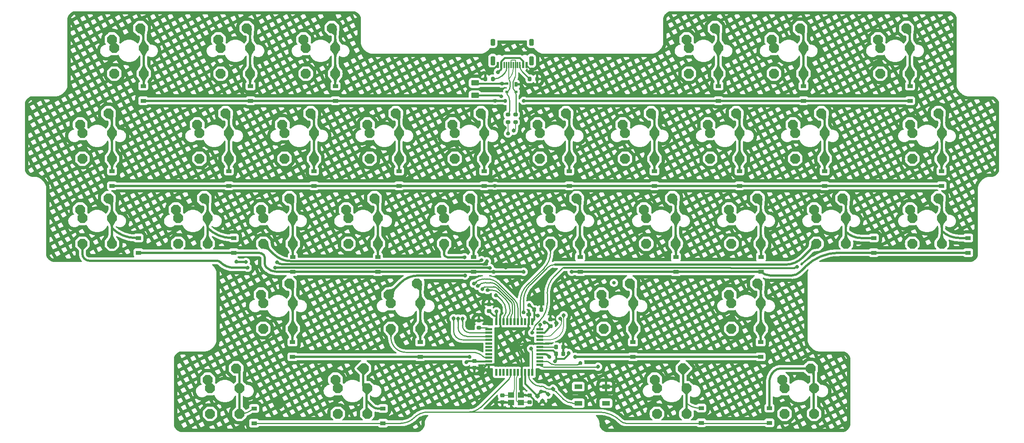
<source format=gbl>
G04 #@! TF.GenerationSoftware,KiCad,Pcbnew,(6.0.11-0)*
G04 #@! TF.CreationDate,2023-07-13T15:03:37+09:00*
G04 #@! TF.ProjectId,qfwfq,71667766-712e-46b6-9963-61645f706362,rev?*
G04 #@! TF.SameCoordinates,Original*
G04 #@! TF.FileFunction,Copper,L2,Bot*
G04 #@! TF.FilePolarity,Positive*
%FSLAX46Y46*%
G04 Gerber Fmt 4.6, Leading zero omitted, Abs format (unit mm)*
G04 Created by KiCad (PCBNEW (6.0.11-0)) date 2023-07-13 15:03:37*
%MOMM*%
%LPD*%
G01*
G04 APERTURE LIST*
G04 Aperture macros list*
%AMRoundRect*
0 Rectangle with rounded corners*
0 $1 Rounding radius*
0 $2 $3 $4 $5 $6 $7 $8 $9 X,Y pos of 4 corners*
0 Add a 4 corners polygon primitive as box body*
4,1,4,$2,$3,$4,$5,$6,$7,$8,$9,$2,$3,0*
0 Add four circle primitives for the rounded corners*
1,1,$1+$1,$2,$3*
1,1,$1+$1,$4,$5*
1,1,$1+$1,$6,$7*
1,1,$1+$1,$8,$9*
0 Add four rect primitives between the rounded corners*
20,1,$1+$1,$2,$3,$4,$5,0*
20,1,$1+$1,$4,$5,$6,$7,0*
20,1,$1+$1,$6,$7,$8,$9,0*
20,1,$1+$1,$8,$9,$2,$3,0*%
%AMFreePoly0*
4,1,17,0.470280,1.085355,1.085355,0.470280,1.100000,0.434925,1.100000,-0.434925,1.085355,-0.470281,0.470280,-1.085355,0.434925,-1.100000,-0.434925,-1.100000,-0.470281,-1.085355,-1.085355,-0.470280,-1.100000,-0.434925,-1.100000,0.434925,-1.085355,0.470280,-0.470281,1.085355,-0.434925,1.100000,0.434925,1.100000,0.470280,1.085355,0.470280,1.085355,$1*%
%AMFreePoly1*
4,1,17,0.480635,1.110355,1.110356,0.480635,1.125000,0.445280,1.125000,-0.445280,1.110356,-0.480635,0.480635,-1.110355,0.445280,-1.125000,-0.445280,-1.125000,-0.480635,-1.110356,-1.110355,-0.480635,-1.125000,-0.445280,-1.125000,0.445280,-1.110355,0.480635,-0.480635,1.110356,-0.445280,1.125000,0.445280,1.125000,0.480635,1.110355,0.480635,1.110355,$1*%
%AMFreePoly2*
4,1,17,0.307538,0.785355,0.485355,0.607538,0.500000,0.572183,0.500000,-0.572183,0.485355,-0.607538,0.307538,-0.785355,0.272183,-0.800000,-0.272183,-0.800000,-0.307538,-0.785355,-0.485355,-0.607538,-0.500000,-0.572183,-0.500000,0.572183,-0.485355,0.607538,-0.307538,0.785355,-0.272183,0.800000,0.272183,0.800000,0.307538,0.785355,0.307538,0.785355,$1*%
%AMFreePoly3*
4,1,17,0.307538,1.035355,0.485355,0.857538,0.500000,0.822183,0.500000,-0.822183,0.485355,-0.857538,0.307538,-1.035355,0.272183,-1.050000,-0.272183,-1.050000,-0.307538,-1.035355,-0.485355,-0.857538,-0.500000,-0.822183,-0.500000,0.822183,-0.485355,0.857538,-0.307538,1.035355,-0.272183,1.050000,0.272183,1.050000,0.307538,1.035355,0.307538,1.035355,$1*%
G04 Aperture macros list end*
G04 #@! TA.AperFunction,ComponentPad*
%ADD10FreePoly0,0.000000*%
G04 #@! TD*
G04 #@! TA.AperFunction,ComponentPad*
%ADD11FreePoly1,0.000000*%
G04 #@! TD*
G04 #@! TA.AperFunction,SMDPad,CuDef*
%ADD12R,0.600000X1.450000*%
G04 #@! TD*
G04 #@! TA.AperFunction,SMDPad,CuDef*
%ADD13R,0.300000X1.450000*%
G04 #@! TD*
G04 #@! TA.AperFunction,ComponentPad*
%ADD14FreePoly2,0.000000*%
G04 #@! TD*
G04 #@! TA.AperFunction,ComponentPad*
%ADD15FreePoly3,0.000000*%
G04 #@! TD*
G04 #@! TA.AperFunction,SMDPad,CuDef*
%ADD16R,1.500000X0.550000*%
G04 #@! TD*
G04 #@! TA.AperFunction,SMDPad,CuDef*
%ADD17R,0.550000X1.500000*%
G04 #@! TD*
G04 #@! TA.AperFunction,SMDPad,CuDef*
%ADD18RoundRect,0.200000X0.275000X-0.200000X0.275000X0.200000X-0.275000X0.200000X-0.275000X-0.200000X0*%
G04 #@! TD*
G04 #@! TA.AperFunction,SMDPad,CuDef*
%ADD19RoundRect,0.200000X-0.275000X0.200000X-0.275000X-0.200000X0.275000X-0.200000X0.275000X0.200000X0*%
G04 #@! TD*
G04 #@! TA.AperFunction,SMDPad,CuDef*
%ADD20RoundRect,0.200000X0.053033X-0.335876X0.335876X-0.053033X-0.053033X0.335876X-0.335876X0.053033X0*%
G04 #@! TD*
G04 #@! TA.AperFunction,SMDPad,CuDef*
%ADD21R,0.700000X1.000000*%
G04 #@! TD*
G04 #@! TA.AperFunction,SMDPad,CuDef*
%ADD22R,0.700000X0.600000*%
G04 #@! TD*
G04 #@! TA.AperFunction,SMDPad,CuDef*
%ADD23R,1.800000X1.100000*%
G04 #@! TD*
G04 #@! TA.AperFunction,SMDPad,CuDef*
%ADD24RoundRect,0.225000X-0.250000X0.225000X-0.250000X-0.225000X0.250000X-0.225000X0.250000X0.225000X0*%
G04 #@! TD*
G04 #@! TA.AperFunction,SMDPad,CuDef*
%ADD25RoundRect,0.200000X0.200000X0.275000X-0.200000X0.275000X-0.200000X-0.275000X0.200000X-0.275000X0*%
G04 #@! TD*
G04 #@! TA.AperFunction,SMDPad,CuDef*
%ADD26RoundRect,0.225000X0.250000X-0.225000X0.250000X0.225000X-0.250000X0.225000X-0.250000X-0.225000X0*%
G04 #@! TD*
G04 #@! TA.AperFunction,SMDPad,CuDef*
%ADD27RoundRect,0.225000X-0.225000X-0.250000X0.225000X-0.250000X0.225000X0.250000X-0.225000X0.250000X0*%
G04 #@! TD*
G04 #@! TA.AperFunction,SMDPad,CuDef*
%ADD28RoundRect,0.200000X-0.200000X-0.275000X0.200000X-0.275000X0.200000X0.275000X-0.200000X0.275000X0*%
G04 #@! TD*
G04 #@! TA.AperFunction,SMDPad,CuDef*
%ADD29RoundRect,0.225000X-0.335876X-0.017678X-0.017678X-0.335876X0.335876X0.017678X0.017678X0.335876X0*%
G04 #@! TD*
G04 #@! TA.AperFunction,SMDPad,CuDef*
%ADD30R,1.400000X1.200000*%
G04 #@! TD*
G04 #@! TA.AperFunction,SMDPad,CuDef*
%ADD31RoundRect,0.250000X0.625000X-0.375000X0.625000X0.375000X-0.625000X0.375000X-0.625000X-0.375000X0*%
G04 #@! TD*
G04 #@! TA.AperFunction,SMDPad,CuDef*
%ADD32R,1.200000X0.900000*%
G04 #@! TD*
G04 #@! TA.AperFunction,ViaPad*
%ADD33C,0.800000*%
G04 #@! TD*
G04 #@! TA.AperFunction,Conductor*
%ADD34C,0.386000*%
G04 #@! TD*
G04 #@! TA.AperFunction,Conductor*
%ADD35C,0.250000*%
G04 #@! TD*
G04 #@! TA.AperFunction,Conductor*
%ADD36C,0.500000*%
G04 #@! TD*
G04 #@! TA.AperFunction,Conductor*
%ADD37C,0.200000*%
G04 #@! TD*
G04 APERTURE END LIST*
D10*
X89569000Y-104135000D03*
X89569000Y-109855000D03*
D11*
X89059000Y-102235000D03*
X95409000Y-99695000D03*
D10*
X96169000Y-104135000D03*
X96169000Y-109855000D03*
X177675000Y-71755000D03*
X177675000Y-66035000D03*
D11*
X177165000Y-64135000D03*
D10*
X184275000Y-71755000D03*
D11*
X183515000Y-61595000D03*
D10*
X184275000Y-66035000D03*
D11*
X148590000Y-83185000D03*
D10*
X149100000Y-85085000D03*
X149100000Y-90805000D03*
X155700000Y-85085000D03*
X155700000Y-90805000D03*
D11*
X154940000Y-80645000D03*
D10*
X218156250Y-66035000D03*
X218156250Y-71755000D03*
D11*
X217646250Y-64135000D03*
D10*
X224756250Y-66035000D03*
D11*
X223996250Y-61595000D03*
D10*
X224756250Y-71755000D03*
X63375000Y-33655000D03*
D11*
X62865000Y-26035000D03*
D10*
X63375000Y-27935000D03*
D11*
X69215000Y-23495000D03*
D10*
X69975000Y-33655000D03*
X69975000Y-27935000D03*
D11*
X160496000Y-102235000D03*
D10*
X161006000Y-104135000D03*
X161006000Y-109855000D03*
D11*
X166846000Y-99695000D03*
D10*
X167606000Y-104135000D03*
X167606000Y-109855000D03*
X218156250Y-46985000D03*
X218156250Y-52705000D03*
D11*
X217646250Y-45085000D03*
D10*
X224756250Y-52705000D03*
D11*
X223996250Y-42545000D03*
D10*
X224756250Y-46985000D03*
D11*
X72390000Y-83185000D03*
D10*
X72900000Y-85085000D03*
X72900000Y-90805000D03*
D11*
X78740000Y-80645000D03*
D10*
X79500000Y-85085000D03*
X79500000Y-90805000D03*
X32418750Y-52705000D03*
X32418750Y-46985000D03*
D11*
X31908750Y-45085000D03*
D10*
X39018750Y-46985000D03*
D11*
X38258750Y-42545000D03*
D10*
X39018750Y-52705000D03*
X153862500Y-52705000D03*
X153862500Y-46985000D03*
D11*
X153352500Y-45085000D03*
D10*
X160462500Y-52705000D03*
X160462500Y-46985000D03*
D11*
X159702500Y-42545000D03*
X177165000Y-83185000D03*
D10*
X177675000Y-90805000D03*
X177675000Y-85085000D03*
X184275000Y-90805000D03*
D11*
X183515000Y-80645000D03*
D10*
X184275000Y-85085000D03*
D11*
X196215000Y-64135000D03*
D10*
X196725000Y-66035000D03*
X196725000Y-71755000D03*
X203325000Y-71755000D03*
D11*
X202565000Y-61595000D03*
D10*
X203325000Y-66035000D03*
X82425000Y-33655000D03*
X82425000Y-27935000D03*
D11*
X81915000Y-26035000D03*
X88265000Y-23495000D03*
D10*
X89025000Y-27935000D03*
X89025000Y-33655000D03*
X53850000Y-71755000D03*
X53850000Y-66035000D03*
D11*
X53340000Y-64135000D03*
X59690000Y-61595000D03*
D10*
X60450000Y-66035000D03*
X60450000Y-71755000D03*
X96712500Y-52705000D03*
X96712500Y-46985000D03*
D11*
X96202500Y-45085000D03*
D10*
X103312500Y-52705000D03*
D11*
X102552500Y-42545000D03*
D10*
X103312500Y-46985000D03*
D11*
X172402500Y-45085000D03*
D10*
X172912500Y-52705000D03*
X172912500Y-46985000D03*
X179512500Y-46985000D03*
X179512500Y-52705000D03*
D11*
X178752500Y-42545000D03*
D10*
X101475000Y-85085000D03*
D11*
X100965000Y-83185000D03*
D10*
X101475000Y-90805000D03*
D11*
X107315000Y-80645000D03*
D10*
X108075000Y-90805000D03*
X108075000Y-85085000D03*
X39562500Y-27935000D03*
D11*
X39052500Y-26035000D03*
D10*
X39562500Y-33655000D03*
D11*
X45402500Y-23495000D03*
D10*
X46162500Y-27935000D03*
X46162500Y-33655000D03*
D11*
X191452500Y-45085000D03*
D10*
X191962500Y-46985000D03*
X191962500Y-52705000D03*
D11*
X197802500Y-42545000D03*
D10*
X198562500Y-46985000D03*
X198562500Y-52705000D03*
X72900000Y-66035000D03*
D11*
X72390000Y-64135000D03*
D10*
X72900000Y-71755000D03*
D11*
X78740000Y-61595000D03*
D10*
X79500000Y-66035000D03*
X79500000Y-71755000D03*
X168150000Y-33655000D03*
X168150000Y-27935000D03*
D11*
X167640000Y-26035000D03*
X173990000Y-23495000D03*
D10*
X174750000Y-33655000D03*
X174750000Y-27935000D03*
X187200000Y-27935000D03*
D11*
X186690000Y-26035000D03*
D10*
X187200000Y-33655000D03*
D11*
X193040000Y-23495000D03*
D10*
X193800000Y-27935000D03*
X193800000Y-33655000D03*
X158625000Y-71755000D03*
X158625000Y-66035000D03*
D11*
X158115000Y-64135000D03*
D10*
X165225000Y-66035000D03*
D11*
X164465000Y-61595000D03*
D10*
X165225000Y-71755000D03*
X32418750Y-71755000D03*
X32418750Y-66035000D03*
D11*
X31908750Y-64135000D03*
D10*
X39018750Y-71755000D03*
D11*
X38258750Y-61595000D03*
D10*
X39018750Y-66035000D03*
D11*
X189071000Y-102235000D03*
D10*
X189581000Y-109855000D03*
X189581000Y-104135000D03*
D11*
X195421000Y-99695000D03*
D10*
X196181000Y-104135000D03*
X196181000Y-109855000D03*
D11*
X210502500Y-26035000D03*
D10*
X211012500Y-33655000D03*
X211012500Y-27935000D03*
X217612500Y-27935000D03*
X217612500Y-33655000D03*
D11*
X216852500Y-23495000D03*
D10*
X58612500Y-46985000D03*
D11*
X58102500Y-45085000D03*
D10*
X58612500Y-52705000D03*
X65212500Y-52705000D03*
D11*
X64452500Y-42545000D03*
D10*
X65212500Y-46985000D03*
X137193750Y-66035000D03*
D11*
X136683750Y-64135000D03*
D10*
X137193750Y-71755000D03*
X143793750Y-66035000D03*
D11*
X143033750Y-61595000D03*
D10*
X143793750Y-71755000D03*
X113381250Y-71755000D03*
X113381250Y-66035000D03*
D11*
X112871250Y-64135000D03*
D10*
X119981250Y-71755000D03*
D11*
X119221250Y-61595000D03*
D10*
X119981250Y-66035000D03*
X60994000Y-104135000D03*
D11*
X60484000Y-102235000D03*
D10*
X60994000Y-109855000D03*
X67594000Y-104135000D03*
X67594000Y-109855000D03*
D11*
X66834000Y-99695000D03*
D10*
X134812500Y-46985000D03*
D11*
X134302500Y-45085000D03*
D10*
X134812500Y-52705000D03*
X141412500Y-52705000D03*
X141412500Y-46985000D03*
D11*
X140652500Y-42545000D03*
D10*
X77662500Y-46985000D03*
D11*
X77152500Y-45085000D03*
D10*
X77662500Y-52705000D03*
X84262500Y-46985000D03*
X84262500Y-52705000D03*
D11*
X83502500Y-42545000D03*
D10*
X115762500Y-46985000D03*
D11*
X115252500Y-45085000D03*
D10*
X115762500Y-52705000D03*
X122362500Y-46985000D03*
X122362500Y-52705000D03*
D11*
X121602500Y-42545000D03*
D10*
X91950000Y-71755000D03*
D11*
X91440000Y-64135000D03*
D10*
X91950000Y-66035000D03*
D11*
X97790000Y-61595000D03*
D10*
X98550000Y-66035000D03*
X98550000Y-71755000D03*
D12*
X125362500Y-31712500D03*
X126137500Y-31712500D03*
D13*
X126837500Y-31712500D03*
X127337500Y-31712500D03*
X127837500Y-31712500D03*
X128337500Y-31712500D03*
X128837500Y-31712500D03*
X129337500Y-31712500D03*
X129837500Y-31712500D03*
X130337500Y-31712500D03*
D12*
X131037500Y-31712500D03*
X131812500Y-31712500D03*
D14*
X132907500Y-26617500D03*
D15*
X124267500Y-30797500D03*
X132907500Y-30797500D03*
D14*
X124267500Y-26617500D03*
D16*
X134800000Y-90900000D03*
X134800000Y-91700000D03*
X134800000Y-92500000D03*
X134800000Y-93300000D03*
X134800000Y-94100000D03*
X134800000Y-94900000D03*
X134800000Y-95700000D03*
X134800000Y-96500000D03*
X134800000Y-97300000D03*
X134800000Y-98100000D03*
X134800000Y-98900000D03*
D17*
X133100000Y-100600000D03*
X132300000Y-100600000D03*
X131500000Y-100600000D03*
X130700000Y-100600000D03*
X129900000Y-100600000D03*
X129100000Y-100600000D03*
X128300000Y-100600000D03*
X127500000Y-100600000D03*
X126700000Y-100600000D03*
X125900000Y-100600000D03*
X125100000Y-100600000D03*
D16*
X123400000Y-98900000D03*
X123400000Y-98100000D03*
X123400000Y-97300000D03*
X123400000Y-96500000D03*
X123400000Y-95700000D03*
X123400000Y-94900000D03*
X123400000Y-94100000D03*
X123400000Y-93300000D03*
X123400000Y-92500000D03*
X123400000Y-91700000D03*
X123400000Y-90900000D03*
D17*
X125100000Y-89200000D03*
X125900000Y-89200000D03*
X126700000Y-89200000D03*
X127500000Y-89200000D03*
X128300000Y-89200000D03*
X129100000Y-89200000D03*
X129900000Y-89200000D03*
X130700000Y-89200000D03*
X131500000Y-89200000D03*
X132300000Y-89200000D03*
X133100000Y-89200000D03*
D18*
X129336000Y-44509228D03*
X129336000Y-42859228D03*
D19*
X121180000Y-88945000D03*
X121180000Y-90595000D03*
D20*
X136616637Y-105483363D03*
X137783363Y-104316637D03*
D21*
X129460000Y-36084228D03*
D22*
X129460000Y-37784228D03*
X127460000Y-37784228D03*
X127460000Y-35884228D03*
D18*
X127685000Y-44509228D03*
X127685000Y-42859228D03*
D23*
X149600000Y-103775000D03*
X143400000Y-107475000D03*
X149600000Y-107475000D03*
X143400000Y-103775000D03*
D24*
X126384999Y-105722002D03*
X126384999Y-107272002D03*
D25*
X134161000Y-34841728D03*
X132511000Y-34841728D03*
D26*
X137200000Y-90275000D03*
X137200000Y-88725000D03*
D27*
X138475000Y-94900000D03*
X140025000Y-94900000D03*
D28*
X122605000Y-34841728D03*
X124255000Y-34841728D03*
D29*
X134291992Y-105881992D03*
X135388008Y-106978008D03*
D26*
X132481000Y-107272001D03*
X132481000Y-105722001D03*
D27*
X133551250Y-86540000D03*
X135101250Y-86540000D03*
X138475000Y-96400000D03*
X140025000Y-96400000D03*
D24*
X120142000Y-98031000D03*
X120142000Y-99581000D03*
D26*
X123444000Y-86881000D03*
X123444000Y-85331000D03*
D30*
X128333000Y-105647000D03*
X130533000Y-105647000D03*
X130533000Y-107347000D03*
X128333000Y-107347000D03*
D31*
X120280000Y-38540000D03*
X120280000Y-35740000D03*
D32*
X184300000Y-78050000D03*
X184300000Y-74750000D03*
X119981250Y-78050000D03*
X119981250Y-74750000D03*
X108025000Y-97100000D03*
X108025000Y-93800000D03*
X165250000Y-78050000D03*
X165250000Y-74750000D03*
X103300000Y-58800000D03*
X103300000Y-55500000D03*
X122350000Y-58800000D03*
X122350000Y-55500000D03*
X39050000Y-58800000D03*
X39050000Y-55500000D03*
X209540000Y-73780000D03*
X209540000Y-70480000D03*
X84250000Y-58800000D03*
X84250000Y-55500000D03*
X65200000Y-58800000D03*
X65200000Y-55500000D03*
X193837500Y-39750000D03*
X193837500Y-36450000D03*
X160450000Y-58800000D03*
X160450000Y-55500000D03*
X184225000Y-97100000D03*
X184225000Y-93800000D03*
X174787500Y-39750000D03*
X174787500Y-36450000D03*
X44958000Y-73786000D03*
X44958000Y-70486000D03*
X155650000Y-97100000D03*
X155650000Y-93800000D03*
X179500000Y-58800000D03*
X179500000Y-55500000D03*
X198550000Y-58800000D03*
X198550000Y-55500000D03*
X70050000Y-39750000D03*
X70050000Y-36450000D03*
X79450000Y-97100000D03*
X79450000Y-93800000D03*
X99690000Y-111980000D03*
X99690000Y-108680000D03*
X98550000Y-78050000D03*
X98550000Y-74750000D03*
X224743750Y-58800000D03*
X224743750Y-55500000D03*
X70860000Y-111980000D03*
X70860000Y-108680000D03*
X170942000Y-111886000D03*
X170942000Y-108586000D03*
X141400000Y-58800000D03*
X141400000Y-55500000D03*
X79500000Y-78050000D03*
X79500000Y-74750000D03*
X186182000Y-111886000D03*
X186182000Y-108586000D03*
X89050000Y-39750000D03*
X89050000Y-36450000D03*
X46037500Y-39750000D03*
X46037500Y-36450000D03*
X217650000Y-39750000D03*
X217650000Y-36450000D03*
X66294000Y-73786000D03*
X66294000Y-70486000D03*
X143818750Y-78050000D03*
X143818750Y-74750000D03*
X230660000Y-73780000D03*
X230660000Y-70480000D03*
D33*
X151384000Y-80518000D03*
X87000000Y-101375000D03*
X137090000Y-87230000D03*
X126985500Y-45790000D03*
X127200000Y-77100000D03*
X123444000Y-83820000D03*
X129286000Y-94996000D03*
X121475000Y-100250000D03*
X119639304Y-89665409D03*
X76400000Y-107750000D03*
X134675000Y-84675000D03*
X193040000Y-101910000D03*
X126310000Y-35909228D03*
X125410000Y-33359228D03*
X124950000Y-83300000D03*
X69400000Y-77140000D03*
X123600000Y-77175000D03*
X75550000Y-77140000D03*
X68990000Y-75840000D03*
X66880000Y-75780000D03*
X122950000Y-75700000D03*
X123100000Y-82150000D03*
X75980000Y-75900000D03*
X121954236Y-81929587D03*
X121750000Y-75450000D03*
X118075000Y-78899500D03*
X120900500Y-81225000D03*
X117950000Y-74800011D03*
X120025000Y-80700000D03*
X143890000Y-98490000D03*
X134878299Y-89920299D03*
X131149500Y-87116310D03*
X132842000Y-95250000D03*
X192370000Y-76930000D03*
X133096000Y-91694000D03*
X117500000Y-88525000D03*
X127040000Y-39770000D03*
X131192000Y-39750000D03*
X124775000Y-39750000D03*
X124725000Y-58800000D03*
X116500497Y-88525000D03*
X115503066Y-88460691D03*
X141925000Y-78050000D03*
X124450000Y-78050000D03*
X131175000Y-78050000D03*
X136925000Y-97100000D03*
X142700000Y-97100000D03*
X119054000Y-97100000D03*
X135050000Y-104875000D03*
X126140000Y-38740000D03*
X125100000Y-86900000D03*
X141250000Y-96250500D03*
X138175000Y-98100000D03*
X135850000Y-89400000D03*
X132425000Y-85500000D03*
X134366000Y-87884000D03*
X118364000Y-98298000D03*
X139378768Y-88521232D03*
X127680000Y-47080000D03*
X128940000Y-46450000D03*
X140121232Y-87778768D03*
X147828000Y-99314000D03*
D34*
X125900000Y-87750000D02*
X126375000Y-87275000D01*
X123444000Y-85331000D02*
X123444000Y-83820000D01*
X130700000Y-100600000D02*
X130700000Y-105480000D01*
X134800000Y-94100000D02*
X131449135Y-94100000D01*
X130533000Y-105647000D02*
X132405999Y-105647000D01*
X132300000Y-89200000D02*
X132300000Y-87800000D01*
X128890000Y-108650000D02*
X128333000Y-108093000D01*
X127604127Y-93314128D02*
X129286000Y-94996000D01*
X135101250Y-85101250D02*
X134675000Y-84675000D01*
X130332829Y-93949171D02*
X129286000Y-94996000D01*
X130700000Y-105480000D02*
X130533000Y-105647000D01*
X137200000Y-88725000D02*
X137200000Y-87495563D01*
X126459997Y-107347000D02*
X126384999Y-107272002D01*
X126783485Y-97498514D02*
X129286000Y-94996000D01*
X123400000Y-98900000D02*
X122825000Y-98900000D01*
D35*
X131735000Y-31741728D02*
X132577500Y-32584228D01*
D34*
X125285000Y-31741728D02*
X124592500Y-32434228D01*
X132300000Y-87800000D02*
X131925000Y-87425000D01*
X132640000Y-108650000D02*
X128890000Y-108650000D01*
X140025000Y-94900000D02*
X141850000Y-94900000D01*
X130700000Y-100600000D02*
X130700000Y-98409697D01*
X119779683Y-89525031D02*
X119639304Y-89665409D01*
X122825000Y-98900000D02*
X121475000Y-100250000D01*
X125900000Y-89200000D02*
X125900000Y-87750000D01*
X132577500Y-32584228D02*
X133510000Y-32584228D01*
X135101250Y-86540000D02*
X135101250Y-85101250D01*
X128333000Y-108093000D02*
X128333000Y-107347000D01*
X124592500Y-32434228D02*
X123135000Y-32434228D01*
X128333000Y-107347000D02*
X126459997Y-107347000D01*
X130700000Y-100600000D02*
X130700000Y-99350000D01*
X134800000Y-94100000D02*
X136750000Y-94100000D01*
X132405999Y-105647000D02*
X132481000Y-105722001D01*
X132481000Y-105722001D02*
X133348520Y-106589521D01*
X133348520Y-106589521D02*
X133348520Y-107941480D01*
X121275519Y-100050519D02*
X121475000Y-100250000D01*
X133348520Y-107941480D02*
X132640000Y-108650000D01*
X130332820Y-93949162D02*
G75*
G03*
X132300000Y-89200000I-4749120J4749162D01*
G01*
X129285999Y-94996001D02*
G75*
G02*
X130700000Y-98409697I-3413699J-3413699D01*
G01*
X127604118Y-93314137D02*
G75*
G02*
X125900000Y-89200000I4114182J4114137D01*
G01*
X129285990Y-94995990D02*
G75*
G02*
X131449135Y-94100000I2163110J-2163110D01*
G01*
X137089989Y-87230011D02*
G75*
G02*
X137200000Y-87495563I-265589J-265589D01*
G01*
X119779692Y-89525040D02*
G75*
G02*
X121180000Y-88945000I1400308J-1400260D01*
G01*
X121275511Y-100050527D02*
G75*
G03*
X120142000Y-99581000I-1133511J-1133473D01*
G01*
X126783491Y-97498520D02*
G75*
G02*
X123400000Y-98900000I-3383491J3383520D01*
G01*
X126060000Y-32709228D02*
X126060000Y-32730000D01*
X126310000Y-35909228D02*
X127435000Y-35909228D01*
X125410000Y-33359228D02*
X126060000Y-32709228D01*
X126310000Y-35909228D02*
X120222000Y-35909228D01*
X126160000Y-32488579D02*
X126160000Y-31712500D01*
X131060000Y-30913618D02*
X130305610Y-30159228D01*
X130305610Y-30159228D02*
X126914390Y-30159228D01*
X126160000Y-30913618D02*
X126160000Y-31712500D01*
X131060000Y-31712500D02*
X131060000Y-30913618D01*
X126914390Y-30159228D02*
X126160000Y-30913618D01*
X120222000Y-35909228D02*
X120211000Y-35920228D01*
X127435000Y-35909228D02*
X127460000Y-35884228D01*
X126159991Y-32488579D02*
G75*
G02*
X126060000Y-32730000I-341391J-21D01*
G01*
D36*
X99500500Y-77150500D02*
X123558175Y-77150500D01*
D35*
X126700000Y-89200000D02*
X126700000Y-88907106D01*
D36*
X32418750Y-71755000D02*
X32418750Y-74027934D01*
D35*
X124950000Y-83300000D02*
X125126287Y-83300000D01*
D36*
X56535000Y-75575000D02*
X62477097Y-75575000D01*
X66255340Y-77140000D02*
X69400000Y-77140000D01*
X75550000Y-77140000D02*
X99475151Y-77140000D01*
X33965815Y-75575000D02*
X56535000Y-75575000D01*
D35*
X127150000Y-86425000D02*
X127150000Y-87292158D01*
D36*
X123587750Y-77162750D02*
X123600000Y-77175000D01*
D35*
X125126287Y-83300000D02*
X126371272Y-84544985D01*
D36*
X99300018Y-77150500D02*
X99500500Y-77150500D01*
D35*
X126700000Y-88378553D02*
X126700000Y-89200000D01*
X127150012Y-86425000D02*
G75*
G03*
X126371272Y-84544985I-2658712J0D01*
G01*
D36*
X66255340Y-77139983D02*
G75*
G02*
X63310000Y-75920000I-40J4165283D01*
G01*
X33965815Y-75574978D02*
G75*
G02*
X32871876Y-75121874I-15J1547078D01*
G01*
X99299994Y-77150491D02*
G75*
G02*
X99300011Y-77150500I6J-9D01*
G01*
X99300011Y-77150500D02*
G75*
G02*
X99300018Y-77150500I3J-996591324D01*
G01*
X99500485Y-77150515D02*
G75*
G03*
X99475151Y-77140000I-25385J-25385D01*
G01*
X32871895Y-75121855D02*
G75*
G02*
X32418750Y-74027934I1093905J1093955D01*
G01*
D35*
X126699981Y-88378553D02*
G75*
G02*
X126950000Y-87775000I853619J-47D01*
G01*
X126950013Y-87775013D02*
G75*
G03*
X127150000Y-87292158I-482813J482813D01*
G01*
D36*
X63310001Y-75919999D02*
G75*
G03*
X62477097Y-75575000I-832901J-832901D01*
G01*
X123558175Y-77150510D02*
G75*
G02*
X123587750Y-77162750I25J-41790D01*
G01*
D35*
X123100000Y-82150000D02*
X124080358Y-82150000D01*
X127500000Y-88477659D02*
X127500000Y-89200000D01*
D36*
X122950000Y-75700000D02*
X122298162Y-76351838D01*
D35*
X127241117Y-84366116D02*
X127050000Y-84175000D01*
X128125000Y-86968776D02*
X128125000Y-86500000D01*
D36*
X68990000Y-75840000D02*
X67024852Y-75840000D01*
D35*
X127050000Y-84139283D02*
X125753935Y-82843218D01*
X127050000Y-84175000D02*
X127050000Y-84139283D01*
D36*
X122298162Y-76351838D02*
X77070833Y-76351838D01*
D35*
X124080358Y-82150031D02*
G75*
G02*
X125753935Y-82843218I42J-2366769D01*
G01*
X127812524Y-87723242D02*
G75*
G03*
X128125000Y-86968776I-754524J754442D01*
G01*
X127241123Y-84366110D02*
G75*
G02*
X128125000Y-86500000I-2133923J-2133890D01*
G01*
D36*
X66880035Y-75779965D02*
G75*
G03*
X67024852Y-75840000I144865J144765D01*
G01*
X75979990Y-75900010D02*
G75*
G03*
X77070833Y-76351838I1090810J1090810D01*
G01*
D35*
X127499960Y-88477659D02*
G75*
G02*
X127812500Y-87723218I1066940J-41D01*
G01*
X126178217Y-82631783D02*
X128377736Y-84831301D01*
X128300000Y-88172826D02*
X128300000Y-89200000D01*
X124587452Y-81430000D02*
X124670000Y-81430000D01*
X128650480Y-85489762D02*
X128650480Y-86261197D01*
X121954236Y-81929587D02*
X122206285Y-81677538D01*
X122814785Y-81425489D02*
X124455489Y-81425489D01*
D36*
X121750000Y-75450000D02*
X121650244Y-75549755D01*
X121409413Y-75649511D02*
X79048474Y-75649511D01*
D35*
X128650480Y-87326693D02*
X128650480Y-86261197D01*
X126178217Y-82631783D02*
X125337097Y-81790663D01*
X124455489Y-81425489D02*
X124576562Y-81425489D01*
D36*
X75200718Y-74055718D02*
X72900000Y-71755000D01*
D35*
X125860612Y-82314177D02*
X126178217Y-82631783D01*
X128300017Y-88172826D02*
G75*
G02*
X128475240Y-87749760I598283J26D01*
G01*
X128650513Y-85489762D02*
G75*
G03*
X128377736Y-84831301I-931213J-38D01*
G01*
X122206300Y-81677553D02*
G75*
G02*
X122814785Y-81425489I608500J-608447D01*
G01*
X124587452Y-81430034D02*
G75*
G02*
X124576562Y-81425489I48J15434D01*
G01*
X128475238Y-87749758D02*
G75*
G03*
X128650480Y-87326693I-423038J423058D01*
G01*
D36*
X79048474Y-75649540D02*
G75*
G02*
X75200718Y-74055718I26J5441540D01*
G01*
D35*
X124455489Y-81425506D02*
G75*
G02*
X125337096Y-81790664I11J-1246794D01*
G01*
D36*
X121409413Y-75649512D02*
G75*
G03*
X121650244Y-75549755I-13J340612D01*
G01*
D35*
X128699723Y-84517570D02*
X125332498Y-81150345D01*
X119750432Y-96100000D02*
X104803858Y-96100000D01*
X129100000Y-89200000D02*
X129100000Y-85483923D01*
D36*
X118075000Y-78899500D02*
X107504463Y-78899500D01*
X103656707Y-80493292D02*
X100965000Y-83185000D01*
D35*
X123690000Y-80470000D02*
X122723231Y-80470000D01*
X121025500Y-81100000D02*
X120900500Y-81225000D01*
X123400000Y-97300000D02*
X122647487Y-97300000D01*
X101475000Y-92771141D02*
X101475000Y-90805000D01*
X101474983Y-92771141D02*
G75*
G03*
X102450000Y-95125000I3328917J41D01*
G01*
D36*
X103656736Y-80493321D02*
G75*
G02*
X107504463Y-78899500I3847764J-3847679D01*
G01*
D35*
X102450012Y-95124988D02*
G75*
G03*
X104803858Y-96100000I2353888J2353888D01*
G01*
X123690000Y-80469988D02*
G75*
G02*
X125332498Y-81150345I0J-2322812D01*
G01*
X119750432Y-96099988D02*
G75*
G02*
X122224999Y-97125001I-32J-3499612D01*
G01*
X128699729Y-84517564D02*
G75*
G02*
X129100000Y-85483923I-966329J-966336D01*
G01*
X120900491Y-81224991D02*
G75*
G02*
X122723231Y-80470000I1822709J-1822709D01*
G01*
X122225004Y-97124996D02*
G75*
G03*
X122647487Y-97300000I422496J422496D01*
G01*
X121025507Y-81100007D02*
G75*
G02*
X121327276Y-80975000I301793J-301793D01*
G01*
X122950000Y-79650000D02*
X122559924Y-79650000D01*
D36*
X113381250Y-74018750D02*
X113381250Y-71755000D01*
X113381250Y-74018750D02*
X113381250Y-74243750D01*
X117950000Y-74800011D02*
X114138797Y-74800011D01*
D35*
X129900000Y-89200000D02*
X129900000Y-86178565D01*
D36*
X113603130Y-74578130D02*
X113460799Y-74435799D01*
D35*
X129124703Y-84306833D02*
X125541167Y-80723297D01*
X120025000Y-80700000D02*
X120125000Y-80600000D01*
D36*
X113460784Y-74435814D02*
G75*
G02*
X113381250Y-74243750I192016J192014D01*
G01*
D35*
X122950000Y-79650012D02*
G75*
G02*
X125541166Y-80723298I0J-3664488D01*
G01*
X129124680Y-84306856D02*
G75*
G02*
X129900000Y-86178565I-1871680J-1871744D01*
G01*
X120124994Y-80599994D02*
G75*
G02*
X120366421Y-80500000I241406J-241406D01*
G01*
D36*
X114138797Y-74800023D02*
G75*
G02*
X113603130Y-74578130I3J757523D01*
G01*
D35*
X120024993Y-80699993D02*
G75*
G02*
X122559924Y-79650000I2534907J-2534907D01*
G01*
X130425000Y-87730545D02*
X130425000Y-84803963D01*
X130700000Y-88394454D02*
X130700000Y-89200000D01*
X135770255Y-77204744D02*
X132018792Y-80956207D01*
X137193750Y-73768125D02*
X137193750Y-71755000D01*
X135770251Y-77204740D02*
G75*
G03*
X137193750Y-73768125I-3436651J3436640D01*
G01*
X130424960Y-84803963D02*
G75*
G02*
X132018793Y-80956208I5441540J-37D01*
G01*
X130700018Y-88394454D02*
G75*
G03*
X130562499Y-88062501I-469518J-46D01*
G01*
X130562513Y-88062487D02*
G75*
G02*
X130425000Y-87730545I331987J331987D01*
G01*
X136256447Y-98100000D02*
X134800000Y-98100000D01*
X143890000Y-98490000D02*
X143702500Y-98677500D01*
X143249834Y-98865000D02*
X138103319Y-98865000D01*
X136859994Y-98350006D02*
G75*
G03*
X138103319Y-98865000I1243306J1243306D01*
G01*
X136256447Y-98099981D02*
G75*
G02*
X136860000Y-98350000I-47J-853619D01*
G01*
X143249834Y-98865014D02*
G75*
G03*
X143702500Y-98677500I-34J640214D01*
G01*
D36*
X67564000Y-101915000D02*
X67564000Y-100075000D01*
X67564000Y-106426000D02*
X67564000Y-109926000D01*
X67564000Y-101986000D02*
X67564000Y-106426000D01*
D35*
X67594000Y-109855000D02*
X67810067Y-109855000D01*
D36*
X67184000Y-99695000D02*
G75*
G02*
X67564000Y-100075000I0J-380000D01*
G01*
D35*
X70643760Y-108681260D02*
G75*
G02*
X67810067Y-109855000I-2833660J2833660D01*
G01*
D36*
X140221579Y-76450969D02*
X189775067Y-76450969D01*
D35*
X131149500Y-87116310D02*
X131149500Y-84609820D01*
X134800000Y-90900000D02*
X134800000Y-89998598D01*
D36*
X193622823Y-74857176D02*
X196725000Y-71755000D01*
D35*
X136438068Y-77172649D02*
X132668792Y-80941925D01*
D36*
X140221579Y-76450969D02*
X138180359Y-76450969D01*
D35*
X134800000Y-89998598D02*
X134878299Y-89920299D01*
X136438097Y-77172678D02*
G75*
G02*
X138180359Y-76450969I1742303J-1742222D01*
G01*
X132668779Y-80941912D02*
G75*
G03*
X131149500Y-84609820I3667921J-3667888D01*
G01*
D36*
X189775067Y-76450939D02*
G75*
G03*
X193622823Y-74857176I33J5441539D01*
G01*
D35*
X139712744Y-77412255D02*
X138043792Y-79081207D01*
X133100000Y-100600000D02*
X133100000Y-95872867D01*
X133783605Y-89990395D02*
X134874000Y-88900000D01*
X139887255Y-77237744D02*
X139712744Y-77412255D01*
D34*
X191742305Y-77190000D02*
X177564142Y-77190000D01*
D35*
X136450000Y-85030110D02*
X136450000Y-82928963D01*
X133096000Y-91694000D02*
X133096000Y-91545210D01*
D34*
X177468755Y-77150489D02*
X140097908Y-77150489D01*
D35*
X136450000Y-85095200D02*
X136450000Y-85030110D01*
X133350000Y-90932000D02*
X133424395Y-90857605D01*
X136449999Y-85095200D02*
G75*
G02*
X134873999Y-88899999I-5380799J0D01*
G01*
X133604003Y-90424000D02*
G75*
G02*
X133424395Y-90857605I-613203J0D01*
G01*
X133349997Y-90931997D02*
G75*
G03*
X133096000Y-91545210I613203J-613203D01*
G01*
D34*
X191742305Y-77190001D02*
G75*
G03*
X192369999Y-76929999I-5J887701D01*
G01*
D35*
X133783607Y-89990397D02*
G75*
G03*
X133604000Y-90424000I433593J-433603D01*
G01*
D34*
X177468755Y-77150508D02*
G75*
G02*
X177540000Y-77180000I45J-100692D01*
G01*
D35*
X139887251Y-77237740D02*
G75*
G02*
X140097908Y-77150489I210649J-210660D01*
G01*
X136449960Y-82928963D02*
G75*
G02*
X138043793Y-79081208I5441540J-37D01*
G01*
D34*
X177539988Y-77180012D02*
G75*
G03*
X177564142Y-77190000I24112J24112D01*
G01*
D35*
X132841990Y-95250010D02*
G75*
G02*
X133100000Y-95872867I-622890J-622890D01*
G01*
X119087500Y-91700000D02*
X123400000Y-91700000D01*
D36*
X127020000Y-39750000D02*
X127040000Y-39770000D01*
X124334000Y-39750000D02*
X124775000Y-39750000D01*
X131192000Y-39750000D02*
X217650000Y-39750000D01*
X86706856Y-39750000D02*
X46037500Y-39750000D01*
X124334000Y-39750000D02*
X127020000Y-39750000D01*
X91393144Y-39750000D02*
X86706856Y-39750000D01*
X91393144Y-39750000D02*
X124334000Y-39750000D01*
D35*
X117500000Y-88525000D02*
X117500000Y-90112500D01*
X119087500Y-91700000D02*
G75*
G02*
X117500000Y-90112500I0J1587500D01*
G01*
X116500497Y-88525000D02*
X116500497Y-90512500D01*
D36*
X100956856Y-58800000D02*
X86593144Y-58800000D01*
X105643144Y-58800000D02*
X100956856Y-58800000D01*
X124725000Y-58800000D02*
X123537500Y-58800000D01*
X62856856Y-58800000D02*
X39050000Y-58800000D01*
X86593144Y-58800000D02*
X81906856Y-58800000D01*
X200893144Y-58800000D02*
X196206856Y-58800000D01*
X124725000Y-58800000D02*
X196206856Y-58800000D01*
X105643144Y-58800000D02*
X121162500Y-58800000D01*
D35*
X118487997Y-92500000D02*
X123400000Y-92500000D01*
D36*
X67543144Y-58800000D02*
X62856856Y-58800000D01*
X123537500Y-58800000D02*
X121162500Y-58800000D01*
X81906856Y-58800000D02*
X67543144Y-58800000D01*
X200893144Y-58800000D02*
X224743750Y-58800000D01*
D35*
X118487997Y-92500003D02*
G75*
G02*
X116500497Y-90512500I3J1987503D01*
G01*
X115503066Y-91300001D02*
X115503066Y-88460691D01*
D36*
X209540000Y-73780000D02*
X201820041Y-73780000D01*
X194189203Y-76940796D02*
X193440797Y-77689203D01*
X73230000Y-76182599D02*
X73230000Y-74796984D01*
X141925000Y-78050000D02*
X184300000Y-78050000D01*
X44958000Y-73786000D02*
X66294000Y-73786000D01*
X230660000Y-73780000D02*
X209540000Y-73780000D01*
X191251767Y-78860000D02*
X186255512Y-78860000D01*
D35*
X117503064Y-93300000D02*
X123400000Y-93300000D01*
D36*
X71803237Y-73786000D02*
X66294000Y-73786000D01*
X124450000Y-78050000D02*
X75903502Y-78050000D01*
X193440797Y-77689203D02*
X192990000Y-78140000D01*
X124450000Y-78050000D02*
X131175000Y-78050000D01*
X184299996Y-78050004D02*
G75*
G03*
X186255512Y-78860000I1955504J1955504D01*
G01*
X71803237Y-73785985D02*
G75*
G02*
X73020000Y-74290000I-37J-1720815D01*
G01*
X191251767Y-78859986D02*
G75*
G03*
X192990000Y-78140000I33J2458186D01*
G01*
X73230001Y-76182599D02*
G75*
G03*
X73610000Y-77100000I1297399J-1D01*
G01*
X73609999Y-77100001D02*
G75*
G03*
X75903502Y-78050000I2293501J2293501D01*
G01*
X73019996Y-74290004D02*
G75*
G02*
X73230000Y-74796984I-506996J-506996D01*
G01*
D35*
X117503064Y-93300034D02*
G75*
G02*
X115503066Y-91300001I36J2000034D01*
G01*
D36*
X194189190Y-76940783D02*
G75*
G02*
X201820041Y-73780000I7630810J-7630817D01*
G01*
X119054000Y-97100000D02*
X79450000Y-97100000D01*
X136625000Y-96800000D02*
X136925000Y-97100000D01*
X142700000Y-97100000D02*
X184225000Y-97100000D01*
X135900735Y-96500000D02*
X134800000Y-96500000D01*
X135900735Y-96499986D02*
G75*
G02*
X136624999Y-96800001I-35J-1024314D01*
G01*
D35*
X118936000Y-109474000D02*
X148002319Y-109474000D01*
X70643750Y-111981250D02*
X103693015Y-111981250D01*
X127932303Y-101987697D02*
X121513732Y-108406268D01*
X109746051Y-109474000D02*
X118936000Y-109474000D01*
X154055354Y-111981250D02*
X185952047Y-111981250D01*
X128300000Y-100600000D02*
X128300000Y-101100000D01*
X127946445Y-101953552D02*
G75*
G03*
X128300000Y-101100000I-853545J853552D01*
G01*
X186181986Y-111885986D02*
G75*
G02*
X185952047Y-111981250I-229986J229986D01*
G01*
X154055354Y-111981268D02*
G75*
G02*
X152908000Y-111506000I46J1622668D01*
G01*
X152907995Y-111506005D02*
G75*
G03*
X148002319Y-109474000I-4905695J-4905695D01*
G01*
X106679996Y-110743996D02*
G75*
G02*
X103693015Y-111981250I-2986996J2986996D01*
G01*
X109746051Y-109474022D02*
G75*
G03*
X106680001Y-110744001I-51J-4335978D01*
G01*
X118936000Y-109473989D02*
G75*
G03*
X121513732Y-108406268I0J3645489D01*
G01*
X127932318Y-101987712D02*
G75*
G03*
X127946446Y-101953553I-34118J34112D01*
G01*
D36*
X45720000Y-23495000D02*
X45402500Y-23495000D01*
X46162500Y-32320000D02*
X46162500Y-34990000D01*
X46162500Y-32320000D02*
X46162500Y-27935000D01*
X46037500Y-23812500D02*
X46037500Y-27925000D01*
X46162500Y-34990000D02*
X46162500Y-36236611D01*
X46100000Y-36387500D02*
X46037500Y-36450000D01*
X46099997Y-36387497D02*
G75*
G03*
X46162500Y-36236611I-150897J150897D01*
G01*
X46037500Y-23812500D02*
G75*
G03*
X45720000Y-23495000I-317500J0D01*
G01*
X69987500Y-36487500D02*
X70000000Y-36500000D01*
X69975000Y-32245000D02*
X69975000Y-35065000D01*
X69975000Y-30155000D02*
X69975000Y-32245000D01*
X69595000Y-23495000D02*
X69215000Y-23495000D01*
X69975000Y-35065000D02*
X69975000Y-36457322D01*
X69975000Y-25715000D02*
X69975000Y-30155000D01*
X69975000Y-25715000D02*
X69975000Y-23875000D01*
X69987507Y-36487493D02*
G75*
G02*
X69975000Y-36457322I30193J30193D01*
G01*
X69595000Y-23495000D02*
G75*
G02*
X69975000Y-23875000I0J-380000D01*
G01*
X89025000Y-25715000D02*
X89025000Y-30155000D01*
X89025000Y-36407322D02*
X89025000Y-35040000D01*
X88645000Y-23495000D02*
X88265000Y-23495000D01*
X89025000Y-25715000D02*
X89025000Y-23875000D01*
X89037500Y-36437500D02*
X89050000Y-36450000D01*
X89025000Y-32270000D02*
X89025000Y-35040000D01*
X89025000Y-32270000D02*
X89025000Y-30155000D01*
X89037507Y-36437493D02*
G75*
G02*
X89025000Y-36407322I30193J30193D01*
G01*
X88645000Y-23495000D02*
G75*
G02*
X89025000Y-23875000I0J-380000D01*
G01*
X174370000Y-23495000D02*
X173990000Y-23495000D01*
X174750000Y-25715000D02*
X174750000Y-30155000D01*
X174750000Y-32276250D02*
X174750000Y-35033750D01*
X174750000Y-25715000D02*
X174750000Y-23875000D01*
X174750000Y-35033750D02*
X174750000Y-36385983D01*
X174750000Y-32276250D02*
X174750000Y-30155000D01*
X174768750Y-36431250D02*
X174787500Y-36450000D01*
X174768745Y-36431255D02*
G75*
G02*
X174750000Y-36385983I45255J45255D01*
G01*
X174370000Y-23495000D02*
G75*
G02*
X174750000Y-23875000I0J-380000D01*
G01*
X193420000Y-23495000D02*
X193040000Y-23495000D01*
X193800000Y-30155000D02*
X193800000Y-32276250D01*
X193800000Y-25715000D02*
X193800000Y-30155000D01*
X193800000Y-35033750D02*
X193800000Y-36385983D01*
X193800000Y-25715000D02*
X193800000Y-23875000D01*
X193800000Y-32276250D02*
X193800000Y-35033750D01*
X193818750Y-36431250D02*
X193837500Y-36450000D01*
X193818745Y-36431255D02*
G75*
G02*
X193800000Y-36385983I45255J45255D01*
G01*
X193420000Y-23495000D02*
G75*
G02*
X193800000Y-23875000I0J-380000D01*
G01*
X217612500Y-32276250D02*
X217612500Y-30155000D01*
X217631250Y-36431250D02*
X217650000Y-36450000D01*
X217612500Y-23875000D02*
X217612500Y-25715000D01*
X217612500Y-25715000D02*
X217612500Y-30155000D01*
X217232500Y-23495000D02*
X216852500Y-23495000D01*
X217612500Y-32276250D02*
X217612500Y-35033750D01*
X217612500Y-35033750D02*
X217612500Y-36385983D01*
X217232500Y-23495000D02*
G75*
G02*
X217612500Y-23875000I0J-380000D01*
G01*
X217631245Y-36431255D02*
G75*
G02*
X217612500Y-36385983I45255J45255D01*
G01*
X39018750Y-44765000D02*
X39018750Y-42925000D01*
X39018750Y-44765000D02*
X39018750Y-49205000D01*
X38638750Y-42545000D02*
X38258750Y-42545000D01*
X39050000Y-52758347D02*
X39050000Y-55500000D01*
X39018750Y-49205000D02*
X39018750Y-52682902D01*
X38638750Y-42544950D02*
G75*
G02*
X39018750Y-42925000I-50J-380050D01*
G01*
X39034376Y-52720624D02*
G75*
G02*
X39018750Y-52682902I37724J37724D01*
G01*
X39049980Y-52758347D02*
G75*
G03*
X39034375Y-52720625I-53280J47D01*
G01*
X65212500Y-44765000D02*
X65212500Y-49205000D01*
X65200000Y-52726338D02*
X65200000Y-55500000D01*
X65212500Y-49205000D02*
X65212500Y-52696161D01*
X64832500Y-42545000D02*
X64452500Y-42545000D01*
X65212500Y-44765000D02*
X65212500Y-42925000D01*
X65206261Y-52711261D02*
G75*
G03*
X65212500Y-52696161I-15061J15061D01*
G01*
X65200017Y-52726338D02*
G75*
G02*
X65206251Y-52711251I21283J38D01*
G01*
X64832500Y-42545000D02*
G75*
G02*
X65212500Y-42925000I0J-380000D01*
G01*
X84262500Y-44765000D02*
X84262500Y-42925000D01*
X84250000Y-52726338D02*
X84250000Y-55500000D01*
X84262500Y-49205000D02*
X84262500Y-52696161D01*
X84262500Y-44765000D02*
X84262500Y-49205000D01*
X83882500Y-42545000D02*
X83502500Y-42545000D01*
X84250017Y-52726338D02*
G75*
G02*
X84256251Y-52711251I21283J38D01*
G01*
X84256261Y-52711261D02*
G75*
G03*
X84262500Y-52696161I-15061J15061D01*
G01*
X83882500Y-42545000D02*
G75*
G02*
X84262500Y-42925000I0J-380000D01*
G01*
X103312500Y-49205000D02*
X103312500Y-52696161D01*
X103312500Y-44765000D02*
X103312500Y-49205000D01*
X103312500Y-44765000D02*
X103312500Y-42925000D01*
X102932500Y-42545000D02*
X102552500Y-42545000D01*
X103300000Y-52726338D02*
X103300000Y-55500000D01*
X103306261Y-52711261D02*
G75*
G03*
X103312500Y-52696161I-15061J15061D01*
G01*
X102932500Y-42545000D02*
G75*
G02*
X103312500Y-42925000I0J-380000D01*
G01*
X103300017Y-52726338D02*
G75*
G02*
X103306251Y-52711251I21283J38D01*
G01*
X122362500Y-44765000D02*
X122362500Y-42925000D01*
X122362500Y-44765000D02*
X122362500Y-49205000D01*
X121982500Y-42545000D02*
X121602500Y-42545000D01*
X122350000Y-52726338D02*
X122350000Y-55500000D01*
X122362500Y-49205000D02*
X122362500Y-52696161D01*
X122350017Y-52726338D02*
G75*
G02*
X122356251Y-52711251I21283J38D01*
G01*
X122356261Y-52711261D02*
G75*
G03*
X122362500Y-52696161I-15061J15061D01*
G01*
X121982500Y-42545000D02*
G75*
G02*
X122362500Y-42925000I0J-380000D01*
G01*
X141412500Y-44765000D02*
X141412500Y-49205000D01*
X141412500Y-49205000D02*
X141412500Y-52696161D01*
X141032500Y-42545000D02*
X140652500Y-42545000D01*
X141400000Y-52726338D02*
X141400000Y-55500000D01*
X141412500Y-44765000D02*
X141412500Y-42925000D01*
X141406261Y-52711261D02*
G75*
G03*
X141412500Y-52696161I-15061J15061D01*
G01*
X141400017Y-52726338D02*
G75*
G02*
X141406251Y-52711251I21283J38D01*
G01*
X141032500Y-42545000D02*
G75*
G02*
X141412500Y-42925000I0J-380000D01*
G01*
X159842500Y-42545000D02*
X160082500Y-42545000D01*
X160450000Y-52726338D02*
X160450000Y-55500000D01*
X160462500Y-52696161D02*
X160462500Y-49205000D01*
X160462500Y-44765000D02*
X160462500Y-49205000D01*
X160462500Y-42925000D02*
X160462500Y-44765000D01*
X159842500Y-42545000D02*
X159982500Y-42545000D01*
X160082500Y-42545000D02*
G75*
G02*
X160462500Y-42925000I0J-380000D01*
G01*
X159842500Y-42545000D02*
G75*
G02*
X159842500Y-42545000I0J0D01*
G01*
X160450017Y-52726338D02*
G75*
G02*
X160456251Y-52711251I21283J38D01*
G01*
X160456261Y-52711261D02*
G75*
G03*
X160462500Y-52696161I-15061J15061D01*
G01*
X160262500Y-42825000D02*
G75*
G03*
X159982500Y-42545000I-280000J0D01*
G01*
X179132500Y-42545000D02*
X178752500Y-42545000D01*
X179512500Y-42925000D02*
X179512500Y-44765000D01*
X179512500Y-44765000D02*
X179512500Y-49205000D01*
X179500000Y-52726338D02*
X179500000Y-55500000D01*
X179512500Y-49205000D02*
X179512500Y-52696161D01*
X179506261Y-52711261D02*
G75*
G03*
X179512500Y-52696161I-15061J15061D01*
G01*
X179132500Y-42545000D02*
G75*
G02*
X179512500Y-42925000I0J-380000D01*
G01*
X179500017Y-52726338D02*
G75*
G02*
X179506251Y-52711251I21283J38D01*
G01*
X198550000Y-52726338D02*
X198550000Y-55500000D01*
X198182500Y-42545000D02*
X197802500Y-42545000D01*
X198562500Y-44765000D02*
X198562500Y-42925000D01*
X198562500Y-52696161D02*
X198562500Y-49205000D01*
X198562500Y-44765000D02*
X198562500Y-49205000D01*
X198550017Y-52726338D02*
G75*
G02*
X198556251Y-52711251I21283J38D01*
G01*
X198182500Y-42545000D02*
G75*
G02*
X198562500Y-42925000I0J-380000D01*
G01*
X198556261Y-52711261D02*
G75*
G03*
X198562500Y-52696161I-15061J15061D01*
G01*
X224743750Y-52726338D02*
X224743750Y-55500000D01*
X224756250Y-49205000D02*
X224756250Y-52696161D01*
X224756250Y-44765000D02*
X224756250Y-49205000D01*
X224376250Y-42545000D02*
X223996250Y-42545000D01*
X224756250Y-44765000D02*
X224756250Y-42925000D01*
X224750022Y-52711272D02*
G75*
G03*
X224756250Y-52696161I-15122J15072D01*
G01*
X224743781Y-52726338D02*
G75*
G02*
X224750000Y-52711250I21319J38D01*
G01*
X224376250Y-42544950D02*
G75*
G02*
X224756250Y-42925000I-50J-380050D01*
G01*
X38258750Y-61595000D02*
X38638750Y-61595000D01*
X44404860Y-70486000D02*
X44958000Y-70486000D01*
X39018750Y-68255000D02*
X39018750Y-71755000D01*
X39018750Y-61975000D02*
X39018750Y-68255000D01*
X44404860Y-70485999D02*
G75*
G02*
X39018751Y-68254999I0J7617109D01*
G01*
X39018700Y-61975000D02*
G75*
G03*
X38638750Y-61595000I-380000J0D01*
G01*
X60450000Y-61975000D02*
X60450000Y-68255000D01*
X60450000Y-68255000D02*
X60450000Y-71755000D01*
X59690000Y-61595000D02*
X60070000Y-61595000D01*
X65836110Y-70486000D02*
X66294000Y-70486000D01*
X60450000Y-61975000D02*
G75*
G03*
X60070000Y-61595000I-380000J0D01*
G01*
X65836110Y-70485995D02*
G75*
G02*
X60450000Y-68255000I-10J7617095D01*
G01*
X79500000Y-73252500D02*
X79500000Y-74750000D01*
X79500000Y-63815000D02*
X79500000Y-61975000D01*
X79500000Y-68255000D02*
X79500000Y-70257500D01*
X79120000Y-61595000D02*
X78740000Y-61595000D01*
X79500000Y-70257500D02*
X79500000Y-73252500D01*
X79500000Y-63815000D02*
X79500000Y-68255000D01*
X79120000Y-61595000D02*
G75*
G02*
X79500000Y-61975000I0J-380000D01*
G01*
X98550000Y-61975000D02*
X98550000Y-63815000D01*
X98550000Y-70257500D02*
X98550000Y-73252500D01*
X98170000Y-61595000D02*
X97790000Y-61595000D01*
X98550000Y-70257500D02*
X98550000Y-68255000D01*
X98550000Y-63815000D02*
X98550000Y-68255000D01*
X98550000Y-73252500D02*
X98550000Y-74750000D01*
X98170000Y-61595000D02*
G75*
G02*
X98550000Y-61975000I0J-380000D01*
G01*
X119981250Y-70257500D02*
X119981250Y-73252500D01*
X119601250Y-61595000D02*
X119221250Y-61595000D01*
X119981250Y-73252500D02*
X119981250Y-74750000D01*
X119981250Y-63815000D02*
X119981250Y-61975000D01*
X119981250Y-68255000D02*
X119981250Y-70257500D01*
X119981250Y-63815000D02*
X119981250Y-68255000D01*
X119601250Y-61594950D02*
G75*
G02*
X119981250Y-61975000I-50J-380050D01*
G01*
X143413750Y-61595000D02*
X143033750Y-61595000D01*
X143793750Y-61975000D02*
X143793750Y-63815000D01*
X143818750Y-71797677D02*
X143818750Y-74750000D01*
X143793750Y-63815000D02*
X143793750Y-68255000D01*
X143793750Y-71737322D02*
X143793750Y-68255000D01*
X143413750Y-61594950D02*
G75*
G02*
X143793750Y-61975000I-50J-380050D01*
G01*
X143806267Y-71767483D02*
G75*
G02*
X143793750Y-71737322I30133J30183D01*
G01*
X143818773Y-71797677D02*
G75*
G03*
X143806249Y-71767501I-42673J-23D01*
G01*
X165225000Y-61975000D02*
X165225000Y-63815000D01*
X164845000Y-61595000D02*
X164465000Y-61595000D01*
X165250000Y-71797677D02*
X165250000Y-74750000D01*
X165225000Y-71737322D02*
X165225000Y-68255000D01*
X165225000Y-63815000D02*
X165225000Y-68255000D01*
X165250009Y-71797677D02*
G75*
G03*
X165237500Y-71767500I-42709J-23D01*
G01*
X165237507Y-71767493D02*
G75*
G02*
X165225000Y-71737322I30193J30193D01*
G01*
X164845000Y-61595000D02*
G75*
G02*
X165225000Y-61975000I0J-380000D01*
G01*
X184275000Y-68255000D02*
X184275000Y-71737322D01*
X184275000Y-63815000D02*
X184275000Y-68255000D01*
X184300000Y-71797677D02*
X184300000Y-74750000D01*
X183895000Y-61595000D02*
X183515000Y-61595000D01*
X184275000Y-63815000D02*
X184275000Y-61975000D01*
X183895000Y-61595000D02*
G75*
G02*
X184275000Y-61975000I0J-380000D01*
G01*
X184287507Y-71767493D02*
G75*
G02*
X184275000Y-71737322I30193J30193D01*
G01*
X184300009Y-71797677D02*
G75*
G03*
X184287500Y-71767500I-42709J-23D01*
G01*
X203325000Y-69105000D02*
X203325000Y-71737322D01*
X203325000Y-63815000D02*
X203325000Y-68255000D01*
X206644543Y-70480000D02*
X209540000Y-70480000D01*
X202945000Y-61595000D02*
X202565000Y-61595000D01*
X203325000Y-68255000D02*
X203325000Y-69105000D01*
X203325000Y-63815000D02*
X203325000Y-61975000D01*
X203350009Y-71797677D02*
G75*
G03*
X203337500Y-71767500I-42709J-23D01*
G01*
X203337507Y-71767493D02*
G75*
G02*
X203325000Y-71737322I30193J30193D01*
G01*
X202945000Y-61595000D02*
G75*
G02*
X203325000Y-61975000I0J-380000D01*
G01*
X206644543Y-70479981D02*
G75*
G02*
X203325001Y-69104999I-43J4694481D01*
G01*
X224756250Y-68255000D02*
X224756250Y-68866250D01*
X224756250Y-63815000D02*
X224756250Y-68255000D01*
X224756250Y-63815000D02*
X224756250Y-61975000D01*
X228652187Y-70480000D02*
X230660000Y-70480000D01*
X224376250Y-61595000D02*
X223996250Y-61595000D01*
X224756250Y-68866250D02*
X224756250Y-71737322D01*
X228652187Y-70480005D02*
G75*
G02*
X224756250Y-68866250I13J5509705D01*
G01*
X224781273Y-71797677D02*
G75*
G03*
X224768749Y-71767501I-42673J-23D01*
G01*
X224376250Y-61594950D02*
G75*
G02*
X224756250Y-61975000I-50J-380050D01*
G01*
X224768767Y-71767483D02*
G75*
G02*
X224756250Y-71737322I30133J30183D01*
G01*
X79500000Y-90769644D02*
X79500000Y-87305000D01*
X79120000Y-80645000D02*
X78740000Y-80645000D01*
X79500000Y-82865000D02*
X79500000Y-87305000D01*
X79450000Y-90890355D02*
X79450000Y-93800000D01*
X79500000Y-81025000D02*
X79500000Y-82865000D01*
X79474987Y-90829987D02*
G75*
G03*
X79500000Y-90769644I-60387J60387D01*
G01*
X79120000Y-80645000D02*
G75*
G02*
X79500000Y-81025000I0J-380000D01*
G01*
X79449982Y-90890355D02*
G75*
G02*
X79475000Y-90830000I85418J-45D01*
G01*
X108075000Y-90769644D02*
X108075000Y-87305000D01*
X108025000Y-90890355D02*
X108025000Y-93800000D01*
X108075000Y-82865000D02*
X108075000Y-87305000D01*
X107695000Y-80645000D02*
X107315000Y-80645000D01*
X108075000Y-81025000D02*
X108075000Y-82865000D01*
X108049987Y-90829987D02*
G75*
G03*
X108075000Y-90769644I-60387J60387D01*
G01*
X108024982Y-90890355D02*
G75*
G02*
X108050000Y-90830000I85418J-45D01*
G01*
X107695000Y-80645000D02*
G75*
G02*
X108075000Y-81025000I0J-380000D01*
G01*
X155700000Y-82865000D02*
X155700000Y-87305000D01*
X155700000Y-90769644D02*
X155700000Y-87305000D01*
X155650000Y-90890355D02*
X155650000Y-93800000D01*
X155320000Y-80645000D02*
X154940000Y-80645000D01*
X155700000Y-81025000D02*
X155700000Y-82865000D01*
X155320000Y-80645000D02*
G75*
G02*
X155700000Y-81025000I0J-380000D01*
G01*
X155649982Y-90890355D02*
G75*
G02*
X155675000Y-90830000I85418J-45D01*
G01*
X155674987Y-90829987D02*
G75*
G03*
X155700000Y-90769644I-60387J60387D01*
G01*
X183895000Y-80645000D02*
X183515000Y-80645000D01*
X184275000Y-81025000D02*
X184275000Y-82865000D01*
X184275000Y-90769644D02*
X184275000Y-87305000D01*
X184225000Y-90890355D02*
X184225000Y-93800000D01*
X184275000Y-82865000D02*
X184275000Y-87305000D01*
X183895000Y-80645000D02*
G75*
G02*
X184275000Y-81025000I0J-380000D01*
G01*
X184249987Y-90829987D02*
G75*
G03*
X184275000Y-90769644I-60387J60387D01*
G01*
X184224982Y-90890355D02*
G75*
G02*
X184250000Y-90830000I85418J-45D01*
G01*
X96010000Y-106920000D02*
X96010000Y-104262000D01*
X96010000Y-109982000D02*
X96010000Y-106920000D01*
X96010000Y-106920000D02*
X97234314Y-108144314D01*
X96010000Y-104262000D02*
X95250000Y-103502000D01*
X98600000Y-108710000D02*
X99617574Y-108710000D01*
X95250000Y-99822000D02*
X95123000Y-99695000D01*
X95250000Y-103502000D02*
X95250000Y-99822000D01*
X99690008Y-108680008D02*
G75*
G02*
X99617574Y-108710000I-72408J72408D01*
G01*
X98600000Y-108709991D02*
G75*
G02*
X97234314Y-108144314I0J1931391D01*
G01*
X166878000Y-99822000D02*
X166878000Y-103502000D01*
X167005000Y-99695000D02*
X166878000Y-99822000D01*
X166878000Y-103502000D02*
X167638000Y-104262000D01*
D35*
X170942000Y-108586000D02*
X170395031Y-108586000D01*
D36*
X167638000Y-104262000D02*
X167638000Y-107444000D01*
X167638000Y-107444000D02*
X167638000Y-109982000D01*
D35*
X167637991Y-107444009D02*
G75*
G03*
X170395031Y-108586000I2757009J2757009D01*
G01*
D34*
X120280000Y-38540000D02*
X125657158Y-38540000D01*
X125100000Y-88016000D02*
X125100000Y-89200000D01*
X120142000Y-98031000D02*
X119008595Y-98031000D01*
X134291992Y-105881992D02*
X134291992Y-105633008D01*
X133551250Y-87682750D02*
X134164750Y-87682750D01*
X120492340Y-98105000D02*
X123395000Y-98105000D01*
X136008274Y-104875000D02*
X136616637Y-105483363D01*
X132511250Y-85500000D02*
X133551250Y-86540000D01*
X134291992Y-105881992D02*
X131500000Y-103090000D01*
X135850000Y-89400000D02*
X136325000Y-89400000D01*
X134800000Y-95700000D02*
X137775000Y-95700000D01*
X141250000Y-96523305D02*
X141250000Y-96250500D01*
X137775000Y-95700000D02*
X138475000Y-96400000D01*
X135050000Y-104875000D02*
X136008274Y-104875000D01*
X124210598Y-87647597D02*
X123444000Y-86881000D01*
X134164750Y-87682750D02*
X134366000Y-87884000D01*
X134291992Y-105633008D02*
X135050000Y-104875000D01*
X125100000Y-86900000D02*
X125100000Y-88016000D01*
X140223305Y-97550000D02*
X141250000Y-96523305D01*
X135775000Y-91700000D02*
X137200000Y-90275000D01*
X133551250Y-88748750D02*
X133100000Y-89200000D01*
X136325000Y-89400000D02*
X137200000Y-90275000D01*
X138475000Y-96400000D02*
X138475000Y-97550000D01*
X138475000Y-97550000D02*
X138475000Y-97800000D01*
X138475000Y-97800000D02*
X138175000Y-98100000D01*
X123395000Y-98105000D02*
X123400000Y-98100000D01*
X138475000Y-97550000D02*
X140223305Y-97550000D01*
X133551250Y-87682750D02*
X133551250Y-88748750D01*
X133551250Y-86540000D02*
X133551250Y-87682750D01*
X132425000Y-85500000D02*
X132511250Y-85500000D01*
X131500000Y-103090000D02*
X131500000Y-100600000D01*
X134800000Y-91700000D02*
X135775000Y-91700000D01*
X124210599Y-87647596D02*
G75*
G03*
X125100000Y-88016000I889401J889396D01*
G01*
X118364001Y-98298001D02*
G75*
G02*
X119008595Y-98031000I644599J-644599D01*
G01*
X126140013Y-38739987D02*
G75*
G03*
X125657158Y-38540000I-482813J-482813D01*
G01*
D37*
X139169185Y-90450815D02*
X137430000Y-92190000D01*
X136681594Y-92500000D02*
X134800000Y-92500000D01*
X139378768Y-88521232D02*
X139524999Y-88667463D01*
X139671231Y-89238769D02*
X139671231Y-89020497D01*
X127685000Y-44509228D02*
X127685000Y-47067929D01*
X136681594Y-92499997D02*
G75*
G03*
X137430000Y-92190000I6J1058397D01*
G01*
X139671242Y-89020497D02*
G75*
G03*
X139524998Y-88667464I-499242J-3D01*
G01*
X127679992Y-47079992D02*
G75*
G03*
X127685000Y-47067929I-12092J12092D01*
G01*
X139169209Y-90450839D02*
G75*
G03*
X139671231Y-89238769I-1212109J1212039D01*
G01*
X128940000Y-46450000D02*
X129336000Y-46054000D01*
X136827503Y-93300000D02*
X134800000Y-93300000D01*
X140121232Y-87778768D02*
X140121232Y-90273229D01*
X129336000Y-46054000D02*
X129336000Y-44509228D01*
X139289992Y-92279992D02*
G75*
G03*
X140121232Y-90273229I-2006792J2006792D01*
G01*
X136827503Y-93300000D02*
G75*
G03*
X139289999Y-92279999I-3J3482500D01*
G01*
D35*
X138475000Y-94900000D02*
X134800000Y-94900000D01*
D37*
X129100000Y-104337649D02*
X129100000Y-100600000D01*
X128408002Y-105571998D02*
X128333000Y-105647000D01*
X128408002Y-105571998D02*
X128716500Y-105263500D01*
X128204963Y-105722002D02*
X126384999Y-105722002D01*
X128295499Y-105684501D02*
X128333000Y-105647000D01*
X128204963Y-105721986D02*
G75*
G03*
X128295499Y-105684501I37J127986D01*
G01*
X128716486Y-105263486D02*
G75*
G03*
X129100000Y-104337649I-925886J925886D01*
G01*
X130433489Y-107347000D02*
X130479967Y-107347000D01*
X130361163Y-107347000D02*
X130533000Y-107347000D01*
X129533489Y-101965673D02*
X129533489Y-106831144D01*
X130661031Y-107272001D02*
X132481000Y-107272001D01*
X130263613Y-107276635D02*
X129933733Y-106946755D01*
X129900000Y-100600000D02*
X129900000Y-101080837D01*
X129716731Y-101523242D02*
G75*
G03*
X129900000Y-101080837I-442431J442442D01*
G01*
X130433489Y-107347019D02*
G75*
G02*
X130263614Y-107276634I11J240219D01*
G01*
X130570509Y-107309510D02*
G75*
G02*
X130479967Y-107347000I-90509J90510D01*
G01*
X130361163Y-107347015D02*
G75*
G02*
X129620000Y-107040000I37J1048215D01*
G01*
X129620013Y-107039987D02*
G75*
G02*
X129533489Y-106831144I208887J208887D01*
G01*
X129533481Y-101965673D02*
G75*
G02*
X129716744Y-101523255I625719J-27D01*
G01*
X130661031Y-107272013D02*
G75*
G03*
X130570499Y-107309500I-31J-127987D01*
G01*
D35*
X130834636Y-33165364D02*
X132511000Y-34841728D01*
X130360000Y-32019492D02*
X130360000Y-31712500D01*
X130360004Y-32019492D02*
G75*
G03*
X130834636Y-33165364I1620496J-8D01*
G01*
X124719511Y-34841728D02*
X124255000Y-34841728D01*
X126211698Y-34223644D02*
X127017468Y-33417874D01*
X127360000Y-32590929D02*
X127360000Y-31712500D01*
X126211684Y-34223630D02*
G75*
G02*
X124719511Y-34841728I-1492184J1492130D01*
G01*
X127360013Y-32590929D02*
G75*
G02*
X127017468Y-33417874I-1169513J29D01*
G01*
D37*
X127860000Y-31712500D02*
X127860000Y-34860831D01*
X128860000Y-31712500D02*
X128860000Y-32446618D01*
D35*
X128134511Y-35523558D02*
X128134511Y-36632765D01*
X128016000Y-39603481D02*
X128016000Y-42060124D01*
X127572500Y-42746728D02*
X127685000Y-42859228D01*
X127459996Y-38261179D02*
G75*
G02*
X127797255Y-37446972I1151504J-21D01*
G01*
X128016013Y-39603481D02*
G75*
G03*
X127459999Y-38261180I-1898313J-19D01*
G01*
D37*
X127859988Y-34860819D02*
G75*
G03*
X128860000Y-32446618I-2414188J2414219D01*
G01*
D35*
X127684987Y-42859215D02*
G75*
G03*
X128016000Y-42060124I-799087J799115D01*
G01*
X127797283Y-37447000D02*
G75*
G03*
X128134511Y-36632765I-814283J814200D01*
G01*
X128134546Y-35523558D02*
G75*
G03*
X127947255Y-35071483I-639346J-42D01*
G01*
D37*
X127947272Y-35071466D02*
G75*
G02*
X127860000Y-34860831I210628J210666D01*
G01*
X128360000Y-30737500D02*
X128360000Y-31712500D01*
X129312144Y-30652228D02*
X128445272Y-30652228D01*
X128445272Y-30652228D02*
X128360000Y-30737500D01*
D35*
X129398000Y-42797228D02*
X129336000Y-42859228D01*
X129460000Y-42647546D02*
X129460000Y-38261179D01*
D37*
X129360000Y-31712500D02*
X129360000Y-34232277D01*
X129360000Y-31712500D02*
X129360000Y-30700084D01*
D35*
X128785489Y-35619268D02*
X128785489Y-36632765D01*
D37*
X129360000Y-30700084D02*
X129312144Y-30652228D01*
D35*
X128785458Y-35619268D02*
G75*
G02*
X129022744Y-35046483I810042J-32D01*
G01*
X129022737Y-35046476D02*
G75*
G03*
X129260000Y-34473698I-572737J572776D01*
G01*
D37*
X129260007Y-34473705D02*
G75*
G03*
X129360000Y-34232277I-241407J241405D01*
G01*
D35*
X129397981Y-42797209D02*
G75*
G03*
X129460000Y-42647546I-149681J149709D01*
G01*
X129460003Y-38261179D02*
G75*
G03*
X129122744Y-37446972I-1151503J-21D01*
G01*
X129122737Y-37446979D02*
G75*
G02*
X128785489Y-36632765I814163J814179D01*
G01*
X122879332Y-90595000D02*
X121180000Y-90595000D01*
X123247500Y-90747500D02*
X123400000Y-90900000D01*
X123247491Y-90747509D02*
G75*
G03*
X122879332Y-90595000I-368191J-368191D01*
G01*
X142170863Y-107475000D02*
X143400000Y-107475000D01*
X135196294Y-103675000D02*
X134775000Y-103675000D01*
X132821491Y-102596491D02*
X133281281Y-103056281D01*
X140072594Y-106605868D02*
X138310767Y-104844041D01*
X132300000Y-101337500D02*
X132300000Y-100600000D01*
X137037500Y-104316637D02*
X136745342Y-104316637D01*
X142170863Y-107475025D02*
G75*
G02*
X140072595Y-106605867I37J2967425D01*
G01*
X136745342Y-104316608D02*
G75*
G02*
X135970818Y-103995818I-42J1095308D01*
G01*
X134775000Y-103675010D02*
G75*
G02*
X133281282Y-103056280I0J2112410D01*
G01*
X132821487Y-102596495D02*
G75*
G02*
X132300000Y-101337500I1259013J1258995D01*
G01*
X137037500Y-104316635D02*
G75*
G02*
X138310766Y-104844042I0J-1800665D01*
G01*
X135196294Y-103674992D02*
G75*
G02*
X135970818Y-103995818I6J-1095308D01*
G01*
D36*
X196086000Y-101856000D02*
X196086000Y-101300452D01*
X195421000Y-99695000D02*
X192659000Y-99695000D01*
X195326000Y-99695000D02*
X196086000Y-100455000D01*
X196086000Y-100455000D02*
X196086000Y-101856000D01*
X196086000Y-101856000D02*
X196086000Y-104135000D01*
X186182000Y-102782840D02*
X186182000Y-108586000D01*
X196086000Y-104135000D02*
X196086000Y-109855000D01*
X192659000Y-99695000D02*
X188731025Y-99695000D01*
X187197992Y-100329992D02*
G75*
G02*
X188731025Y-99695000I1533008J-1533008D01*
G01*
X195420986Y-99695014D02*
G75*
G02*
X196086000Y-101300452I-1605486J-1605486D01*
G01*
X186182017Y-102782840D02*
G75*
G02*
X187198000Y-100330000I3468783J40D01*
G01*
D35*
X135610875Y-99375000D02*
X147680733Y-99375000D01*
X134800000Y-98900000D02*
X135037500Y-99137500D01*
X147827990Y-99313990D02*
G75*
G02*
X147680733Y-99375000I-147290J147290D01*
G01*
X135610875Y-99375010D02*
G75*
G02*
X135037500Y-99137500I25J810910D01*
G01*
G04 #@! TA.AperFunction,Conductor*
G36*
X71763036Y-74545494D02*
G01*
X71785572Y-74548342D01*
X71785576Y-74548342D01*
X71792564Y-74549225D01*
X71811305Y-74547388D01*
X71813049Y-74547217D01*
X71835229Y-74547005D01*
X71943869Y-74555557D01*
X71963397Y-74558650D01*
X72000491Y-74567556D01*
X72090944Y-74589274D01*
X72109743Y-74595382D01*
X72230931Y-74645581D01*
X72248541Y-74654555D01*
X72358762Y-74722098D01*
X72360379Y-74723089D01*
X72376373Y-74734708D01*
X72427332Y-74778232D01*
X72466140Y-74837682D01*
X72471500Y-74874042D01*
X72471500Y-76120447D01*
X72470274Y-76137980D01*
X72466999Y-76161285D01*
X72466701Y-76182598D01*
X72467143Y-76186536D01*
X72467143Y-76186542D01*
X72469436Y-76206988D01*
X72470023Y-76213965D01*
X72476908Y-76336557D01*
X72481209Y-76413149D01*
X72519889Y-76640800D01*
X72583814Y-76862689D01*
X72585168Y-76865957D01*
X72585168Y-76865958D01*
X72669958Y-77070661D01*
X72672180Y-77076026D01*
X72783878Y-77278127D01*
X72785918Y-77281002D01*
X72897208Y-77437850D01*
X72917501Y-77466451D01*
X72924053Y-77473783D01*
X73034180Y-77597015D01*
X73040856Y-77605145D01*
X73055406Y-77624453D01*
X73070266Y-77639734D01*
X73078237Y-77646098D01*
X73084729Y-77651653D01*
X73328613Y-77875131D01*
X73330775Y-77876790D01*
X73330781Y-77876795D01*
X73522539Y-78023935D01*
X73605861Y-78087870D01*
X73900594Y-78275636D01*
X74210571Y-78437000D01*
X74533433Y-78570733D01*
X74536053Y-78571559D01*
X74536061Y-78571562D01*
X74864091Y-78674990D01*
X74864096Y-78674991D01*
X74866721Y-78675819D01*
X75207900Y-78751456D01*
X75210619Y-78751814D01*
X75210625Y-78751815D01*
X75340064Y-78768856D01*
X75554373Y-78797070D01*
X75792486Y-78807466D01*
X75859432Y-78810389D01*
X75871470Y-78811495D01*
X75878274Y-78812451D01*
X75878277Y-78812451D01*
X75882189Y-78813001D01*
X75890311Y-78813115D01*
X75899541Y-78813244D01*
X75899547Y-78813244D01*
X75903502Y-78813299D01*
X75939289Y-78809285D01*
X75953333Y-78808500D01*
X78026603Y-78808500D01*
X78094724Y-78828502D01*
X78141217Y-78882158D01*
X78151321Y-78952432D01*
X78121827Y-79017012D01*
X78074823Y-79050907D01*
X78059854Y-79057108D01*
X78056879Y-79058732D01*
X78056880Y-79058732D01*
X77970880Y-79105692D01*
X77963459Y-79109744D01*
X77889069Y-79178419D01*
X77856440Y-79209382D01*
X77581733Y-79481041D01*
X77380979Y-79683519D01*
X77238410Y-79827313D01*
X77226715Y-79839108D01*
X77152104Y-79964863D01*
X77136259Y-80003115D01*
X77105313Y-80108505D01*
X77101271Y-80209669D01*
X77101261Y-80210045D01*
X77101259Y-80210109D01*
X77100754Y-80229397D01*
X77100093Y-80254635D01*
X77097938Y-80649025D01*
X77097939Y-80649273D01*
X77097939Y-80649321D01*
X77100033Y-81131089D01*
X77100094Y-81145202D01*
X77102008Y-81152700D01*
X77102008Y-81152701D01*
X77106785Y-81171415D01*
X77136258Y-81286882D01*
X77137983Y-81291046D01*
X77150810Y-81322014D01*
X77150815Y-81322024D01*
X77152108Y-81325146D01*
X77204748Y-81421547D01*
X77210002Y-81427238D01*
X77210004Y-81427241D01*
X77236817Y-81456285D01*
X77273417Y-81495930D01*
X77273736Y-81496266D01*
X77303838Y-81527986D01*
X77303859Y-81528007D01*
X77304388Y-81528565D01*
X77304929Y-81529107D01*
X77304951Y-81529129D01*
X77493841Y-81718161D01*
X77522403Y-81746745D01*
X77522402Y-81746745D01*
X77522403Y-81746746D01*
X77522403Y-81746745D01*
X77934101Y-82158279D01*
X77940875Y-82162298D01*
X77940876Y-82162299D01*
X78055982Y-82230595D01*
X78055986Y-82230597D01*
X78059854Y-82232892D01*
X78064010Y-82234614D01*
X78064017Y-82234617D01*
X78083037Y-82242495D01*
X78098116Y-82248741D01*
X78101357Y-82249693D01*
X78101358Y-82249693D01*
X78140022Y-82261046D01*
X78203505Y-82279687D01*
X78304669Y-82283729D01*
X78305045Y-82283739D01*
X78305109Y-82283741D01*
X78348935Y-82284889D01*
X78348965Y-82284889D01*
X78349635Y-82284907D01*
X78350329Y-82284910D01*
X78350346Y-82284910D01*
X78413036Y-82285158D01*
X78421670Y-82285192D01*
X78467957Y-82294199D01*
X78531975Y-82319800D01*
X78546591Y-82325645D01*
X78553895Y-82328838D01*
X78624800Y-82362541D01*
X78637026Y-82369204D01*
X78664448Y-82386180D01*
X78711840Y-82439040D01*
X78720836Y-82464701D01*
X78725027Y-82482676D01*
X78726317Y-82488209D01*
X78729334Y-82508507D01*
X78736896Y-82622933D01*
X78740342Y-82656241D01*
X78740816Y-82660826D01*
X78740247Y-82660885D01*
X78741500Y-82673868D01*
X78741500Y-82845420D01*
X78739312Y-82868801D01*
X78736503Y-82883676D01*
X78728976Y-83055221D01*
X78727307Y-83093247D01*
X78726018Y-83106519D01*
X78705245Y-83244189D01*
X78701902Y-83259669D01*
X78674380Y-83356993D01*
X78668808Y-83372664D01*
X78634616Y-83451832D01*
X78628088Y-83464829D01*
X78594838Y-83522466D01*
X78580170Y-83547892D01*
X78574982Y-83556131D01*
X78504813Y-83658576D01*
X78502709Y-83661554D01*
X78410683Y-83787905D01*
X78405708Y-83794856D01*
X78405625Y-83794975D01*
X78405566Y-83795057D01*
X78303096Y-83940784D01*
X78302867Y-83941110D01*
X78295133Y-83952427D01*
X78294801Y-83952927D01*
X78287943Y-83963536D01*
X78259178Y-84009260D01*
X78250721Y-84022702D01*
X78197516Y-84069710D01*
X78127343Y-84080491D01*
X78062480Y-84051621D01*
X78052221Y-84041859D01*
X78046654Y-84035930D01*
X77916398Y-83897222D01*
X77673782Y-83696513D01*
X77407924Y-83527794D01*
X77404345Y-83526110D01*
X77404338Y-83526106D01*
X77126606Y-83395416D01*
X77126602Y-83395414D01*
X77123016Y-83393727D01*
X76823552Y-83296425D01*
X76514254Y-83237423D01*
X76417408Y-83231330D01*
X76280642Y-83222725D01*
X76280626Y-83222724D01*
X76278647Y-83222600D01*
X76121353Y-83222600D01*
X76119374Y-83222724D01*
X76119358Y-83222725D01*
X75982592Y-83231330D01*
X75885746Y-83237423D01*
X75576448Y-83296425D01*
X75276984Y-83393727D01*
X75273398Y-83395414D01*
X75273394Y-83395416D01*
X74995662Y-83526106D01*
X74995655Y-83526110D01*
X74992076Y-83527794D01*
X74726218Y-83696513D01*
X74483602Y-83897222D01*
X74340248Y-84049879D01*
X74337205Y-84053119D01*
X74275992Y-84089084D01*
X74205052Y-84086247D01*
X74155838Y-84055537D01*
X74070042Y-83968922D01*
X74069858Y-83968737D01*
X74069683Y-83968561D01*
X74059652Y-83958591D01*
X74031903Y-83931013D01*
X73997687Y-83868806D01*
X73999829Y-83806144D01*
X74024687Y-83721495D01*
X74028729Y-83620331D01*
X74028739Y-83619955D01*
X74028741Y-83619891D01*
X74029504Y-83590747D01*
X74029907Y-83575365D01*
X74031987Y-83349198D01*
X74033369Y-83198929D01*
X74033369Y-83198874D01*
X74033373Y-83198445D01*
X74033332Y-83192275D01*
X74029957Y-82692461D01*
X74029957Y-82692459D01*
X74029905Y-82684789D01*
X74027506Y-82675389D01*
X73994852Y-82547472D01*
X73994851Y-82547469D01*
X73993738Y-82543109D01*
X73977903Y-82504880D01*
X73975117Y-82499778D01*
X73928968Y-82415257D01*
X73928967Y-82415256D01*
X73925256Y-82408459D01*
X73856581Y-82334069D01*
X73825618Y-82301440D01*
X73740540Y-82215536D01*
X73578517Y-82051938D01*
X73578441Y-82051862D01*
X73578338Y-82051758D01*
X73569847Y-82043320D01*
X73332826Y-81807788D01*
X74388351Y-81807788D01*
X74399167Y-81819186D01*
X74399459Y-81819495D01*
X74401805Y-81821984D01*
X74402109Y-81822308D01*
X74403292Y-81823572D01*
X74403585Y-81823886D01*
X74405894Y-81826370D01*
X74406188Y-81826687D01*
X74474863Y-81901077D01*
X74479935Y-81906921D01*
X74518416Y-81954115D01*
X74523119Y-81960260D01*
X74541127Y-81985345D01*
X74545445Y-81991766D01*
X74577853Y-82043320D01*
X74581768Y-82049995D01*
X74634415Y-82146416D01*
X74635991Y-82149397D01*
X74648088Y-82173035D01*
X74649585Y-82176059D01*
X74655405Y-82188224D01*
X74656820Y-82191287D01*
X74667633Y-82215536D01*
X74668965Y-82218633D01*
X74684800Y-82256862D01*
X74686446Y-82261046D01*
X74698818Y-82294215D01*
X74700315Y-82298457D01*
X74705991Y-82315510D01*
X74707334Y-82319800D01*
X74717307Y-82353761D01*
X74718497Y-82358098D01*
X74754664Y-82499778D01*
X74756332Y-82507254D01*
X74767664Y-82566453D01*
X74768875Y-82574016D01*
X74772787Y-82604330D01*
X74773536Y-82611952D01*
X74777604Y-82672085D01*
X74777888Y-82679738D01*
X74778263Y-82735304D01*
X75500680Y-82351188D01*
X75030269Y-81466474D01*
X74388351Y-81807788D01*
X73332826Y-81807788D01*
X73201421Y-81677208D01*
X73201420Y-81677207D01*
X73195899Y-81671721D01*
X73182871Y-81663991D01*
X73074018Y-81599405D01*
X73074014Y-81599403D01*
X73070146Y-81597108D01*
X73031882Y-81581258D01*
X73010468Y-81574970D01*
X72949340Y-81557021D01*
X72926495Y-81550313D01*
X72825331Y-81546271D01*
X72824955Y-81546261D01*
X72824891Y-81546259D01*
X72791514Y-81545385D01*
X72780365Y-81545093D01*
X72308078Y-81544978D01*
X71889796Y-81545095D01*
X71882169Y-81547042D01*
X71882167Y-81547042D01*
X71849886Y-81555282D01*
X71748116Y-81581259D01*
X71709854Y-81597108D01*
X71706879Y-81598732D01*
X71706880Y-81598732D01*
X71626678Y-81642526D01*
X71613459Y-81649744D01*
X71539069Y-81718419D01*
X71506440Y-81749382D01*
X71231733Y-82021041D01*
X71071849Y-82182298D01*
X70886534Y-82369205D01*
X70876715Y-82379108D01*
X70802104Y-82504863D01*
X70786259Y-82543115D01*
X70755313Y-82648505D01*
X70751271Y-82749669D01*
X70751261Y-82750045D01*
X70751259Y-82750109D01*
X70750877Y-82764714D01*
X70750093Y-82794635D01*
X70747938Y-83189025D01*
X70747939Y-83189272D01*
X70747939Y-83189319D01*
X70750050Y-83674967D01*
X70750094Y-83685202D01*
X70752008Y-83692700D01*
X70752008Y-83692701D01*
X70757061Y-83712498D01*
X70786258Y-83826882D01*
X70787983Y-83831046D01*
X70800810Y-83862014D01*
X70800815Y-83862024D01*
X70802108Y-83865146D01*
X70854748Y-83961547D01*
X70860002Y-83967238D01*
X70860004Y-83967241D01*
X70875253Y-83983758D01*
X70923417Y-84035930D01*
X70923736Y-84036266D01*
X70953838Y-84067986D01*
X70953858Y-84068006D01*
X70954388Y-84068565D01*
X70954968Y-84069146D01*
X70954990Y-84069168D01*
X71022583Y-84136813D01*
X71056585Y-84199138D01*
X71051493Y-84269951D01*
X71008925Y-84326771D01*
X70944107Y-84351423D01*
X70931818Y-84352466D01*
X70891363Y-84355898D01*
X70891359Y-84355899D01*
X70886052Y-84356349D01*
X70880897Y-84357687D01*
X70880891Y-84357688D01*
X70723865Y-84398444D01*
X70658794Y-84415333D01*
X70653928Y-84417525D01*
X70653925Y-84417526D01*
X70449583Y-84509576D01*
X70449580Y-84509577D01*
X70444722Y-84511766D01*
X70440298Y-84514745D01*
X70440297Y-84514745D01*
X70426865Y-84523788D01*
X70249959Y-84642888D01*
X70246102Y-84646567D01*
X70246100Y-84646569D01*
X70218295Y-84673094D01*
X70080073Y-84804951D01*
X70076891Y-84809228D01*
X70076890Y-84809229D01*
X70045420Y-84851526D01*
X69939922Y-84993321D01*
X69937506Y-84998072D01*
X69937504Y-84998076D01*
X69856697Y-85157012D01*
X69833513Y-85202612D01*
X69828108Y-85220019D01*
X69765991Y-85420072D01*
X69763889Y-85426840D01*
X69763188Y-85432129D01*
X69737551Y-85625555D01*
X69733039Y-85659593D01*
X69741848Y-85894216D01*
X69753903Y-85951670D01*
X69786684Y-86107900D01*
X69790062Y-86124001D01*
X69876302Y-86342377D01*
X69894425Y-86372242D01*
X69993532Y-86535565D01*
X69998104Y-86543100D01*
X70151985Y-86720432D01*
X70156117Y-86723820D01*
X70329416Y-86865917D01*
X70329422Y-86865921D01*
X70333544Y-86869301D01*
X70338180Y-86871940D01*
X70338183Y-86871942D01*
X70474628Y-86949611D01*
X70537590Y-86985451D01*
X70758289Y-87065561D01*
X70763538Y-87066510D01*
X70763541Y-87066511D01*
X70820176Y-87076752D01*
X70989330Y-87107340D01*
X70993469Y-87107535D01*
X70993476Y-87107536D01*
X71012440Y-87108430D01*
X71012449Y-87108430D01*
X71013929Y-87108500D01*
X71178950Y-87108500D01*
X71260299Y-87101597D01*
X71348637Y-87094102D01*
X71348641Y-87094101D01*
X71353948Y-87093651D01*
X71359103Y-87092313D01*
X71359109Y-87092312D01*
X71576035Y-87036009D01*
X71576034Y-87036009D01*
X71581206Y-87034667D01*
X71586072Y-87032475D01*
X71586075Y-87032474D01*
X71790417Y-86940424D01*
X71790420Y-86940423D01*
X71795278Y-86938234D01*
X71990041Y-86807112D01*
X71994135Y-86803207D01*
X72119751Y-86683375D01*
X72182848Y-86650828D01*
X72254940Y-86658136D01*
X72268485Y-86663746D01*
X72271717Y-86664695D01*
X72271720Y-86664696D01*
X72305538Y-86674625D01*
X72373871Y-86694688D01*
X72456194Y-86697977D01*
X72474694Y-86698716D01*
X72474702Y-86698716D01*
X72475021Y-86698729D01*
X72520000Y-86699904D01*
X72520703Y-86699907D01*
X72520720Y-86699907D01*
X72937390Y-86701531D01*
X72937647Y-86701532D01*
X72937925Y-86701531D01*
X73382084Y-86699933D01*
X73389850Y-86699905D01*
X73531530Y-86663741D01*
X73545061Y-86658136D01*
X73566650Y-86649194D01*
X73566660Y-86649189D01*
X73569782Y-86647896D01*
X73624364Y-86618092D01*
X73659391Y-86598966D01*
X73659393Y-86598964D01*
X73666192Y-86595252D01*
X73671885Y-86589996D01*
X73678180Y-86585477D01*
X73679776Y-86587700D01*
X73731736Y-86561961D01*
X73802293Y-86569844D01*
X73857388Y-86614623D01*
X73870742Y-86639667D01*
X73888799Y-86685273D01*
X73931284Y-86792577D01*
X73933186Y-86796036D01*
X73933187Y-86796039D01*
X74067088Y-87039603D01*
X74082976Y-87068504D01*
X74186266Y-87210671D01*
X74265179Y-87319285D01*
X74268055Y-87323244D01*
X74483602Y-87552778D01*
X74726218Y-87753487D01*
X74863747Y-87840766D01*
X74982841Y-87916345D01*
X74992076Y-87922206D01*
X74995655Y-87923890D01*
X74995662Y-87923894D01*
X75273394Y-88054584D01*
X75273398Y-88054586D01*
X75276984Y-88056273D01*
X75280756Y-88057499D01*
X75280757Y-88057499D01*
X75354184Y-88081357D01*
X75576448Y-88153575D01*
X75885746Y-88212577D01*
X75979300Y-88218463D01*
X76119358Y-88227275D01*
X76119374Y-88227276D01*
X76121353Y-88227400D01*
X76278647Y-88227400D01*
X76280626Y-88227276D01*
X76280642Y-88227275D01*
X76420700Y-88218463D01*
X76514254Y-88212577D01*
X76823552Y-88153575D01*
X77045816Y-88081357D01*
X77119243Y-88057499D01*
X77119244Y-88057499D01*
X77123016Y-88056273D01*
X77126602Y-88054586D01*
X77126606Y-88054584D01*
X77404338Y-87923894D01*
X77404345Y-87923890D01*
X77407924Y-87922206D01*
X77417160Y-87916345D01*
X77536253Y-87840766D01*
X77673782Y-87753487D01*
X77916398Y-87552778D01*
X78131945Y-87323244D01*
X78134822Y-87319285D01*
X78213734Y-87210671D01*
X78317024Y-87068504D01*
X78332203Y-87040894D01*
X78452668Y-86821769D01*
X78503014Y-86771710D01*
X78572431Y-86756817D01*
X78638880Y-86781818D01*
X78681264Y-86838775D01*
X78684326Y-86848175D01*
X78701905Y-86910340D01*
X78705245Y-86925810D01*
X78723289Y-87045390D01*
X78726018Y-87063477D01*
X78727307Y-87076749D01*
X78736503Y-87286324D01*
X78739273Y-87318277D01*
X78740281Y-87329912D01*
X78740153Y-87329923D01*
X78741500Y-87344923D01*
X78741500Y-88565420D01*
X78739312Y-88588801D01*
X78736503Y-88603676D01*
X78727644Y-88805578D01*
X78727307Y-88813247D01*
X78726018Y-88826519D01*
X78705245Y-88964189D01*
X78701902Y-88979669D01*
X78674380Y-89076993D01*
X78668808Y-89092664D01*
X78634616Y-89171832D01*
X78628088Y-89184829D01*
X78583453Y-89262201D01*
X78580170Y-89267892D01*
X78574982Y-89276131D01*
X78504813Y-89378576D01*
X78502709Y-89381554D01*
X78484997Y-89405873D01*
X78410683Y-89507905D01*
X78405708Y-89514856D01*
X78405625Y-89514975D01*
X78405566Y-89515057D01*
X78303096Y-89660784D01*
X78302867Y-89661110D01*
X78295133Y-89672427D01*
X78294801Y-89672927D01*
X78287943Y-89683536D01*
X78287777Y-89683800D01*
X78287775Y-89683803D01*
X78213799Y-89801390D01*
X78196616Y-89823017D01*
X78011715Y-90009463D01*
X77937104Y-90135218D01*
X77921259Y-90173470D01*
X77890313Y-90278860D01*
X77886756Y-90367879D01*
X77886027Y-90367850D01*
X77886318Y-90369661D01*
X77886500Y-90369661D01*
X77886500Y-90374148D01*
X77886434Y-90375071D01*
X77886400Y-90376795D01*
X77886271Y-90380024D01*
X77885093Y-90424990D01*
X77885089Y-90425666D01*
X77885089Y-90425690D01*
X77884133Y-90604578D01*
X77883037Y-90809681D01*
X77883038Y-90809935D01*
X77883038Y-90809983D01*
X77885055Y-91285580D01*
X77885094Y-91294847D01*
X77887009Y-91302349D01*
X77887009Y-91302350D01*
X77892379Y-91323388D01*
X77921258Y-91436527D01*
X77923592Y-91442161D01*
X77935810Y-91471659D01*
X77935815Y-91471669D01*
X77937108Y-91474791D01*
X77989748Y-91571192D01*
X77995002Y-91576883D01*
X77995004Y-91576886D01*
X78050180Y-91636652D01*
X78049648Y-91637143D01*
X78051124Y-91638215D01*
X78051253Y-91638086D01*
X78054447Y-91641280D01*
X78055057Y-91641984D01*
X78056207Y-91643181D01*
X78058108Y-91645241D01*
X78058152Y-91645287D01*
X78058417Y-91645575D01*
X78089388Y-91678210D01*
X78129756Y-91718601D01*
X78169168Y-91758036D01*
X78189551Y-91784777D01*
X78230134Y-91856075D01*
X78242293Y-91877437D01*
X78245474Y-91882853D01*
X78248555Y-91888098D01*
X78249387Y-91889515D01*
X78249716Y-91890058D01*
X78257069Y-91901832D01*
X78257291Y-91902177D01*
X78353534Y-92051744D01*
X78355062Y-92054119D01*
X78357724Y-92058212D01*
X78357860Y-92058419D01*
X78361173Y-92063399D01*
X78446842Y-92190541D01*
X78450673Y-92196226D01*
X78452274Y-92198663D01*
X78471176Y-92228179D01*
X78522598Y-92308475D01*
X78527135Y-92316145D01*
X78576457Y-92406674D01*
X78582332Y-92419005D01*
X78618141Y-92506021D01*
X78623221Y-92520961D01*
X78651809Y-92626270D01*
X78654893Y-92641113D01*
X78673504Y-92768844D01*
X78663533Y-92839137D01*
X78617142Y-92892880D01*
X78611182Y-92896428D01*
X78603295Y-92899385D01*
X78486739Y-92986739D01*
X78399385Y-93103295D01*
X78348255Y-93239684D01*
X78341500Y-93301866D01*
X78341500Y-94298134D01*
X78348255Y-94360316D01*
X78399385Y-94496705D01*
X78486739Y-94613261D01*
X78603295Y-94700615D01*
X78739684Y-94751745D01*
X78801866Y-94758500D01*
X80098134Y-94758500D01*
X80160316Y-94751745D01*
X80296705Y-94700615D01*
X80413261Y-94613261D01*
X80500615Y-94496705D01*
X80551745Y-94360316D01*
X80558500Y-94298134D01*
X80558500Y-93476576D01*
X82263314Y-93476576D01*
X82733726Y-94361290D01*
X83036769Y-94200159D01*
X84630048Y-94200159D01*
X85100459Y-95084873D01*
X85403503Y-94923742D01*
X86996782Y-94923742D01*
X87352899Y-95593500D01*
X87871466Y-95593500D01*
X89464745Y-95593500D01*
X90469732Y-95593500D01*
X90248229Y-95176914D01*
X89464745Y-95593500D01*
X87871466Y-95593500D01*
X88351907Y-95338045D01*
X87881496Y-94453331D01*
X86996782Y-94923742D01*
X85403503Y-94923742D01*
X85985174Y-94614462D01*
X85514762Y-93729748D01*
X84630048Y-94200159D01*
X83036769Y-94200159D01*
X83618440Y-93890879D01*
X83148029Y-93006165D01*
X82263314Y-93476576D01*
X80558500Y-93476576D01*
X80558500Y-93301866D01*
X80551745Y-93239684D01*
X80500615Y-93103295D01*
X80413261Y-92986739D01*
X80296705Y-92899385D01*
X80291187Y-92897316D01*
X80242137Y-92848155D01*
X80227124Y-92778763D01*
X80228244Y-92768831D01*
X80244438Y-92663032D01*
X80247924Y-92647170D01*
X80250843Y-92637053D01*
X80274708Y-92554331D01*
X80280609Y-92538133D01*
X80313526Y-92463987D01*
X80320576Y-92450398D01*
X80367099Y-92372678D01*
X80372898Y-92363852D01*
X80442387Y-92267178D01*
X80445062Y-92263593D01*
X80458476Y-92246264D01*
X80539009Y-92142226D01*
X80542297Y-92137932D01*
X80545933Y-92133132D01*
X80564470Y-92108656D01*
X81535978Y-92108656D01*
X81912151Y-92816132D01*
X82215194Y-92655001D01*
X83808473Y-92655001D01*
X84278884Y-93539715D01*
X84581927Y-93378584D01*
X86175206Y-93378584D01*
X86645618Y-94263298D01*
X86948661Y-94102167D01*
X88541940Y-94102167D01*
X89012351Y-94986881D01*
X89315394Y-94825750D01*
X90908673Y-94825750D01*
X91316894Y-95593500D01*
X91599062Y-95593500D01*
X91682128Y-95549333D01*
X93275407Y-95549333D01*
X93298891Y-95593500D01*
X94433727Y-95593500D01*
X94160121Y-95078922D01*
X93275407Y-95549333D01*
X91682128Y-95549333D01*
X92263799Y-95240053D01*
X91793388Y-94355339D01*
X90908673Y-94825750D01*
X89315394Y-94825750D01*
X89897065Y-94516470D01*
X89426654Y-93631756D01*
X88541940Y-94102167D01*
X86948661Y-94102167D01*
X87530332Y-93792887D01*
X87059921Y-92908173D01*
X86175206Y-93378584D01*
X84581927Y-93378584D01*
X85163598Y-93069304D01*
X84693187Y-92184589D01*
X83808473Y-92655001D01*
X82215194Y-92655001D01*
X82796865Y-92345721D01*
X82326454Y-91461006D01*
X81751432Y-91766751D01*
X81737469Y-91797331D01*
X81735527Y-91801390D01*
X81727481Y-91817466D01*
X81725394Y-91821456D01*
X81708416Y-91852550D01*
X81706191Y-91856459D01*
X81631579Y-91982214D01*
X81627407Y-91988774D01*
X81593007Y-92039360D01*
X81588440Y-92045650D01*
X81569450Y-92070174D01*
X81564505Y-92076169D01*
X81535978Y-92108656D01*
X80564470Y-92108656D01*
X80649627Y-91996217D01*
X80649638Y-91996202D01*
X80649848Y-91995925D01*
X80655871Y-91987771D01*
X80656938Y-91986326D01*
X80656951Y-91986309D01*
X80657186Y-91985990D01*
X80657500Y-91985554D01*
X80664018Y-91976289D01*
X80756921Y-91841097D01*
X80767737Y-91825358D01*
X80782208Y-91807902D01*
X80856947Y-91732696D01*
X80988283Y-91600539D01*
X81004230Y-91573662D01*
X81060603Y-91478647D01*
X81062895Y-91474784D01*
X81074627Y-91446460D01*
X81078747Y-91436513D01*
X81080024Y-91432166D01*
X81107505Y-91338564D01*
X81109688Y-91331129D01*
X81113244Y-91242120D01*
X81113977Y-91242149D01*
X81113686Y-91240339D01*
X81113500Y-91240339D01*
X81113500Y-91235829D01*
X81113566Y-91234906D01*
X81113600Y-91233208D01*
X81113716Y-91230306D01*
X81113716Y-91230298D01*
X81113729Y-91229979D01*
X81114904Y-91185000D01*
X81114932Y-91181951D01*
X81115593Y-91109843D01*
X82986898Y-91109843D01*
X83457309Y-91994557D01*
X83760352Y-91833426D01*
X85353631Y-91833426D01*
X85824042Y-92718140D01*
X86127086Y-92557009D01*
X87720365Y-92557009D01*
X88190776Y-93441723D01*
X88493819Y-93280592D01*
X90087098Y-93280592D01*
X90557509Y-94165306D01*
X90860553Y-94004175D01*
X92453832Y-94004175D01*
X92924243Y-94888889D01*
X93227286Y-94727758D01*
X94820565Y-94727758D01*
X95280889Y-95593500D01*
X95326658Y-95593500D01*
X95594020Y-95451341D01*
X97187300Y-95451341D01*
X97262887Y-95593500D01*
X98397722Y-95593500D01*
X98072013Y-94980930D01*
X97187300Y-95451341D01*
X95594020Y-95451341D01*
X96175691Y-95142061D01*
X95705279Y-94257346D01*
X94820565Y-94727758D01*
X93227286Y-94727758D01*
X93808957Y-94418478D01*
X93338546Y-93533763D01*
X92453832Y-94004175D01*
X90860553Y-94004175D01*
X91442224Y-93694895D01*
X90971812Y-92810180D01*
X90087098Y-93280592D01*
X88493819Y-93280592D01*
X89075490Y-92971312D01*
X88605079Y-92086597D01*
X87720365Y-92557009D01*
X86127086Y-92557009D01*
X86708757Y-92247729D01*
X86238345Y-91363014D01*
X85353631Y-91833426D01*
X83760352Y-91833426D01*
X84342023Y-91524145D01*
X83871612Y-90639431D01*
X82986898Y-91109843D01*
X81115593Y-91109843D01*
X81118262Y-90818934D01*
X81118262Y-90818878D01*
X81118266Y-90818448D01*
X81118247Y-90815484D01*
X81115857Y-90457629D01*
X81114906Y-90315165D01*
X81078746Y-90173485D01*
X81071018Y-90154826D01*
X81064190Y-90138341D01*
X81064187Y-90138334D01*
X81062896Y-90135218D01*
X81060781Y-90131345D01*
X81013966Y-90045609D01*
X81013964Y-90045607D01*
X81010252Y-90038808D01*
X81004998Y-90033117D01*
X81004996Y-90033114D01*
X80949820Y-89973348D01*
X80950352Y-89972857D01*
X80948876Y-89971785D01*
X80948747Y-89971914D01*
X80945553Y-89968720D01*
X80944943Y-89968016D01*
X80943793Y-89966819D01*
X80941892Y-89964759D01*
X80941848Y-89964713D01*
X80941583Y-89964425D01*
X80910612Y-89931790D01*
X80910202Y-89931376D01*
X80910169Y-89931342D01*
X80804227Y-89824389D01*
X80787095Y-89802813D01*
X80712271Y-89683877D01*
X80712224Y-89683803D01*
X80712056Y-89683536D01*
X80705198Y-89672927D01*
X80704866Y-89672427D01*
X80697132Y-89661110D01*
X80696903Y-89660784D01*
X80629329Y-89564684D01*
X82165322Y-89564684D01*
X82635734Y-90449399D01*
X82938778Y-90288267D01*
X84532056Y-90288267D01*
X85002467Y-91172982D01*
X85305511Y-91011850D01*
X86898789Y-91011850D01*
X87369201Y-91896565D01*
X87672245Y-91735433D01*
X89265523Y-91735433D01*
X89735934Y-92620148D01*
X90038979Y-92459016D01*
X91632256Y-92459016D01*
X92102668Y-93343731D01*
X92405711Y-93182600D01*
X93998990Y-93182600D01*
X94469401Y-94067314D01*
X94772444Y-93906183D01*
X96365723Y-93906183D01*
X96836135Y-94790897D01*
X97139178Y-94629766D01*
X98732457Y-94629766D01*
X99202868Y-95514480D01*
X100087583Y-95044069D01*
X99617171Y-94159354D01*
X98732457Y-94629766D01*
X97139178Y-94629766D01*
X97720849Y-94320486D01*
X97250438Y-93435771D01*
X96365723Y-93906183D01*
X94772444Y-93906183D01*
X95354116Y-93596902D01*
X94883704Y-92712188D01*
X93998990Y-93182600D01*
X92405711Y-93182600D01*
X92987382Y-92873319D01*
X92516971Y-91988605D01*
X91632256Y-92459016D01*
X90038979Y-92459016D01*
X90620649Y-92149736D01*
X90150237Y-91265022D01*
X89265523Y-91735433D01*
X87672245Y-91735433D01*
X88253915Y-91426153D01*
X87783504Y-90541439D01*
X86898789Y-91011850D01*
X85305511Y-91011850D01*
X85887181Y-90702570D01*
X85416770Y-89817856D01*
X84532056Y-90288267D01*
X82938778Y-90288267D01*
X83520448Y-89978987D01*
X83050037Y-89094273D01*
X82165322Y-89564684D01*
X80629329Y-89564684D01*
X80594433Y-89515057D01*
X80594374Y-89514975D01*
X80594291Y-89514856D01*
X80589316Y-89507905D01*
X80515002Y-89405873D01*
X80497290Y-89381554D01*
X80495186Y-89378576D01*
X80425017Y-89276131D01*
X80419829Y-89267892D01*
X80416546Y-89262201D01*
X80371911Y-89184829D01*
X80365383Y-89171832D01*
X80331191Y-89092664D01*
X80325619Y-89076993D01*
X80298097Y-88979669D01*
X80294754Y-88964189D01*
X80273981Y-88826519D01*
X80272692Y-88813246D01*
X80270497Y-88763207D01*
X80263497Y-88603678D01*
X80263373Y-88602240D01*
X80259719Y-88560088D01*
X80259847Y-88560077D01*
X80258500Y-88545077D01*
X80258500Y-88019526D01*
X81343747Y-88019526D01*
X81814158Y-88904240D01*
X82117201Y-88743109D01*
X83710481Y-88743109D01*
X84180892Y-89627823D01*
X84483935Y-89466692D01*
X86077214Y-89466692D01*
X86547625Y-90351406D01*
X86850669Y-90190275D01*
X88443948Y-90190275D01*
X88914359Y-91074989D01*
X89217402Y-90913858D01*
X90810681Y-90913858D01*
X91281093Y-91798572D01*
X91584136Y-91637441D01*
X93177415Y-91637441D01*
X93647826Y-92522156D01*
X93950870Y-92361024D01*
X95544148Y-92361024D01*
X96014560Y-93245739D01*
X96317604Y-93084607D01*
X97910882Y-93084607D01*
X98381293Y-93969322D01*
X99266007Y-93498910D01*
X98795596Y-92614196D01*
X97910882Y-93084607D01*
X96317604Y-93084607D01*
X96899274Y-92775327D01*
X96428862Y-91890613D01*
X95544148Y-92361024D01*
X93950870Y-92361024D01*
X94532540Y-92051744D01*
X94062129Y-91167030D01*
X93177415Y-91637441D01*
X91584136Y-91637441D01*
X92165807Y-91328161D01*
X91695395Y-90443447D01*
X90810681Y-90913858D01*
X89217402Y-90913858D01*
X89799073Y-90604578D01*
X89328662Y-89719864D01*
X88443948Y-90190275D01*
X86850669Y-90190275D01*
X87432340Y-89880995D01*
X86961928Y-88996281D01*
X86077214Y-89466692D01*
X84483935Y-89466692D01*
X85065606Y-89157412D01*
X84595195Y-88272698D01*
X83710481Y-88743109D01*
X82117201Y-88743109D01*
X82698872Y-88433829D01*
X82265511Y-87618797D01*
X82262498Y-87620232D01*
X82048426Y-87716665D01*
X82043515Y-87718753D01*
X82004543Y-87734359D01*
X81999554Y-87736236D01*
X81979457Y-87743313D01*
X81974393Y-87744976D01*
X81934253Y-87757229D01*
X81929120Y-87758678D01*
X81743935Y-87806742D01*
X81343747Y-88019526D01*
X80258500Y-88019526D01*
X80258500Y-87324578D01*
X80260688Y-87301197D01*
X80262664Y-87290735D01*
X80262665Y-87290730D01*
X80263497Y-87286322D01*
X80265516Y-87240318D01*
X80267375Y-87197951D01*
X82888905Y-87197951D01*
X83359317Y-88082665D01*
X83662360Y-87921534D01*
X85255639Y-87921534D01*
X85726050Y-88806248D01*
X86029094Y-88645117D01*
X87622372Y-88645117D01*
X88092784Y-89529831D01*
X88395827Y-89368700D01*
X89989106Y-89368700D01*
X90459517Y-90253414D01*
X90762561Y-90092283D01*
X92355839Y-90092283D01*
X92826251Y-90976997D01*
X93129294Y-90815866D01*
X94722573Y-90815866D01*
X95192984Y-91700580D01*
X95496028Y-91539449D01*
X97089307Y-91539449D01*
X97559718Y-92424163D01*
X97862761Y-92263032D01*
X99456040Y-92263032D01*
X99926451Y-93147746D01*
X100090278Y-93060638D01*
X100089850Y-93054009D01*
X100089776Y-93052770D01*
X100080729Y-92887207D01*
X100076466Y-92864676D01*
X100063387Y-92846656D01*
X99993310Y-92763951D01*
X99885335Y-92640333D01*
X99885123Y-92640090D01*
X99883485Y-92638205D01*
X99883281Y-92637969D01*
X99882489Y-92637053D01*
X99882293Y-92636825D01*
X99880813Y-92635105D01*
X99880633Y-92634896D01*
X99874208Y-92627396D01*
X99874030Y-92627188D01*
X99872505Y-92625400D01*
X99872296Y-92625154D01*
X99871512Y-92624230D01*
X99871297Y-92623976D01*
X99869734Y-92622124D01*
X99869552Y-92621908D01*
X99869263Y-92621564D01*
X99869064Y-92621327D01*
X99867459Y-92619407D01*
X99867250Y-92619156D01*
X99866475Y-92618224D01*
X99866287Y-92617998D01*
X99864842Y-92616252D01*
X99864663Y-92616034D01*
X99858396Y-92608427D01*
X99858191Y-92608178D01*
X99856724Y-92606388D01*
X99856556Y-92606183D01*
X99855793Y-92605248D01*
X99855613Y-92605026D01*
X99854077Y-92603135D01*
X99853867Y-92602876D01*
X99736289Y-92457339D01*
X99735911Y-92456869D01*
X99733015Y-92453249D01*
X99732657Y-92452800D01*
X99731144Y-92450891D01*
X99730757Y-92450399D01*
X99727699Y-92446501D01*
X99727309Y-92446003D01*
X99715130Y-92430317D01*
X99714754Y-92429830D01*
X99711691Y-92425845D01*
X99711290Y-92425319D01*
X99709815Y-92423379D01*
X99709452Y-92422900D01*
X99706705Y-92419251D01*
X99706370Y-92418803D01*
X99705827Y-92418075D01*
X99705467Y-92417591D01*
X99702638Y-92413760D01*
X99702279Y-92413271D01*
X99700833Y-92411293D01*
X99700465Y-92410788D01*
X99697603Y-92406832D01*
X99697244Y-92406332D01*
X99685604Y-92390076D01*
X99685260Y-92389593D01*
X99682510Y-92385714D01*
X99682155Y-92385212D01*
X99680744Y-92383201D01*
X99680382Y-92382682D01*
X99677581Y-92378647D01*
X99677232Y-92378141D01*
X99613131Y-92284831D01*
X99544394Y-92216053D01*
X99456040Y-92263032D01*
X97862761Y-92263032D01*
X98444432Y-91953752D01*
X97974021Y-91069038D01*
X97089307Y-91539449D01*
X95496028Y-91539449D01*
X96077699Y-91230169D01*
X95607287Y-90345455D01*
X94722573Y-90815866D01*
X93129294Y-90815866D01*
X93710965Y-90506586D01*
X93240554Y-89621872D01*
X92355839Y-90092283D01*
X90762561Y-90092283D01*
X91344232Y-89783003D01*
X90873820Y-88898289D01*
X89989106Y-89368700D01*
X88395827Y-89368700D01*
X88977498Y-89059420D01*
X88507087Y-88174705D01*
X87622372Y-88645117D01*
X86029094Y-88645117D01*
X86610765Y-88335837D01*
X86140353Y-87451122D01*
X85255639Y-87921534D01*
X83662360Y-87921534D01*
X84244031Y-87612254D01*
X83773620Y-86727539D01*
X82888905Y-87197951D01*
X80267375Y-87197951D01*
X80270125Y-87135253D01*
X80272692Y-87076749D01*
X80273981Y-87063475D01*
X80277389Y-87040894D01*
X80291194Y-86949399D01*
X80321136Y-86885027D01*
X80381128Y-86847060D01*
X80452123Y-86847554D01*
X80487149Y-86864359D01*
X80489421Y-86865920D01*
X80493544Y-86869301D01*
X80697590Y-86985451D01*
X80918289Y-87065561D01*
X80923538Y-87066510D01*
X80923541Y-87066511D01*
X80980176Y-87076752D01*
X81149330Y-87107340D01*
X81153469Y-87107535D01*
X81153476Y-87107536D01*
X81172440Y-87108430D01*
X81172449Y-87108430D01*
X81173929Y-87108500D01*
X81338950Y-87108500D01*
X81420299Y-87101597D01*
X81508637Y-87094102D01*
X81508641Y-87094101D01*
X81513948Y-87093651D01*
X81519103Y-87092313D01*
X81519109Y-87092312D01*
X81736035Y-87036009D01*
X81736034Y-87036009D01*
X81741206Y-87034667D01*
X81746072Y-87032475D01*
X81746075Y-87032474D01*
X81950417Y-86940424D01*
X81950420Y-86940423D01*
X81955278Y-86938234D01*
X82150041Y-86807112D01*
X82154135Y-86803207D01*
X82240905Y-86720432D01*
X82319927Y-86645049D01*
X82460078Y-86456679D01*
X82462635Y-86451651D01*
X82500907Y-86376375D01*
X84434064Y-86376375D01*
X84904475Y-87261090D01*
X85207518Y-87099959D01*
X86800797Y-87099959D01*
X87271209Y-87984673D01*
X87574252Y-87823542D01*
X89167531Y-87823542D01*
X89637942Y-88708256D01*
X89940985Y-88547125D01*
X91534264Y-88547125D01*
X92004676Y-89431839D01*
X92307719Y-89270708D01*
X93900998Y-89270708D01*
X94371409Y-90155422D01*
X94674452Y-89994291D01*
X96267731Y-89994291D01*
X96738143Y-90879005D01*
X97041186Y-90717874D01*
X98634465Y-90717874D01*
X99104876Y-91602588D01*
X99159278Y-91573662D01*
X99135331Y-91479844D01*
X99133649Y-91472290D01*
X99122239Y-91412474D01*
X99121023Y-91404832D01*
X99117110Y-91374203D01*
X99116366Y-91366504D01*
X99112371Y-91305752D01*
X99112100Y-91298018D01*
X99110043Y-90812852D01*
X99110042Y-90812518D01*
X99110038Y-90810004D01*
X99110038Y-90809700D01*
X99110039Y-90808493D01*
X99110040Y-90808203D01*
X99110047Y-90805963D01*
X99110048Y-90805684D01*
X99111874Y-90464031D01*
X98634465Y-90717874D01*
X97041186Y-90717874D01*
X97622857Y-90408594D01*
X97152446Y-89523879D01*
X96267731Y-89994291D01*
X94674452Y-89994291D01*
X95256123Y-89685011D01*
X94785712Y-88800296D01*
X93900998Y-89270708D01*
X92307719Y-89270708D01*
X92889390Y-88961428D01*
X92418979Y-88076713D01*
X91534264Y-88547125D01*
X89940985Y-88547125D01*
X90522656Y-88237845D01*
X90052245Y-87353130D01*
X89167531Y-87823542D01*
X87574252Y-87823542D01*
X88155923Y-87514261D01*
X87685511Y-86629547D01*
X86800797Y-87099959D01*
X85207518Y-87099959D01*
X85789189Y-86790678D01*
X85318778Y-85905964D01*
X84434064Y-86376375D01*
X82500907Y-86376375D01*
X82564069Y-86252144D01*
X82564069Y-86252143D01*
X82566487Y-86247388D01*
X82636111Y-86023160D01*
X82643276Y-85969103D01*
X82666261Y-85795690D01*
X82666261Y-85795687D01*
X82666961Y-85790407D01*
X82665929Y-85762906D01*
X82662250Y-85664923D01*
X82658152Y-85555784D01*
X82637385Y-85456808D01*
X82611035Y-85331226D01*
X82611034Y-85331223D01*
X82609938Y-85325999D01*
X82523698Y-85107623D01*
X82473903Y-85025564D01*
X82404664Y-84911461D01*
X82404662Y-84911458D01*
X82401896Y-84906900D01*
X82336222Y-84831217D01*
X83612488Y-84831217D01*
X84082900Y-85715931D01*
X84385943Y-85554800D01*
X85979222Y-85554800D01*
X86449633Y-86439515D01*
X86752678Y-86278383D01*
X88345955Y-86278383D01*
X88816367Y-87163098D01*
X89119411Y-87001966D01*
X90712689Y-87001966D01*
X91183100Y-87886681D01*
X91486145Y-87725549D01*
X93079423Y-87725549D01*
X93549834Y-88610264D01*
X93852878Y-88449132D01*
X95446156Y-88449132D01*
X95916567Y-89333847D01*
X96219610Y-89172716D01*
X97812890Y-89172716D01*
X98283301Y-90057430D01*
X99168015Y-89587018D01*
X98697604Y-88702304D01*
X97812890Y-89172716D01*
X96219610Y-89172716D01*
X96801282Y-88863435D01*
X96330870Y-87978721D01*
X95446156Y-88449132D01*
X93852878Y-88449132D01*
X94434548Y-88139852D01*
X93964137Y-87255138D01*
X93079423Y-87725549D01*
X91486145Y-87725549D01*
X92067815Y-87416269D01*
X91597403Y-86531555D01*
X90712689Y-87001966D01*
X89119411Y-87001966D01*
X89701081Y-86692686D01*
X89230670Y-85807972D01*
X88345955Y-86278383D01*
X86752678Y-86278383D01*
X87334348Y-85969103D01*
X86863936Y-85084389D01*
X85979222Y-85554800D01*
X84385943Y-85554800D01*
X84967614Y-85245520D01*
X84497203Y-84360806D01*
X83612488Y-84831217D01*
X82336222Y-84831217D01*
X82248015Y-84729568D01*
X82206106Y-84695205D01*
X82070584Y-84584083D01*
X82070578Y-84584079D01*
X82066456Y-84580699D01*
X82061820Y-84578060D01*
X82061817Y-84578058D01*
X81867053Y-84467192D01*
X81862410Y-84464549D01*
X81641711Y-84384439D01*
X81636462Y-84383490D01*
X81636459Y-84383489D01*
X81555385Y-84368829D01*
X81410670Y-84342660D01*
X81406531Y-84342465D01*
X81406524Y-84342464D01*
X81387560Y-84341570D01*
X81387551Y-84341570D01*
X81386071Y-84341500D01*
X81221050Y-84341500D01*
X81162207Y-84346493D01*
X81106413Y-84351227D01*
X81036845Y-84337056D01*
X81003180Y-84311147D01*
X80949820Y-84253348D01*
X80950352Y-84252857D01*
X80948876Y-84251785D01*
X80948747Y-84251914D01*
X80945553Y-84248720D01*
X80944943Y-84248016D01*
X80943793Y-84246819D01*
X80941892Y-84244759D01*
X80941848Y-84244713D01*
X80941583Y-84244425D01*
X80910612Y-84211790D01*
X80910202Y-84211376D01*
X80910169Y-84211342D01*
X80804227Y-84104389D01*
X80787095Y-84082813D01*
X80712271Y-83963877D01*
X80712224Y-83963803D01*
X80712056Y-83963536D01*
X80705198Y-83952927D01*
X80704866Y-83952427D01*
X80697132Y-83941110D01*
X80696903Y-83940784D01*
X80594433Y-83795057D01*
X80594374Y-83794975D01*
X80594291Y-83794856D01*
X80589316Y-83787905D01*
X80497290Y-83661554D01*
X80495186Y-83658576D01*
X80425017Y-83556131D01*
X80419829Y-83547892D01*
X80405161Y-83522466D01*
X80371911Y-83464829D01*
X80365383Y-83451832D01*
X80331191Y-83372664D01*
X80325619Y-83356993D01*
X80298097Y-83259669D01*
X80294754Y-83244189D01*
X80273981Y-83106519D01*
X80272692Y-83093246D01*
X80270246Y-83037486D01*
X80263497Y-82883678D01*
X80263115Y-82879262D01*
X80259719Y-82840088D01*
X80259847Y-82840077D01*
X80258500Y-82825077D01*
X80258500Y-82793683D01*
X81006500Y-82793683D01*
X81008702Y-82819090D01*
X81008810Y-82820413D01*
X81009608Y-82830904D01*
X81009703Y-82832246D01*
X81010053Y-82837603D01*
X81010134Y-82838954D01*
X81010712Y-82849549D01*
X81010778Y-82850890D01*
X81018528Y-83027524D01*
X81028533Y-83093833D01*
X81034195Y-83113856D01*
X81037811Y-83122229D01*
X81055724Y-83153278D01*
X81107215Y-83228454D01*
X81162700Y-83304634D01*
X81197634Y-83286059D01*
X82790913Y-83286059D01*
X83261325Y-84170773D01*
X83564368Y-84009642D01*
X85157647Y-84009642D01*
X85628058Y-84894356D01*
X85931101Y-84733225D01*
X87524380Y-84733225D01*
X87994792Y-85617939D01*
X88297835Y-85456808D01*
X89891114Y-85456808D01*
X90361525Y-86341522D01*
X90664568Y-86180391D01*
X92257847Y-86180391D01*
X92728259Y-87065105D01*
X93031302Y-86903974D01*
X94624581Y-86903974D01*
X95094992Y-87788688D01*
X95398035Y-87627557D01*
X96991314Y-87627557D01*
X97461726Y-88512272D01*
X97764770Y-88351140D01*
X99358048Y-88351140D01*
X99783783Y-89151831D01*
X99803833Y-89131614D01*
X99804042Y-89131403D01*
X99805702Y-89129737D01*
X99805914Y-89129525D01*
X99806773Y-89128667D01*
X99806981Y-89128460D01*
X99808704Y-89126747D01*
X99808934Y-89126519D01*
X99960373Y-88976731D01*
X105636673Y-88976731D01*
X105965415Y-89595003D01*
X105981809Y-89570880D01*
X105986355Y-89564615D01*
X106005253Y-89540183D01*
X106010174Y-89534209D01*
X106050324Y-89488413D01*
X106055602Y-89482753D01*
X106192201Y-89345012D01*
X106229816Y-89285222D01*
X106230006Y-89284921D01*
X106231614Y-89282381D01*
X106231833Y-89282037D01*
X106232667Y-89280729D01*
X106232877Y-89280400D01*
X106234550Y-89277794D01*
X106234765Y-89277461D01*
X106241623Y-89266852D01*
X106241842Y-89266514D01*
X106243584Y-89263838D01*
X106243807Y-89263496D01*
X106244656Y-89262201D01*
X106244866Y-89261883D01*
X106246465Y-89259460D01*
X106246662Y-89259163D01*
X106246994Y-89258663D01*
X106247223Y-89258319D01*
X106249052Y-89255584D01*
X106249287Y-89255233D01*
X106250226Y-89253839D01*
X106250465Y-89253486D01*
X106252333Y-89250733D01*
X106252569Y-89250387D01*
X106260303Y-89239070D01*
X106260538Y-89238726D01*
X106262313Y-89236147D01*
X106262529Y-89235835D01*
X106263487Y-89234452D01*
X106263743Y-89234084D01*
X106265742Y-89231220D01*
X106265993Y-89230861D01*
X106368834Y-89084607D01*
X106368962Y-89084425D01*
X106370068Y-89082858D01*
X106370221Y-89082642D01*
X106370830Y-89081783D01*
X106371001Y-89081543D01*
X106372292Y-89079731D01*
X106372449Y-89079510D01*
X106377424Y-89072559D01*
X106377616Y-89072292D01*
X106379082Y-89070255D01*
X106379263Y-89070005D01*
X106379875Y-89069159D01*
X106379977Y-89069017D01*
X106380918Y-89067720D01*
X106381055Y-89067532D01*
X106467784Y-88948454D01*
X106519275Y-88873278D01*
X106537188Y-88842229D01*
X106540804Y-88833856D01*
X106546466Y-88813833D01*
X106556471Y-88747523D01*
X106563574Y-88585661D01*
X106521387Y-88506320D01*
X105636673Y-88976731D01*
X99960373Y-88976731D01*
X100075780Y-88862582D01*
X100076249Y-88862121D01*
X100079887Y-88858560D01*
X100080342Y-88858116D01*
X100082213Y-88856303D01*
X100082686Y-88855847D01*
X100086413Y-88852273D01*
X100086887Y-88851821D01*
X100119522Y-88820850D01*
X100119840Y-88820549D01*
X100122324Y-88818208D01*
X100122637Y-88817914D01*
X100123903Y-88816729D01*
X100124215Y-88816438D01*
X100126718Y-88814111D01*
X100127042Y-88813811D01*
X100129437Y-88811600D01*
X100130180Y-88811232D01*
X100134552Y-88807162D01*
X100135961Y-88805578D01*
X100201421Y-88745146D01*
X100207264Y-88740075D01*
X100254456Y-88701594D01*
X100260601Y-88696890D01*
X100285684Y-88678883D01*
X100292107Y-88674564D01*
X100343656Y-88642159D01*
X100350328Y-88638246D01*
X100446736Y-88585603D01*
X100449719Y-88584026D01*
X100473364Y-88571925D01*
X100476388Y-88570428D01*
X100488557Y-88564606D01*
X100491620Y-88563190D01*
X100515875Y-88552374D01*
X100518974Y-88551042D01*
X100547287Y-88539315D01*
X100547304Y-88539306D01*
X100557251Y-88535186D01*
X100561438Y-88533539D01*
X100585163Y-88524691D01*
X100242762Y-87880729D01*
X99358048Y-88351140D01*
X97764770Y-88351140D01*
X98346440Y-88041860D01*
X98074048Y-87529565D01*
X100903206Y-87529565D01*
X101373617Y-88414279D01*
X102258332Y-87943868D01*
X101993836Y-87446424D01*
X101975294Y-87447634D01*
X101967541Y-87447900D01*
X101515338Y-87449527D01*
X101515097Y-87449528D01*
X101513312Y-87449531D01*
X101511895Y-87449531D01*
X101509962Y-87449527D01*
X101509732Y-87449526D01*
X101092085Y-87447898D01*
X101091387Y-87447893D01*
X101085878Y-87447841D01*
X101085177Y-87447833D01*
X101082378Y-87447791D01*
X101081685Y-87447779D01*
X101076174Y-87447666D01*
X101075467Y-87447649D01*
X101058120Y-87447196D01*
X100903206Y-87529565D01*
X98074048Y-87529565D01*
X97876029Y-87157146D01*
X96991314Y-87627557D01*
X95398035Y-87627557D01*
X95979706Y-87318277D01*
X95509295Y-86433563D01*
X94624581Y-86903974D01*
X93031302Y-86903974D01*
X93612973Y-86594694D01*
X93142562Y-85709980D01*
X92257847Y-86180391D01*
X90664568Y-86180391D01*
X91246239Y-85871111D01*
X90775828Y-84986397D01*
X89891114Y-85456808D01*
X88297835Y-85456808D01*
X88879506Y-85147528D01*
X88409095Y-84262814D01*
X87524380Y-84733225D01*
X85931101Y-84733225D01*
X86512772Y-84423945D01*
X86042361Y-83539231D01*
X85157647Y-84009642D01*
X83564368Y-84009642D01*
X84146039Y-83700362D01*
X83675627Y-82815648D01*
X82790913Y-83286059D01*
X81197634Y-83286059D01*
X81779305Y-82976779D01*
X81308894Y-82092065D01*
X81018874Y-82246272D01*
X81014431Y-82362038D01*
X81011548Y-82603503D01*
X81011414Y-82608001D01*
X81009728Y-82643356D01*
X81009434Y-82647840D01*
X81007938Y-82665754D01*
X81007484Y-82670228D01*
X81006500Y-82678457D01*
X81006500Y-82793683D01*
X80258500Y-82793683D01*
X80258500Y-82637045D01*
X80260005Y-82617626D01*
X80262908Y-82599015D01*
X80262908Y-82599014D01*
X80263601Y-82594572D01*
X80263847Y-82574016D01*
X80265581Y-82428792D01*
X80266583Y-82344901D01*
X80266666Y-82341593D01*
X80266966Y-82333795D01*
X80272253Y-82196008D01*
X80274746Y-82131051D01*
X80274926Y-82127597D01*
X80286709Y-81948804D01*
X80286950Y-81945718D01*
X80301417Y-81786080D01*
X80301616Y-81784065D01*
X80306228Y-81740901D01*
X81969338Y-81740901D01*
X82439749Y-82625615D01*
X82742793Y-82464484D01*
X84336071Y-82464484D01*
X84806483Y-83349198D01*
X85109526Y-83188067D01*
X86702805Y-83188067D01*
X87173216Y-84072781D01*
X87476260Y-83911650D01*
X89069539Y-83911650D01*
X89539950Y-84796364D01*
X89842993Y-84635233D01*
X91436272Y-84635233D01*
X91906683Y-85519947D01*
X92209727Y-85358816D01*
X93803006Y-85358816D01*
X94273417Y-86243530D01*
X94576460Y-86082399D01*
X96169739Y-86082399D01*
X96640150Y-86967113D01*
X97524865Y-86496702D01*
X97054453Y-85611988D01*
X96169739Y-86082399D01*
X94576460Y-86082399D01*
X95158131Y-85773119D01*
X94687720Y-84888405D01*
X93803006Y-85358816D01*
X92209727Y-85358816D01*
X92791398Y-85049536D01*
X92320986Y-84164821D01*
X91436272Y-84635233D01*
X89842993Y-84635233D01*
X90424664Y-84325953D01*
X89954253Y-83441238D01*
X89069539Y-83911650D01*
X87476260Y-83911650D01*
X88057931Y-83602370D01*
X87587519Y-82717655D01*
X86702805Y-83188067D01*
X85109526Y-83188067D01*
X85691197Y-82878787D01*
X85220786Y-81994072D01*
X84336071Y-82464484D01*
X82742793Y-82464484D01*
X83324464Y-82155204D01*
X82854052Y-81270489D01*
X81969338Y-81740901D01*
X80306228Y-81740901D01*
X80318042Y-81630333D01*
X80318077Y-81630012D01*
X80321501Y-81598732D01*
X80334972Y-81475642D01*
X80335622Y-81469345D01*
X80335901Y-81466474D01*
X80351247Y-81308236D01*
X80351269Y-81307997D01*
X80351524Y-81305237D01*
X80351701Y-81303312D01*
X80351725Y-81303037D01*
X80352308Y-81295756D01*
X80355023Y-81258544D01*
X80359794Y-81232211D01*
X80372504Y-81188930D01*
X80372505Y-81188927D01*
X80374687Y-81181495D01*
X80378729Y-81080331D01*
X80379907Y-81035365D01*
X80382006Y-80807092D01*
X80383369Y-80658929D01*
X80383369Y-80658874D01*
X80383373Y-80658445D01*
X80383332Y-80652274D01*
X80380249Y-80195742D01*
X81147763Y-80195742D01*
X81618174Y-81080457D01*
X81921218Y-80919325D01*
X83514496Y-80919325D01*
X83984908Y-81804040D01*
X84287952Y-81642908D01*
X85881230Y-81642908D01*
X86351641Y-82527623D01*
X86654685Y-82366491D01*
X88247963Y-82366491D01*
X88718375Y-83251206D01*
X89021418Y-83090075D01*
X90614697Y-83090075D01*
X91085108Y-83974789D01*
X91388151Y-83813658D01*
X92981430Y-83813658D01*
X93451842Y-84698372D01*
X93754885Y-84537241D01*
X95348164Y-84537241D01*
X95818575Y-85421955D01*
X96703289Y-84951544D01*
X96232878Y-84066829D01*
X95348164Y-84537241D01*
X93754885Y-84537241D01*
X94336556Y-84227961D01*
X93866145Y-83343246D01*
X92981430Y-83813658D01*
X91388151Y-83813658D01*
X91969822Y-83504377D01*
X91499411Y-82619663D01*
X90614697Y-83090075D01*
X89021418Y-83090075D01*
X89603089Y-82780794D01*
X89132678Y-81896080D01*
X88247963Y-82366491D01*
X86654685Y-82366491D01*
X87236355Y-82057211D01*
X86765944Y-81172497D01*
X85881230Y-81642908D01*
X84287952Y-81642908D01*
X84869622Y-81333628D01*
X84399211Y-80448914D01*
X83514496Y-80919325D01*
X81921218Y-80919325D01*
X82502888Y-80610045D01*
X82032477Y-79725331D01*
X81147763Y-80195742D01*
X80380249Y-80195742D01*
X80379957Y-80152461D01*
X80379957Y-80152459D01*
X80379905Y-80144789D01*
X80375300Y-80126746D01*
X80344852Y-80007472D01*
X80344851Y-80007469D01*
X80343738Y-80003109D01*
X80334603Y-79981056D01*
X80329194Y-79967996D01*
X80329192Y-79967991D01*
X80327903Y-79964880D01*
X80326287Y-79961920D01*
X80278968Y-79875257D01*
X80278967Y-79875256D01*
X80275256Y-79868459D01*
X80206581Y-79794069D01*
X80175618Y-79761440D01*
X80083220Y-79668144D01*
X79972650Y-79556500D01*
X82789870Y-79556500D01*
X83163332Y-80258881D01*
X83466376Y-80097750D01*
X85059655Y-80097750D01*
X85530066Y-80982464D01*
X85833109Y-80821333D01*
X87426388Y-80821333D01*
X87896799Y-81706047D01*
X88199843Y-81544916D01*
X89793122Y-81544916D01*
X90263533Y-82429631D01*
X90566577Y-82268499D01*
X92159855Y-82268499D01*
X92630266Y-83153214D01*
X92933311Y-82992082D01*
X94526589Y-82992082D01*
X94997000Y-83876797D01*
X95300044Y-83715665D01*
X96893322Y-83715665D01*
X97363733Y-84600380D01*
X98248448Y-84129968D01*
X97778036Y-83245254D01*
X96893322Y-83715665D01*
X95300044Y-83715665D01*
X95881714Y-83406385D01*
X95411303Y-82521671D01*
X94526589Y-82992082D01*
X92933311Y-82992082D01*
X93514981Y-82682802D01*
X93044569Y-81798088D01*
X92159855Y-82268499D01*
X90566577Y-82268499D01*
X91148247Y-81959219D01*
X90677836Y-81074505D01*
X89793122Y-81544916D01*
X88199843Y-81544916D01*
X88781514Y-81235636D01*
X88311102Y-80350922D01*
X87426388Y-80821333D01*
X85833109Y-80821333D01*
X86414780Y-80512053D01*
X85944369Y-79627339D01*
X85059655Y-80097750D01*
X83466376Y-80097750D01*
X84048047Y-79788470D01*
X83924706Y-79556500D01*
X86753865Y-79556500D01*
X87075224Y-80160889D01*
X87378267Y-79999758D01*
X88971546Y-79999758D01*
X89441958Y-80884472D01*
X89745001Y-80723341D01*
X91338280Y-80723341D01*
X91808691Y-81608055D01*
X92111734Y-81446924D01*
X93705013Y-81446924D01*
X94175425Y-82331638D01*
X94478468Y-82170507D01*
X96071747Y-82170507D01*
X96542158Y-83055221D01*
X97426873Y-82584810D01*
X96956461Y-81700096D01*
X96071747Y-82170507D01*
X94478468Y-82170507D01*
X95060139Y-81861227D01*
X94589728Y-80976513D01*
X93705013Y-81446924D01*
X92111734Y-81446924D01*
X92693405Y-81137644D01*
X92222994Y-80252930D01*
X91338280Y-80723341D01*
X89745001Y-80723341D01*
X90326672Y-80414061D01*
X89870699Y-79556500D01*
X90717860Y-79556500D01*
X90987116Y-80062897D01*
X91290159Y-79901766D01*
X92883438Y-79901766D01*
X93353849Y-80786480D01*
X93656893Y-80625349D01*
X95250172Y-80625349D01*
X95720583Y-81510063D01*
X96023626Y-81348932D01*
X97616905Y-81348932D01*
X98087317Y-82233646D01*
X98972031Y-81763235D01*
X98501619Y-80878521D01*
X97616905Y-81348932D01*
X96023626Y-81348932D01*
X96605297Y-81039652D01*
X96134886Y-80154938D01*
X95250172Y-80625349D01*
X93656893Y-80625349D01*
X94238564Y-80316069D01*
X93834693Y-79556500D01*
X94681855Y-79556500D01*
X94899008Y-79964905D01*
X95202051Y-79803774D01*
X96795330Y-79803774D01*
X97265741Y-80688488D01*
X97568785Y-80527357D01*
X99162063Y-80527357D01*
X99538147Y-81234667D01*
X99555483Y-81217524D01*
X99555947Y-81217067D01*
X99559568Y-81213523D01*
X99560024Y-81213080D01*
X99561889Y-81211273D01*
X99562359Y-81210819D01*
X99566082Y-81207249D01*
X99566557Y-81206796D01*
X99599186Y-81175833D01*
X99599495Y-81175541D01*
X99601984Y-81173195D01*
X99602308Y-81172891D01*
X99603572Y-81171708D01*
X99603886Y-81171415D01*
X99606370Y-81169106D01*
X99606687Y-81168812D01*
X99609056Y-81166625D01*
X99609791Y-81166261D01*
X99614231Y-81162126D01*
X99615622Y-81160563D01*
X99681078Y-81100136D01*
X99686922Y-81095065D01*
X99734113Y-81056586D01*
X99740257Y-81051882D01*
X99765339Y-81033876D01*
X99771761Y-81029559D01*
X99823306Y-80997156D01*
X99829978Y-80993242D01*
X99926373Y-80940606D01*
X99929356Y-80939029D01*
X99953003Y-80926927D01*
X99956027Y-80925429D01*
X99968194Y-80919608D01*
X99971255Y-80918194D01*
X99995502Y-80907381D01*
X99998601Y-80906049D01*
X100036863Y-80890200D01*
X100041045Y-80888554D01*
X100074193Y-80876189D01*
X100078432Y-80874693D01*
X100095488Y-80869015D01*
X100099785Y-80867670D01*
X100133781Y-80857687D01*
X100138119Y-80856496D01*
X100279799Y-80820332D01*
X100287475Y-80818626D01*
X100348267Y-80807092D01*
X100356035Y-80805868D01*
X100387163Y-80801954D01*
X100394989Y-80801217D01*
X100440980Y-80798330D01*
X100046778Y-80056945D01*
X99162063Y-80527357D01*
X97568785Y-80527357D01*
X98150456Y-80218077D01*
X97905031Y-79756500D01*
X97901866Y-79756500D01*
X97898457Y-79756454D01*
X97871633Y-79755728D01*
X97868228Y-79755590D01*
X97854620Y-79754853D01*
X97851220Y-79754622D01*
X97824477Y-79752447D01*
X97821083Y-79752125D01*
X97758901Y-79745370D01*
X97751089Y-79744273D01*
X97689921Y-79733721D01*
X97682195Y-79732138D01*
X97651573Y-79724857D01*
X97643960Y-79722793D01*
X97588185Y-79705781D01*
X100707222Y-79705781D01*
X101177633Y-80590495D01*
X101714395Y-80305093D01*
X102005784Y-80013704D01*
X101762684Y-79556500D01*
X100987978Y-79556500D01*
X100707222Y-79705781D01*
X97588185Y-79705781D01*
X97584585Y-79704683D01*
X97577114Y-79702146D01*
X97440725Y-79651016D01*
X97432452Y-79647574D01*
X97368365Y-79618198D01*
X97360358Y-79614178D01*
X97329023Y-79597022D01*
X97321324Y-79592443D01*
X97265498Y-79556500D01*
X97260384Y-79556500D01*
X96795330Y-79803774D01*
X95202051Y-79803774D01*
X95667104Y-79556500D01*
X94681855Y-79556500D01*
X93834693Y-79556500D01*
X93532787Y-79556500D01*
X92883438Y-79901766D01*
X91290159Y-79901766D01*
X91871829Y-79592487D01*
X91852695Y-79556500D01*
X90717860Y-79556500D01*
X89870699Y-79556500D01*
X89805194Y-79556500D01*
X88971546Y-79999758D01*
X87378267Y-79999758D01*
X87959938Y-79690478D01*
X87888700Y-79556500D01*
X86753865Y-79556500D01*
X83924706Y-79556500D01*
X82789870Y-79556500D01*
X79972650Y-79556500D01*
X79928517Y-79511938D01*
X79928441Y-79511862D01*
X79928338Y-79511758D01*
X79909128Y-79492668D01*
X79791619Y-79375898D01*
X79638635Y-79223875D01*
X79604415Y-79161671D01*
X79609256Y-79090840D01*
X79651624Y-79033870D01*
X79718065Y-79008850D01*
X79727450Y-79008500D01*
X80148134Y-79008500D01*
X80210316Y-79001745D01*
X80346705Y-78950615D01*
X80463261Y-78863261D01*
X80468642Y-78856081D01*
X80474992Y-78849731D01*
X80476627Y-78851366D01*
X80523359Y-78816421D01*
X80567329Y-78808500D01*
X97482671Y-78808500D01*
X97550792Y-78828502D01*
X97574332Y-78850407D01*
X97575008Y-78849731D01*
X97581358Y-78856081D01*
X97586739Y-78863261D01*
X97703295Y-78950615D01*
X97839684Y-79001745D01*
X97901866Y-79008500D01*
X99198134Y-79008500D01*
X99260316Y-79001745D01*
X99396705Y-78950615D01*
X99513261Y-78863261D01*
X99518642Y-78856081D01*
X99524992Y-78849731D01*
X99526627Y-78851366D01*
X99573359Y-78816421D01*
X99617329Y-78808500D01*
X104219314Y-78808500D01*
X104287435Y-78828502D01*
X104333928Y-78882158D01*
X104344032Y-78952432D01*
X104314538Y-79017012D01*
X104283610Y-79042860D01*
X104259597Y-79057108D01*
X104155595Y-79118817D01*
X104150338Y-79121936D01*
X103786558Y-79374518D01*
X103441725Y-79652408D01*
X103440092Y-79653928D01*
X103440089Y-79653931D01*
X103343057Y-79744273D01*
X103153996Y-79920300D01*
X103147432Y-79926411D01*
X103137397Y-79934824D01*
X103135407Y-79936323D01*
X103135401Y-79936328D01*
X103132248Y-79938704D01*
X103116967Y-79953564D01*
X103114506Y-79956647D01*
X103114496Y-79956658D01*
X103094497Y-79981711D01*
X103085120Y-79992198D01*
X102051243Y-81026075D01*
X102033135Y-81041080D01*
X102020692Y-81049565D01*
X101868451Y-81188930D01*
X101861184Y-81195582D01*
X101850815Y-81204105D01*
X101781389Y-81255221D01*
X101734618Y-81289657D01*
X101721207Y-81298279D01*
X101629115Y-81349554D01*
X101614002Y-81356699D01*
X101530074Y-81389756D01*
X101516216Y-81394305D01*
X101464015Y-81408151D01*
X101419622Y-81419925D01*
X101410125Y-81422055D01*
X101283705Y-81445320D01*
X101280157Y-81445921D01*
X101121554Y-81470449D01*
X101121473Y-81470462D01*
X101121253Y-81470496D01*
X101120886Y-81470556D01*
X101112917Y-81471858D01*
X101112845Y-81471870D01*
X101112497Y-81471927D01*
X101112065Y-81472002D01*
X101112050Y-81472004D01*
X100931900Y-81503060D01*
X100931856Y-81503068D01*
X100931397Y-81503147D01*
X100918263Y-81505588D01*
X100917686Y-81505703D01*
X100904614Y-81508486D01*
X100757066Y-81541908D01*
X100729267Y-81545021D01*
X100464796Y-81545095D01*
X100457169Y-81547042D01*
X100457167Y-81547042D01*
X100424886Y-81555282D01*
X100323116Y-81581259D01*
X100284854Y-81597108D01*
X100281879Y-81598732D01*
X100281880Y-81598732D01*
X100201678Y-81642526D01*
X100188459Y-81649744D01*
X100123003Y-81710171D01*
X100122515Y-81709642D01*
X100121434Y-81711129D01*
X100121558Y-81711253D01*
X100118375Y-81714436D01*
X100117678Y-81715040D01*
X100116438Y-81716232D01*
X100114069Y-81718419D01*
X100081440Y-81749382D01*
X99806733Y-82021041D01*
X99646849Y-82182298D01*
X99461534Y-82369205D01*
X99451715Y-82379108D01*
X99377104Y-82504863D01*
X99361259Y-82543115D01*
X99330313Y-82648505D01*
X99326756Y-82737522D01*
X99326027Y-82737493D01*
X99326319Y-82739305D01*
X99326500Y-82739305D01*
X99326500Y-82743789D01*
X99326434Y-82744712D01*
X99326400Y-82746441D01*
X99326369Y-82747227D01*
X99326271Y-82749669D01*
X99325093Y-82794635D01*
X99322938Y-83189025D01*
X99322939Y-83189272D01*
X99322939Y-83189319D01*
X99325050Y-83674967D01*
X99325094Y-83685202D01*
X99327008Y-83692700D01*
X99327008Y-83692701D01*
X99332061Y-83712498D01*
X99361258Y-83826882D01*
X99362983Y-83831046D01*
X99375810Y-83862014D01*
X99375815Y-83862024D01*
X99377108Y-83865146D01*
X99429748Y-83961547D01*
X99435002Y-83967238D01*
X99435004Y-83967241D01*
X99490176Y-84027003D01*
X99489637Y-84027500D01*
X99491122Y-84028573D01*
X99491253Y-84028442D01*
X99494445Y-84031634D01*
X99495050Y-84032332D01*
X99496219Y-84033549D01*
X99498108Y-84035596D01*
X99498152Y-84035642D01*
X99498417Y-84035930D01*
X99498736Y-84036266D01*
X99528838Y-84067986D01*
X99528858Y-84068006D01*
X99529388Y-84068565D01*
X99529968Y-84069146D01*
X99529990Y-84069168D01*
X99597583Y-84136813D01*
X99631585Y-84199138D01*
X99626493Y-84269951D01*
X99583925Y-84326771D01*
X99519107Y-84351423D01*
X99506818Y-84352466D01*
X99466363Y-84355898D01*
X99466359Y-84355899D01*
X99461052Y-84356349D01*
X99455897Y-84357687D01*
X99455891Y-84357688D01*
X99298865Y-84398444D01*
X99233794Y-84415333D01*
X99228928Y-84417525D01*
X99228925Y-84417526D01*
X99024583Y-84509576D01*
X99024580Y-84509577D01*
X99019722Y-84511766D01*
X99015298Y-84514745D01*
X99015297Y-84514745D01*
X99001865Y-84523788D01*
X98824959Y-84642888D01*
X98821102Y-84646567D01*
X98821100Y-84646569D01*
X98793295Y-84673094D01*
X98655073Y-84804951D01*
X98651891Y-84809228D01*
X98651890Y-84809229D01*
X98620420Y-84851526D01*
X98514922Y-84993321D01*
X98512506Y-84998072D01*
X98512504Y-84998076D01*
X98431697Y-85157012D01*
X98408513Y-85202612D01*
X98403108Y-85220019D01*
X98340991Y-85420072D01*
X98338889Y-85426840D01*
X98338188Y-85432129D01*
X98312551Y-85625555D01*
X98308039Y-85659593D01*
X98316848Y-85894216D01*
X98328903Y-85951670D01*
X98361684Y-86107900D01*
X98365062Y-86124001D01*
X98451302Y-86342377D01*
X98469425Y-86372242D01*
X98568532Y-86535565D01*
X98573104Y-86543100D01*
X98726985Y-86720432D01*
X98731117Y-86723820D01*
X98904416Y-86865917D01*
X98904422Y-86865921D01*
X98908544Y-86869301D01*
X98913180Y-86871940D01*
X98913183Y-86871942D01*
X99049628Y-86949611D01*
X99112590Y-86985451D01*
X99333289Y-87065561D01*
X99338538Y-87066510D01*
X99338541Y-87066511D01*
X99395176Y-87076752D01*
X99564330Y-87107340D01*
X99568469Y-87107535D01*
X99568476Y-87107536D01*
X99587440Y-87108430D01*
X99587449Y-87108430D01*
X99588929Y-87108500D01*
X99753950Y-87108500D01*
X99835299Y-87101597D01*
X99923637Y-87094102D01*
X99923641Y-87094101D01*
X99928948Y-87093651D01*
X99934103Y-87092313D01*
X99934109Y-87092312D01*
X100151035Y-87036009D01*
X100151034Y-87036009D01*
X100156206Y-87034667D01*
X100161072Y-87032475D01*
X100161075Y-87032474D01*
X100365417Y-86940424D01*
X100365420Y-86940423D01*
X100370278Y-86938234D01*
X100565041Y-86807112D01*
X100569135Y-86803207D01*
X100694751Y-86683375D01*
X100757848Y-86650828D01*
X100829940Y-86658136D01*
X100843485Y-86663746D01*
X100846717Y-86664695D01*
X100846720Y-86664696D01*
X100880538Y-86674625D01*
X100948871Y-86694688D01*
X101031194Y-86697977D01*
X101049694Y-86698716D01*
X101049702Y-86698716D01*
X101050021Y-86698729D01*
X101095000Y-86699904D01*
X101095703Y-86699907D01*
X101095720Y-86699907D01*
X101512390Y-86701531D01*
X101512647Y-86701532D01*
X101512925Y-86701531D01*
X101957084Y-86699933D01*
X101964850Y-86699905D01*
X102106530Y-86663741D01*
X102120061Y-86658136D01*
X102141650Y-86649194D01*
X102141660Y-86649189D01*
X102144782Y-86647896D01*
X102199364Y-86618092D01*
X102234391Y-86598966D01*
X102234393Y-86598964D01*
X102241192Y-86595252D01*
X102246885Y-86589996D01*
X102253180Y-86585477D01*
X102254776Y-86587700D01*
X102306736Y-86561961D01*
X102377293Y-86569844D01*
X102432388Y-86614623D01*
X102445742Y-86639667D01*
X102463799Y-86685273D01*
X102506284Y-86792577D01*
X102508186Y-86796036D01*
X102508187Y-86796039D01*
X102642088Y-87039603D01*
X102657976Y-87068504D01*
X102761266Y-87210671D01*
X102840179Y-87319285D01*
X102843055Y-87323244D01*
X103058602Y-87552778D01*
X103301218Y-87753487D01*
X103438747Y-87840766D01*
X103557841Y-87916345D01*
X103567076Y-87922206D01*
X103570655Y-87923890D01*
X103570662Y-87923894D01*
X103848394Y-88054584D01*
X103848398Y-88054586D01*
X103851984Y-88056273D01*
X103855756Y-88057499D01*
X103855757Y-88057499D01*
X103929184Y-88081357D01*
X104151448Y-88153575D01*
X104460746Y-88212577D01*
X104554300Y-88218463D01*
X104694358Y-88227275D01*
X104694374Y-88227276D01*
X104696353Y-88227400D01*
X104853647Y-88227400D01*
X104855626Y-88227276D01*
X104855642Y-88227275D01*
X104995700Y-88218463D01*
X105089254Y-88212577D01*
X105398552Y-88153575D01*
X105620816Y-88081357D01*
X105694243Y-88057499D01*
X105694244Y-88057499D01*
X105698016Y-88056273D01*
X105701602Y-88054586D01*
X105701606Y-88054584D01*
X105979338Y-87923894D01*
X105979345Y-87923890D01*
X105982924Y-87922206D01*
X105992160Y-87916345D01*
X106111253Y-87840766D01*
X106248782Y-87753487D01*
X106491398Y-87552778D01*
X106706945Y-87323244D01*
X106709822Y-87319285D01*
X106788734Y-87210671D01*
X106892024Y-87068504D01*
X106907203Y-87040894D01*
X107027668Y-86821769D01*
X107078014Y-86771710D01*
X107147431Y-86756817D01*
X107213880Y-86781818D01*
X107256264Y-86838775D01*
X107259326Y-86848175D01*
X107276905Y-86910340D01*
X107280245Y-86925810D01*
X107298289Y-87045390D01*
X107301018Y-87063477D01*
X107302307Y-87076749D01*
X107311503Y-87286324D01*
X107314273Y-87318277D01*
X107315281Y-87329912D01*
X107315153Y-87329923D01*
X107316500Y-87344923D01*
X107316500Y-88565420D01*
X107314312Y-88588801D01*
X107311503Y-88603676D01*
X107302644Y-88805578D01*
X107302307Y-88813247D01*
X107301018Y-88826519D01*
X107280245Y-88964189D01*
X107276902Y-88979669D01*
X107249380Y-89076993D01*
X107243808Y-89092664D01*
X107209616Y-89171832D01*
X107203088Y-89184829D01*
X107158453Y-89262201D01*
X107155170Y-89267892D01*
X107149982Y-89276131D01*
X107079813Y-89378576D01*
X107077709Y-89381554D01*
X107059997Y-89405873D01*
X106985683Y-89507905D01*
X106980708Y-89514856D01*
X106980625Y-89514975D01*
X106980566Y-89515057D01*
X106878096Y-89660784D01*
X106877867Y-89661110D01*
X106870133Y-89672427D01*
X106869801Y-89672927D01*
X106862943Y-89683536D01*
X106862777Y-89683800D01*
X106862775Y-89683803D01*
X106788799Y-89801390D01*
X106771616Y-89823017D01*
X106586715Y-90009463D01*
X106512104Y-90135218D01*
X106496259Y-90173470D01*
X106465313Y-90278860D01*
X106461756Y-90367879D01*
X106461027Y-90367850D01*
X106461318Y-90369661D01*
X106461500Y-90369661D01*
X106461500Y-90374148D01*
X106461434Y-90375071D01*
X106461400Y-90376795D01*
X106461271Y-90380024D01*
X106460093Y-90424990D01*
X106460089Y-90425666D01*
X106460089Y-90425690D01*
X106459133Y-90604578D01*
X106458037Y-90809681D01*
X106458038Y-90809935D01*
X106458038Y-90809983D01*
X106460055Y-91285580D01*
X106460094Y-91294847D01*
X106462009Y-91302349D01*
X106462009Y-91302350D01*
X106467379Y-91323388D01*
X106496258Y-91436527D01*
X106498592Y-91442161D01*
X106510810Y-91471659D01*
X106510815Y-91471669D01*
X106512108Y-91474791D01*
X106564748Y-91571192D01*
X106570002Y-91576883D01*
X106570004Y-91576886D01*
X106625180Y-91636652D01*
X106624648Y-91637143D01*
X106626124Y-91638215D01*
X106626253Y-91638086D01*
X106629447Y-91641280D01*
X106630057Y-91641984D01*
X106631207Y-91643181D01*
X106633108Y-91645241D01*
X106633152Y-91645287D01*
X106633417Y-91645575D01*
X106664388Y-91678210D01*
X106704756Y-91718601D01*
X106744168Y-91758036D01*
X106764551Y-91784777D01*
X106805134Y-91856075D01*
X106817293Y-91877437D01*
X106820474Y-91882853D01*
X106823555Y-91888098D01*
X106824387Y-91889515D01*
X106824716Y-91890058D01*
X106832069Y-91901832D01*
X106832291Y-91902177D01*
X106928534Y-92051744D01*
X106930062Y-92054119D01*
X106932724Y-92058212D01*
X106932860Y-92058419D01*
X106936173Y-92063399D01*
X107021842Y-92190541D01*
X107025673Y-92196226D01*
X107027274Y-92198663D01*
X107046176Y-92228179D01*
X107097598Y-92308475D01*
X107102135Y-92316145D01*
X107151457Y-92406674D01*
X107157332Y-92419005D01*
X107193141Y-92506021D01*
X107198221Y-92520961D01*
X107226809Y-92626270D01*
X107229893Y-92641113D01*
X107248504Y-92768844D01*
X107238533Y-92839137D01*
X107192142Y-92892880D01*
X107186182Y-92896428D01*
X107178295Y-92899385D01*
X107061739Y-92986739D01*
X106974385Y-93103295D01*
X106923255Y-93239684D01*
X106916500Y-93301866D01*
X106916500Y-94298134D01*
X106923255Y-94360316D01*
X106974385Y-94496705D01*
X107061739Y-94613261D01*
X107178295Y-94700615D01*
X107314684Y-94751745D01*
X107376866Y-94758500D01*
X108673134Y-94758500D01*
X108735316Y-94751745D01*
X108871705Y-94700615D01*
X108988261Y-94613261D01*
X109075615Y-94496705D01*
X109126745Y-94360316D01*
X109129409Y-94335789D01*
X110468133Y-94335789D01*
X110671624Y-94718500D01*
X111806460Y-94718500D01*
X111352847Y-93865378D01*
X110468133Y-94335789D01*
X109129409Y-94335789D01*
X109133500Y-94298134D01*
X109133500Y-93301866D01*
X109126745Y-93239684D01*
X109075615Y-93103295D01*
X108988261Y-92986739D01*
X108871705Y-92899385D01*
X108866187Y-92897316D01*
X108817137Y-92848155D01*
X108802124Y-92778763D01*
X108803244Y-92768831D01*
X108806790Y-92745661D01*
X109731132Y-92745661D01*
X109739178Y-92760358D01*
X109743198Y-92768365D01*
X109772574Y-92832452D01*
X109776016Y-92840725D01*
X109827146Y-92977114D01*
X109829683Y-92984585D01*
X109847793Y-93043960D01*
X109849857Y-93051573D01*
X109857138Y-93082195D01*
X109858721Y-93089921D01*
X109869273Y-93151089D01*
X109870370Y-93158901D01*
X109877125Y-93221083D01*
X109877447Y-93224479D01*
X109877485Y-93224941D01*
X110116969Y-93675345D01*
X110420012Y-93514214D01*
X112013291Y-93514214D01*
X112483702Y-94398928D01*
X112786745Y-94237797D01*
X114380024Y-94237797D01*
X114635619Y-94718500D01*
X115610270Y-94718500D01*
X115735150Y-94652100D01*
X115332978Y-93895727D01*
X115217483Y-93792512D01*
X114380024Y-94237797D01*
X112786745Y-94237797D01*
X113368416Y-93928517D01*
X112898005Y-93043802D01*
X112013291Y-93514214D01*
X110420012Y-93514214D01*
X111001683Y-93204934D01*
X110531271Y-92320219D01*
X109731132Y-92745661D01*
X108806790Y-92745661D01*
X108819438Y-92663032D01*
X108822924Y-92647170D01*
X108825843Y-92637053D01*
X108849708Y-92554331D01*
X108855609Y-92538133D01*
X108888526Y-92463987D01*
X108895576Y-92450398D01*
X108942099Y-92372678D01*
X108947898Y-92363852D01*
X109017387Y-92267178D01*
X109020062Y-92263593D01*
X109033476Y-92246264D01*
X109114009Y-92142226D01*
X109117297Y-92137932D01*
X109120933Y-92133132D01*
X109224627Y-91996217D01*
X109224638Y-91996202D01*
X109224848Y-91995925D01*
X109230871Y-91987771D01*
X109231938Y-91986326D01*
X109231951Y-91986309D01*
X109232186Y-91985990D01*
X109232500Y-91985554D01*
X109239018Y-91976289D01*
X109243988Y-91969056D01*
X111191715Y-91969056D01*
X111662127Y-92853770D01*
X111965170Y-92692639D01*
X113558449Y-92692639D01*
X114028860Y-93577353D01*
X114714159Y-93212973D01*
X114659658Y-93136160D01*
X114657653Y-93133249D01*
X114642191Y-93110108D01*
X114640268Y-93107140D01*
X114632751Y-93095176D01*
X114630914Y-93092159D01*
X114616785Y-93068206D01*
X114615033Y-93065138D01*
X114471955Y-92806256D01*
X114470289Y-92803139D01*
X114457521Y-92778424D01*
X114455943Y-92775263D01*
X114449812Y-92762532D01*
X114448322Y-92759323D01*
X114436957Y-92733923D01*
X114435560Y-92730679D01*
X114322368Y-92457405D01*
X114321063Y-92454125D01*
X114311148Y-92428152D01*
X114309934Y-92424834D01*
X114305267Y-92411498D01*
X114304146Y-92408144D01*
X114295691Y-92381618D01*
X114294664Y-92378234D01*
X114275416Y-92311421D01*
X113558449Y-92692639D01*
X111965170Y-92692639D01*
X112546841Y-92383358D01*
X112076430Y-91498644D01*
X111191715Y-91969056D01*
X109243988Y-91969056D01*
X109331921Y-91841097D01*
X109342737Y-91825358D01*
X109357208Y-91807902D01*
X109431947Y-91732696D01*
X109563283Y-91600539D01*
X109579230Y-91573662D01*
X109635603Y-91478647D01*
X109637895Y-91474784D01*
X109649627Y-91446460D01*
X109653747Y-91436513D01*
X109655024Y-91432166D01*
X109682505Y-91338564D01*
X109684688Y-91331129D01*
X109688244Y-91242120D01*
X109688977Y-91242149D01*
X109688686Y-91240339D01*
X109688500Y-91240339D01*
X109688500Y-91235829D01*
X109688566Y-91234906D01*
X109688600Y-91233208D01*
X109688716Y-91230306D01*
X109688716Y-91230298D01*
X109688729Y-91229979D01*
X109689904Y-91185000D01*
X109689932Y-91181951D01*
X109693262Y-90818934D01*
X109693262Y-90818878D01*
X109693266Y-90818448D01*
X109693247Y-90815484D01*
X109690857Y-90457629D01*
X109690390Y-90387600D01*
X110438406Y-90387600D01*
X110439519Y-90554380D01*
X110840552Y-91308612D01*
X111143596Y-91147480D01*
X112736874Y-91147480D01*
X113207285Y-92032194D01*
X114091998Y-91561783D01*
X113621588Y-90677069D01*
X112736874Y-91147480D01*
X111143596Y-91147480D01*
X111725266Y-90838200D01*
X111254855Y-89953486D01*
X110438406Y-90387600D01*
X109690390Y-90387600D01*
X109689906Y-90315165D01*
X109653746Y-90173485D01*
X109646018Y-90154826D01*
X109639190Y-90138341D01*
X109639187Y-90138334D01*
X109637896Y-90135218D01*
X109635781Y-90131345D01*
X109588966Y-90045609D01*
X109588964Y-90045607D01*
X109585252Y-90038808D01*
X109579998Y-90033117D01*
X109579996Y-90033114D01*
X109524820Y-89973348D01*
X109525352Y-89972857D01*
X109523876Y-89971785D01*
X109523747Y-89971914D01*
X109520553Y-89968720D01*
X109519943Y-89968016D01*
X109518793Y-89966819D01*
X109516892Y-89964759D01*
X109516848Y-89964713D01*
X109516583Y-89964425D01*
X109485612Y-89931790D01*
X109485202Y-89931376D01*
X109485169Y-89931342D01*
X109379227Y-89824389D01*
X109362095Y-89802813D01*
X109287271Y-89683877D01*
X109287224Y-89683803D01*
X109287056Y-89683536D01*
X109280198Y-89672927D01*
X109279866Y-89672427D01*
X109272132Y-89661110D01*
X109271903Y-89660784D01*
X109169433Y-89515057D01*
X109169374Y-89514975D01*
X109169291Y-89514856D01*
X109164316Y-89507905D01*
X109090002Y-89405873D01*
X109072290Y-89381554D01*
X109070186Y-89378576D01*
X109000017Y-89276131D01*
X108994829Y-89267892D01*
X108991546Y-89262201D01*
X108946911Y-89184829D01*
X108940383Y-89171832D01*
X108906191Y-89092664D01*
X108900619Y-89076993D01*
X108873097Y-88979669D01*
X108869754Y-88964189D01*
X108851623Y-88844027D01*
X109613849Y-88844027D01*
X109630724Y-88873278D01*
X109682215Y-88948454D01*
X109768944Y-89067532D01*
X109769081Y-89067720D01*
X109770022Y-89069017D01*
X109770124Y-89069159D01*
X109770736Y-89070005D01*
X109770917Y-89070255D01*
X109772383Y-89072292D01*
X109772575Y-89072559D01*
X109777550Y-89079510D01*
X109777707Y-89079731D01*
X109778998Y-89081543D01*
X109779169Y-89081783D01*
X109779778Y-89082642D01*
X109779931Y-89082858D01*
X109781037Y-89084425D01*
X109781165Y-89084607D01*
X109884006Y-89230861D01*
X109884257Y-89231220D01*
X109886256Y-89234084D01*
X109886512Y-89234452D01*
X109887470Y-89235835D01*
X109887686Y-89236147D01*
X109889461Y-89238726D01*
X109889696Y-89239070D01*
X109897430Y-89250387D01*
X109897666Y-89250733D01*
X109899534Y-89253486D01*
X109899773Y-89253839D01*
X109900712Y-89255233D01*
X109900947Y-89255584D01*
X109902776Y-89258319D01*
X109903005Y-89258663D01*
X109903337Y-89259163D01*
X109903534Y-89259460D01*
X109905133Y-89261883D01*
X109905343Y-89262201D01*
X109906192Y-89263496D01*
X109906415Y-89263838D01*
X109908157Y-89266514D01*
X109908376Y-89266852D01*
X109915234Y-89277461D01*
X109915449Y-89277794D01*
X109917122Y-89280400D01*
X109917332Y-89280729D01*
X109918166Y-89282037D01*
X109918371Y-89282359D01*
X109919981Y-89284901D01*
X109920185Y-89285225D01*
X109958795Y-89346597D01*
X110017036Y-89405394D01*
X110017510Y-89405875D01*
X110021231Y-89409672D01*
X110021702Y-89410156D01*
X110023579Y-89412092D01*
X110024047Y-89412577D01*
X110027715Y-89416401D01*
X110028179Y-89416887D01*
X110059150Y-89449522D01*
X110059451Y-89449840D01*
X110061792Y-89452324D01*
X110062086Y-89452637D01*
X110063271Y-89453903D01*
X110063562Y-89454215D01*
X110065889Y-89456718D01*
X110066189Y-89457042D01*
X110068400Y-89459437D01*
X110068768Y-89460180D01*
X110072838Y-89464552D01*
X110074422Y-89465961D01*
X110134854Y-89531421D01*
X110139925Y-89537264D01*
X110178406Y-89584456D01*
X110183110Y-89590601D01*
X110201117Y-89615684D01*
X110205436Y-89622107D01*
X110225320Y-89653738D01*
X110322020Y-89602322D01*
X111915299Y-89602322D01*
X112385710Y-90487036D01*
X113270424Y-90016625D01*
X112800013Y-89131911D01*
X111915299Y-89602322D01*
X110322020Y-89602322D01*
X110903691Y-89293042D01*
X110433279Y-88408328D01*
X109613849Y-88844027D01*
X108851623Y-88844027D01*
X108848981Y-88826519D01*
X108847692Y-88813246D01*
X108845497Y-88763207D01*
X108838497Y-88603678D01*
X108838373Y-88602240D01*
X108834719Y-88560088D01*
X108834847Y-88560077D01*
X108833500Y-88545077D01*
X108833500Y-88057164D01*
X111093723Y-88057164D01*
X111564135Y-88941878D01*
X111867178Y-88780747D01*
X113460457Y-88780747D01*
X113930868Y-89665461D01*
X114121566Y-89564065D01*
X114121566Y-89406738D01*
X114067926Y-89335083D01*
X114064343Y-89330044D01*
X114037124Y-89289700D01*
X114033792Y-89284490D01*
X114021000Y-89263363D01*
X114017928Y-89257996D01*
X113994791Y-89215172D01*
X113991986Y-89209661D01*
X113968263Y-89160079D01*
X113967545Y-89158551D01*
X113961961Y-89146467D01*
X113961260Y-89144925D01*
X113958512Y-89138762D01*
X113957838Y-89137221D01*
X113952603Y-89125046D01*
X113951948Y-89123494D01*
X113937596Y-89088846D01*
X113935948Y-89084660D01*
X113923578Y-89051495D01*
X113922083Y-89047256D01*
X113916405Y-89030198D01*
X113915061Y-89025906D01*
X113905081Y-88991921D01*
X113903890Y-88987580D01*
X113867744Y-88845963D01*
X113866361Y-88839932D01*
X113856652Y-88792230D01*
X113855568Y-88786143D01*
X113851835Y-88761727D01*
X113851051Y-88755596D01*
X113846064Y-88707186D01*
X113845582Y-88701019D01*
X113842639Y-88646124D01*
X113842560Y-88644444D01*
X113842027Y-88631196D01*
X113841970Y-88629511D01*
X113841789Y-88622766D01*
X113841755Y-88621072D01*
X113841577Y-88607767D01*
X113841566Y-88606081D01*
X113841566Y-88578107D01*
X113460457Y-88780747D01*
X111867178Y-88780747D01*
X112448849Y-88471467D01*
X111978438Y-87586752D01*
X111093723Y-88057164D01*
X108833500Y-88057164D01*
X108833500Y-87324578D01*
X108835688Y-87301197D01*
X108837664Y-87290735D01*
X108837665Y-87290730D01*
X108838497Y-87286322D01*
X108840516Y-87240318D01*
X108840723Y-87235589D01*
X112638882Y-87235589D01*
X113109293Y-88120303D01*
X113994007Y-87649891D01*
X113523596Y-86765177D01*
X112638882Y-87235589D01*
X108840723Y-87235589D01*
X108845125Y-87135253D01*
X108847692Y-87076749D01*
X108848981Y-87063475D01*
X108852389Y-87040894D01*
X108866194Y-86949399D01*
X108896136Y-86885027D01*
X108956128Y-86847060D01*
X109027123Y-86847554D01*
X109062149Y-86864359D01*
X109064421Y-86865920D01*
X109068544Y-86869301D01*
X109272590Y-86985451D01*
X109493289Y-87065561D01*
X109498538Y-87066510D01*
X109498541Y-87066511D01*
X109555176Y-87076752D01*
X109724330Y-87107340D01*
X109728469Y-87107535D01*
X109728476Y-87107536D01*
X109747440Y-87108430D01*
X109747449Y-87108430D01*
X109748929Y-87108500D01*
X109913950Y-87108500D01*
X109995299Y-87101597D01*
X110083637Y-87094102D01*
X110083641Y-87094101D01*
X110088948Y-87093651D01*
X110094103Y-87092313D01*
X110094109Y-87092312D01*
X110311035Y-87036009D01*
X110311034Y-87036009D01*
X110316206Y-87034667D01*
X110321072Y-87032475D01*
X110321075Y-87032474D01*
X110525417Y-86940424D01*
X110525420Y-86940423D01*
X110530278Y-86938234D01*
X110725041Y-86807112D01*
X110729135Y-86803207D01*
X110815905Y-86720432D01*
X110894927Y-86645049D01*
X111035078Y-86456679D01*
X111037635Y-86451651D01*
X111139069Y-86252144D01*
X111139069Y-86252143D01*
X111141487Y-86247388D01*
X111211111Y-86023160D01*
X111216812Y-85980152D01*
X111971354Y-85980152D01*
X112287718Y-86575144D01*
X112590761Y-86414013D01*
X114184040Y-86414013D01*
X114543216Y-87089525D01*
X114628674Y-87025551D01*
X114633713Y-87021968D01*
X114674057Y-86994749D01*
X114679267Y-86991417D01*
X114700394Y-86978625D01*
X114705761Y-86975553D01*
X114748585Y-86952416D01*
X114754096Y-86949611D01*
X114803678Y-86925888D01*
X114805206Y-86925170D01*
X114817290Y-86919586D01*
X114818832Y-86918885D01*
X114824995Y-86916137D01*
X114826536Y-86915463D01*
X114838711Y-86910228D01*
X114840263Y-86909573D01*
X114874911Y-86895221D01*
X114879097Y-86893573D01*
X114912262Y-86881203D01*
X114916501Y-86879708D01*
X114933559Y-86874030D01*
X114937851Y-86872686D01*
X114971836Y-86862706D01*
X114976177Y-86861515D01*
X115117794Y-86825369D01*
X115123825Y-86823986D01*
X115171527Y-86814277D01*
X115177614Y-86813193D01*
X115202030Y-86809460D01*
X115208161Y-86808676D01*
X115256571Y-86803689D01*
X115262738Y-86803207D01*
X115317633Y-86800264D01*
X115319313Y-86800185D01*
X115332561Y-86799652D01*
X115334246Y-86799595D01*
X115340991Y-86799414D01*
X115342685Y-86799380D01*
X115355990Y-86799202D01*
X115357676Y-86799191D01*
X115523679Y-86799191D01*
X115068754Y-85943602D01*
X114184040Y-86414013D01*
X112590761Y-86414013D01*
X113172432Y-86104733D01*
X112702021Y-85220019D01*
X111983418Y-85602107D01*
X111989434Y-85762344D01*
X111989522Y-85767675D01*
X111989321Y-85809633D01*
X111989182Y-85814960D01*
X111988179Y-85836243D01*
X111987816Y-85841564D01*
X111984066Y-85883387D01*
X111983477Y-85888691D01*
X111971354Y-85980152D01*
X111216812Y-85980152D01*
X111218276Y-85969103D01*
X111241261Y-85795690D01*
X111241261Y-85795687D01*
X111241961Y-85790407D01*
X111240929Y-85762906D01*
X111237250Y-85664923D01*
X111233152Y-85555784D01*
X111212385Y-85456808D01*
X111186035Y-85331226D01*
X111186034Y-85331223D01*
X111184938Y-85325999D01*
X111098698Y-85107623D01*
X111048903Y-85025564D01*
X110979664Y-84911461D01*
X110979662Y-84911458D01*
X110976896Y-84906900D01*
X110943882Y-84868855D01*
X113362465Y-84868855D01*
X113832876Y-85753569D01*
X114135919Y-85592438D01*
X115729198Y-85592438D01*
X116199609Y-86477152D01*
X116502653Y-86316021D01*
X118095932Y-86316021D01*
X118566342Y-87200734D01*
X118869386Y-87039603D01*
X120462666Y-87039603D01*
X120609103Y-87315011D01*
X120615192Y-87313623D01*
X120641343Y-87308385D01*
X120647926Y-87307247D01*
X120699960Y-87299667D01*
X120706595Y-87298879D01*
X120779977Y-87292137D01*
X120782855Y-87291906D01*
X120805540Y-87290345D01*
X120808425Y-87290180D01*
X120819953Y-87289652D01*
X120822837Y-87289553D01*
X120845531Y-87289034D01*
X120848412Y-87289001D01*
X120926000Y-87289001D01*
X120939469Y-87289723D01*
X121044899Y-87301058D01*
X121058213Y-87303215D01*
X121110555Y-87314601D01*
X121117105Y-87316211D01*
X121168311Y-87330258D01*
X121184150Y-87336819D01*
X121190642Y-87334197D01*
X121258763Y-87314195D01*
X121276330Y-87310373D01*
X121416069Y-87290282D01*
X121434000Y-87289000D01*
X121511589Y-87289000D01*
X121514476Y-87289033D01*
X121537209Y-87289554D01*
X121540097Y-87289653D01*
X121551627Y-87290182D01*
X121554508Y-87290348D01*
X121577161Y-87291908D01*
X121580035Y-87292139D01*
X121653416Y-87298882D01*
X121660048Y-87299669D01*
X121712064Y-87307246D01*
X121718645Y-87308383D01*
X121724549Y-87309565D01*
X121720550Y-87271025D01*
X121347379Y-86569193D01*
X120462666Y-87039603D01*
X118869386Y-87039603D01*
X119451057Y-86730324D01*
X118980646Y-85845610D01*
X118095932Y-86316021D01*
X116502653Y-86316021D01*
X117084324Y-86006741D01*
X116613912Y-85122027D01*
X115729198Y-85592438D01*
X114135919Y-85592438D01*
X114717590Y-85283158D01*
X114247179Y-84398444D01*
X113362465Y-84868855D01*
X110943882Y-84868855D01*
X110823015Y-84729568D01*
X110781106Y-84695205D01*
X110645584Y-84584083D01*
X110645578Y-84584079D01*
X110641456Y-84580699D01*
X110636820Y-84578060D01*
X110636817Y-84578058D01*
X110442053Y-84467192D01*
X110437410Y-84464549D01*
X110216711Y-84384439D01*
X110211462Y-84383490D01*
X110211459Y-84383489D01*
X110130385Y-84368829D01*
X109985670Y-84342660D01*
X109981531Y-84342465D01*
X109981524Y-84342464D01*
X109962560Y-84341570D01*
X109962551Y-84341570D01*
X109961071Y-84341500D01*
X109796050Y-84341500D01*
X109737207Y-84346493D01*
X109681413Y-84351227D01*
X109611845Y-84337056D01*
X109578180Y-84311147D01*
X109524820Y-84253348D01*
X109525352Y-84252857D01*
X109523876Y-84251785D01*
X109523747Y-84251914D01*
X109520553Y-84248720D01*
X109519943Y-84248016D01*
X109518793Y-84246819D01*
X109516892Y-84244759D01*
X109516848Y-84244713D01*
X109516583Y-84244425D01*
X109485612Y-84211790D01*
X109485202Y-84211376D01*
X109485169Y-84211342D01*
X109379227Y-84104389D01*
X109362095Y-84082813D01*
X109341651Y-84050317D01*
X111174315Y-84050317D01*
X111297289Y-84151149D01*
X111301342Y-84154618D01*
X111332652Y-84182589D01*
X111336553Y-84186225D01*
X111351827Y-84201079D01*
X111355568Y-84204875D01*
X111384386Y-84235376D01*
X111387965Y-84239329D01*
X111541846Y-84416661D01*
X111545254Y-84420760D01*
X111571382Y-84453577D01*
X111574612Y-84457814D01*
X111587166Y-84475028D01*
X111590218Y-84479405D01*
X111613506Y-84514355D01*
X111616370Y-84518856D01*
X111738172Y-84719579D01*
X111740842Y-84724198D01*
X111761087Y-84760987D01*
X111763560Y-84765714D01*
X111773033Y-84784799D01*
X111775301Y-84789622D01*
X111792349Y-84827959D01*
X111794411Y-84832875D01*
X111801776Y-84851526D01*
X112350857Y-84559575D01*
X111880445Y-83674861D01*
X111174315Y-84050317D01*
X109341651Y-84050317D01*
X109287271Y-83963877D01*
X109287224Y-83963803D01*
X109287056Y-83963536D01*
X109280198Y-83952927D01*
X109279866Y-83952427D01*
X109272132Y-83941110D01*
X109271903Y-83940784D01*
X109169433Y-83795057D01*
X109169374Y-83794975D01*
X109169291Y-83794856D01*
X109164316Y-83787905D01*
X109072290Y-83661554D01*
X109070186Y-83658576D01*
X109000017Y-83556131D01*
X108994829Y-83547892D01*
X108980161Y-83522466D01*
X108946911Y-83464829D01*
X108940383Y-83451832D01*
X108906191Y-83372664D01*
X108900619Y-83356993D01*
X108873097Y-83259669D01*
X108869754Y-83244189D01*
X108848981Y-83106519D01*
X108847692Y-83093246D01*
X108845246Y-83037486D01*
X108838497Y-82883678D01*
X108838115Y-82879262D01*
X108834719Y-82840088D01*
X108834847Y-82840077D01*
X108833500Y-82825077D01*
X108833500Y-82637045D01*
X108835005Y-82617626D01*
X108837737Y-82600114D01*
X110174156Y-82600114D01*
X110644567Y-83484828D01*
X110947610Y-83323697D01*
X112540889Y-83323697D01*
X113011301Y-84208411D01*
X113314344Y-84047280D01*
X114907623Y-84047280D01*
X115378034Y-84931994D01*
X115681078Y-84770863D01*
X117274356Y-84770863D01*
X117744768Y-85655577D01*
X118047811Y-85494446D01*
X119641090Y-85494446D01*
X120111501Y-86379160D01*
X120996216Y-85908749D01*
X120525804Y-85024035D01*
X119641090Y-85494446D01*
X118047811Y-85494446D01*
X118629482Y-85185166D01*
X118159071Y-84300451D01*
X117274356Y-84770863D01*
X115681078Y-84770863D01*
X116262749Y-84461583D01*
X115792337Y-83576868D01*
X114907623Y-84047280D01*
X113314344Y-84047280D01*
X113896015Y-83738000D01*
X113425604Y-82853285D01*
X112540889Y-83323697D01*
X110947610Y-83323697D01*
X111529281Y-83014417D01*
X111058870Y-82129702D01*
X110174156Y-82600114D01*
X108837737Y-82600114D01*
X108837908Y-82599015D01*
X108837908Y-82599014D01*
X108838601Y-82594572D01*
X108838847Y-82574016D01*
X108840581Y-82428792D01*
X108841583Y-82344901D01*
X108841666Y-82341593D01*
X108841966Y-82333795D01*
X108847253Y-82196008D01*
X108849746Y-82131051D01*
X108849926Y-82127597D01*
X108861709Y-81948804D01*
X108861950Y-81945718D01*
X108876417Y-81786080D01*
X108876616Y-81784065D01*
X108893042Y-81630333D01*
X108893077Y-81630012D01*
X108895262Y-81610047D01*
X109647728Y-81610047D01*
X109822992Y-81939670D01*
X110126036Y-81778538D01*
X111719314Y-81778538D01*
X112189725Y-82663253D01*
X112492770Y-82502121D01*
X114086048Y-82502121D01*
X114556459Y-83386836D01*
X114859502Y-83225705D01*
X116452781Y-83225705D01*
X116923193Y-84110419D01*
X117226236Y-83949288D01*
X118819515Y-83949288D01*
X119289926Y-84834002D01*
X119592969Y-84672871D01*
X121186248Y-84672871D01*
X121656660Y-85557585D01*
X121718772Y-85524559D01*
X121725057Y-85466101D01*
X121727214Y-85452787D01*
X121738600Y-85400445D01*
X121740210Y-85393895D01*
X121754257Y-85342689D01*
X121760818Y-85326850D01*
X121758197Y-85320358D01*
X121738195Y-85252237D01*
X121734373Y-85234670D01*
X121714282Y-85094931D01*
X121713000Y-85077000D01*
X121713000Y-85059126D01*
X122461071Y-85059126D01*
X122465475Y-85074124D01*
X122466865Y-85075329D01*
X122474548Y-85077000D01*
X123171885Y-85077000D01*
X123187124Y-85072525D01*
X123188329Y-85071135D01*
X123190000Y-85063452D01*
X123190000Y-85058885D01*
X123698000Y-85058885D01*
X123702475Y-85074124D01*
X123703865Y-85075329D01*
X123711548Y-85077000D01*
X124408885Y-85077000D01*
X124424124Y-85072525D01*
X124425329Y-85071135D01*
X124427000Y-85063452D01*
X124427000Y-85060562D01*
X124426663Y-85054047D01*
X124417106Y-84961943D01*
X124414212Y-84948544D01*
X124364619Y-84799893D01*
X124358445Y-84786714D01*
X124276212Y-84653827D01*
X124267176Y-84642426D01*
X124156571Y-84532014D01*
X124145160Y-84523002D01*
X124012120Y-84440996D01*
X123998939Y-84434849D01*
X123850186Y-84385509D01*
X123836810Y-84382642D01*
X123745903Y-84373328D01*
X123739486Y-84373000D01*
X123716115Y-84373000D01*
X123700876Y-84377475D01*
X123699671Y-84378865D01*
X123698000Y-84386548D01*
X123698000Y-85058885D01*
X123190000Y-85058885D01*
X123190000Y-84391115D01*
X123185525Y-84375876D01*
X123184135Y-84374671D01*
X123176452Y-84373000D01*
X123148562Y-84373000D01*
X123142047Y-84373337D01*
X123049943Y-84382894D01*
X123036544Y-84385788D01*
X122887893Y-84435381D01*
X122874714Y-84441555D01*
X122741827Y-84523788D01*
X122730426Y-84532824D01*
X122620014Y-84643429D01*
X122611002Y-84654840D01*
X122528996Y-84787880D01*
X122522849Y-84801061D01*
X122473509Y-84949814D01*
X122470642Y-84963190D01*
X122461329Y-85054080D01*
X122461071Y-85059126D01*
X121713000Y-85059126D01*
X121713000Y-85057296D01*
X121713041Y-85054080D01*
X121713687Y-85028776D01*
X121713810Y-85025564D01*
X121714466Y-85012722D01*
X121714671Y-85009512D01*
X121716608Y-84984263D01*
X121716895Y-84981059D01*
X121727238Y-84880108D01*
X121728125Y-84873293D01*
X121736562Y-84819875D01*
X121737818Y-84813120D01*
X121743569Y-84786294D01*
X121745192Y-84779619D01*
X121759393Y-84727438D01*
X121761378Y-84720857D01*
X121815189Y-84558624D01*
X121817691Y-84551754D01*
X121838942Y-84498286D01*
X121841838Y-84491574D01*
X121854171Y-84465126D01*
X121857452Y-84458593D01*
X121884750Y-84407948D01*
X121888404Y-84401615D01*
X121978093Y-84256112D01*
X121982109Y-84250001D01*
X121982440Y-84249528D01*
X121186248Y-84672871D01*
X119592969Y-84672871D01*
X120174640Y-84363591D01*
X119704229Y-83478876D01*
X118819515Y-83949288D01*
X117226236Y-83949288D01*
X117807907Y-83640007D01*
X117337495Y-82755293D01*
X116452781Y-83225705D01*
X114859502Y-83225705D01*
X115441173Y-82916424D01*
X114970762Y-82031710D01*
X114086048Y-82502121D01*
X112492770Y-82502121D01*
X113074440Y-82192841D01*
X112604028Y-81308127D01*
X111719314Y-81778538D01*
X110126036Y-81778538D01*
X110707706Y-81469258D01*
X110237295Y-80584544D01*
X109704480Y-80867847D01*
X109702876Y-81042244D01*
X109702870Y-81042778D01*
X109702813Y-81047019D01*
X109702804Y-81047562D01*
X109702766Y-81049703D01*
X109702756Y-81050234D01*
X109702664Y-81054422D01*
X109702651Y-81054955D01*
X109701473Y-81099921D01*
X109701461Y-81100351D01*
X109701362Y-81103694D01*
X109701349Y-81104113D01*
X109701292Y-81105843D01*
X109701277Y-81106268D01*
X109701151Y-81109737D01*
X109701134Y-81110193D01*
X109697092Y-81211357D01*
X109696545Y-81219078D01*
X109690382Y-81279664D01*
X109689363Y-81287334D01*
X109684358Y-81317807D01*
X109682870Y-81325400D01*
X109671064Y-81377169D01*
X109670995Y-81377918D01*
X109670923Y-81378683D01*
X109670905Y-81378864D01*
X109670771Y-81380266D01*
X109670755Y-81380441D01*
X109655130Y-81541550D01*
X109655102Y-81541831D01*
X109654918Y-81543685D01*
X109654899Y-81543875D01*
X109654821Y-81544649D01*
X109654804Y-81544812D01*
X109654682Y-81546007D01*
X109654668Y-81546147D01*
X109654018Y-81552444D01*
X109653999Y-81552629D01*
X109653839Y-81554157D01*
X109653817Y-81554361D01*
X109653735Y-81555132D01*
X109653719Y-81555282D01*
X109653557Y-81556788D01*
X109653532Y-81557021D01*
X109647728Y-81610047D01*
X108895262Y-81610047D01*
X108896501Y-81598732D01*
X108909972Y-81475642D01*
X108910622Y-81469345D01*
X108910901Y-81466474D01*
X108926247Y-81308236D01*
X108926269Y-81307997D01*
X108926524Y-81305237D01*
X108926701Y-81303312D01*
X108926725Y-81303037D01*
X108927308Y-81295756D01*
X108930023Y-81258544D01*
X108934794Y-81232211D01*
X108947504Y-81188930D01*
X108947505Y-81188927D01*
X108949687Y-81181495D01*
X108953729Y-81080331D01*
X108954907Y-81035365D01*
X108957006Y-80807092D01*
X108958369Y-80658929D01*
X108958369Y-80658874D01*
X108958373Y-80658445D01*
X108958332Y-80652274D01*
X108956669Y-80406000D01*
X110989523Y-80406000D01*
X111368150Y-81118094D01*
X111671193Y-80956963D01*
X113264472Y-80956963D01*
X113734884Y-81841677D01*
X114037927Y-81680546D01*
X115631206Y-81680546D01*
X116101617Y-82565261D01*
X116404662Y-82404129D01*
X117997939Y-82404129D01*
X118468351Y-83288844D01*
X118771395Y-83127712D01*
X120364673Y-83127712D01*
X120835084Y-84012427D01*
X121654717Y-83576620D01*
X121557727Y-83562675D01*
X121551628Y-83561644D01*
X121503846Y-83552361D01*
X121497806Y-83551033D01*
X121473818Y-83545138D01*
X121467849Y-83543515D01*
X121421205Y-83529592D01*
X121415325Y-83527679D01*
X121363483Y-83509390D01*
X121361891Y-83508816D01*
X121349368Y-83504208D01*
X121347779Y-83503611D01*
X121341479Y-83501196D01*
X121339920Y-83500587D01*
X121327641Y-83495692D01*
X121326081Y-83495057D01*
X121291433Y-83480705D01*
X121287310Y-83478911D01*
X121255108Y-83464205D01*
X121251051Y-83462264D01*
X121234975Y-83454217D01*
X121230987Y-83452131D01*
X121199906Y-83435159D01*
X121195998Y-83432933D01*
X121070301Y-83358352D01*
X121065061Y-83355067D01*
X121024474Y-83328208D01*
X121019403Y-83324670D01*
X120999497Y-83310044D01*
X120994604Y-83306261D01*
X120956832Y-83275543D01*
X120952130Y-83271523D01*
X120911240Y-83234792D01*
X120909988Y-83233651D01*
X120900185Y-83224604D01*
X120898947Y-83223447D01*
X120894053Y-83218807D01*
X120892844Y-83217645D01*
X120883379Y-83208429D01*
X120882184Y-83207249D01*
X120676574Y-83001639D01*
X120673451Y-82998404D01*
X120651734Y-82975079D01*
X120364673Y-83127712D01*
X118771395Y-83127712D01*
X119353065Y-82818432D01*
X118882654Y-81933718D01*
X117997939Y-82404129D01*
X116404662Y-82404129D01*
X116986332Y-82094849D01*
X116515920Y-81210135D01*
X115631206Y-81680546D01*
X114037927Y-81680546D01*
X114619598Y-81371266D01*
X114149187Y-80486552D01*
X113264472Y-80956963D01*
X111671193Y-80956963D01*
X112252864Y-80647683D01*
X112124359Y-80406000D01*
X114953518Y-80406000D01*
X115280042Y-81020102D01*
X115583085Y-80858971D01*
X117176364Y-80858971D01*
X117646776Y-81743685D01*
X118454285Y-81314325D01*
X118445512Y-81290804D01*
X118444017Y-81286565D01*
X118438339Y-81269507D01*
X118436995Y-81265215D01*
X118427015Y-81231230D01*
X118425824Y-81226889D01*
X118389678Y-81085272D01*
X118388295Y-81079241D01*
X118378586Y-81031539D01*
X118377502Y-81025452D01*
X118373769Y-81001036D01*
X118372985Y-80994905D01*
X118370463Y-80970428D01*
X118152767Y-80561000D01*
X117929610Y-80561000D01*
X117925114Y-80560920D01*
X117889742Y-80559657D01*
X117885252Y-80559416D01*
X117867321Y-80558134D01*
X117862842Y-80557733D01*
X117827627Y-80553948D01*
X117823160Y-80553388D01*
X117766424Y-80545231D01*
X117176364Y-80858971D01*
X115583085Y-80858971D01*
X116164756Y-80549691D01*
X116088354Y-80406000D01*
X114953518Y-80406000D01*
X112124359Y-80406000D01*
X110989523Y-80406000D01*
X108956669Y-80406000D01*
X108954957Y-80152461D01*
X108954957Y-80152459D01*
X108954905Y-80144789D01*
X108950300Y-80126746D01*
X108919852Y-80007472D01*
X108919851Y-80007469D01*
X108918738Y-80003109D01*
X108909603Y-79981056D01*
X108904194Y-79967996D01*
X108904192Y-79967991D01*
X108902903Y-79964880D01*
X108901188Y-79961738D01*
X108853967Y-79875256D01*
X108850256Y-79868459D01*
X108845002Y-79862768D01*
X108841206Y-79857480D01*
X108817728Y-79790478D01*
X108834201Y-79721419D01*
X108885395Y-79672229D01*
X108943561Y-79658000D01*
X117251089Y-79658000D01*
X117269561Y-79659362D01*
X117294418Y-79663046D01*
X117298906Y-79663066D01*
X117298912Y-79663066D01*
X117360445Y-79663333D01*
X117365750Y-79663356D01*
X117367596Y-79663378D01*
X117431285Y-79664594D01*
X117434477Y-79664695D01*
X117473696Y-79666450D01*
X117481499Y-79666799D01*
X117486382Y-79667112D01*
X117517740Y-79669738D01*
X117524324Y-79670465D01*
X117530223Y-79671273D01*
X117577417Y-79687745D01*
X117652235Y-79732138D01*
X117691761Y-79755590D01*
X117698450Y-79759559D01*
X117733098Y-79773911D01*
X117734676Y-79774468D01*
X117734682Y-79774470D01*
X117776184Y-79789111D01*
X117784940Y-79792200D01*
X117799887Y-79794349D01*
X117925162Y-79812361D01*
X117925169Y-79812362D01*
X117929610Y-79813000D01*
X118220390Y-79813000D01*
X118250921Y-79811363D01*
X118269098Y-79810389D01*
X118269101Y-79810389D01*
X118275285Y-79810057D01*
X118416902Y-79773911D01*
X118421434Y-79772034D01*
X118449967Y-79760215D01*
X118449976Y-79760211D01*
X118451550Y-79759559D01*
X118453078Y-79758828D01*
X118453089Y-79758823D01*
X118495547Y-79738508D01*
X118501132Y-79735836D01*
X118618137Y-79648247D01*
X118823747Y-79442637D01*
X118847004Y-79416747D01*
X118856342Y-79406352D01*
X118856345Y-79406348D01*
X118860478Y-79401747D01*
X118875800Y-79375925D01*
X118932759Y-79279926D01*
X118935059Y-79276050D01*
X118949411Y-79241402D01*
X118960852Y-79208973D01*
X118965643Y-79195391D01*
X118965643Y-79195390D01*
X118967700Y-79189560D01*
X118969265Y-79178679D01*
X118986541Y-79058516D01*
X119016034Y-78993936D01*
X119075761Y-78955552D01*
X119146757Y-78955552D01*
X119155475Y-78958461D01*
X119270934Y-79001745D01*
X119333116Y-79008500D01*
X120629384Y-79008500D01*
X120691566Y-79001745D01*
X120827955Y-78950615D01*
X120944511Y-78863261D01*
X120949892Y-78856081D01*
X120956242Y-78849731D01*
X120957877Y-78851366D01*
X121004609Y-78816421D01*
X121048579Y-78808500D01*
X121940935Y-78808500D01*
X122009056Y-78828502D01*
X122055549Y-78882158D01*
X122065653Y-78952432D01*
X122036159Y-79017012D01*
X121976433Y-79055396D01*
X121957381Y-79059422D01*
X121829431Y-79076266D01*
X121829425Y-79076267D01*
X121826706Y-79076625D01*
X121467076Y-79156352D01*
X121361752Y-79189560D01*
X121118383Y-79266292D01*
X121118370Y-79266297D01*
X121115762Y-79267119D01*
X120989975Y-79319221D01*
X120790737Y-79401747D01*
X120775440Y-79408083D01*
X120448699Y-79578173D01*
X120446388Y-79579645D01*
X120446385Y-79579647D01*
X120152662Y-79766768D01*
X120084963Y-79786500D01*
X119879610Y-79786500D01*
X119849079Y-79788137D01*
X119830902Y-79789111D01*
X119830899Y-79789111D01*
X119824715Y-79789443D01*
X119683098Y-79825589D01*
X119678936Y-79827313D01*
X119650033Y-79839285D01*
X119650024Y-79839289D01*
X119648450Y-79839941D01*
X119646922Y-79840672D01*
X119646911Y-79840677D01*
X119636269Y-79845769D01*
X119598868Y-79863664D01*
X119481863Y-79951253D01*
X119276253Y-80156863D01*
X119275124Y-80158120D01*
X119275121Y-80158123D01*
X119243658Y-80193148D01*
X119243655Y-80193152D01*
X119239522Y-80197753D01*
X119236364Y-80203075D01*
X119236362Y-80203078D01*
X119193688Y-80275001D01*
X119164941Y-80323450D01*
X119150589Y-80358098D01*
X119150032Y-80359676D01*
X119150030Y-80359682D01*
X119134509Y-80403678D01*
X119132300Y-80409940D01*
X119129963Y-80426197D01*
X119112139Y-80550162D01*
X119112138Y-80550169D01*
X119111500Y-80554610D01*
X119111500Y-80699962D01*
X119111496Y-80700000D01*
X119111500Y-80700038D01*
X119111500Y-80845390D01*
X119114443Y-80900285D01*
X119150589Y-81041902D01*
X119152313Y-81046064D01*
X119155025Y-81052610D01*
X119164941Y-81076550D01*
X119165672Y-81078078D01*
X119165677Y-81078089D01*
X119166750Y-81080331D01*
X119188664Y-81126132D01*
X119223895Y-81173195D01*
X119267340Y-81231230D01*
X119276253Y-81243137D01*
X119481863Y-81448747D01*
X119483120Y-81449876D01*
X119483123Y-81449879D01*
X119518148Y-81481342D01*
X119518152Y-81481345D01*
X119522753Y-81485478D01*
X119528075Y-81488636D01*
X119528078Y-81488638D01*
X119579897Y-81519384D01*
X119648450Y-81560059D01*
X119683098Y-81574411D01*
X119684676Y-81574968D01*
X119684682Y-81574970D01*
X119729109Y-81590643D01*
X119734940Y-81592700D01*
X119741061Y-81593580D01*
X119875162Y-81612861D01*
X119875169Y-81612862D01*
X119879610Y-81613500D01*
X119972922Y-81613500D01*
X120041043Y-81633502D01*
X120073790Y-81663991D01*
X120114729Y-81718679D01*
X120151753Y-81768137D01*
X120357363Y-81973747D01*
X120358620Y-81974876D01*
X120358623Y-81974879D01*
X120393648Y-82006342D01*
X120393652Y-82006345D01*
X120398253Y-82010478D01*
X120403575Y-82013636D01*
X120403578Y-82013638D01*
X120453604Y-82043320D01*
X120523950Y-82085059D01*
X120558598Y-82099411D01*
X120560176Y-82099968D01*
X120560182Y-82099970D01*
X120580070Y-82106986D01*
X120610440Y-82117700D01*
X120616561Y-82118580D01*
X120750662Y-82137861D01*
X120750669Y-82137862D01*
X120755110Y-82138500D01*
X120948002Y-82138500D01*
X121016123Y-82158502D01*
X121062616Y-82212158D01*
X121070088Y-82233339D01*
X121079825Y-82271489D01*
X121081549Y-82275651D01*
X121093232Y-82303855D01*
X121094177Y-82306137D01*
X121094908Y-82307665D01*
X121094913Y-82307676D01*
X121105186Y-82329146D01*
X121117900Y-82355719D01*
X121205489Y-82472724D01*
X121411099Y-82678334D01*
X121412356Y-82679463D01*
X121412359Y-82679466D01*
X121447384Y-82710929D01*
X121447388Y-82710932D01*
X121451989Y-82715065D01*
X121457311Y-82718223D01*
X121457314Y-82718225D01*
X121511033Y-82750098D01*
X121577686Y-82789646D01*
X121612334Y-82803998D01*
X121613912Y-82804555D01*
X121613918Y-82804557D01*
X121655114Y-82819090D01*
X121664176Y-82822287D01*
X121670297Y-82823167D01*
X121804398Y-82842448D01*
X121804405Y-82842449D01*
X121808846Y-82843087D01*
X122099626Y-82843087D01*
X122130157Y-82841450D01*
X122148334Y-82840476D01*
X122148337Y-82840476D01*
X122154521Y-82840144D01*
X122296138Y-82803998D01*
X122303605Y-82800905D01*
X122329220Y-82790295D01*
X122329230Y-82790290D01*
X122330786Y-82789646D01*
X122332309Y-82788918D01*
X122332516Y-82788825D01*
X122402878Y-82779351D01*
X122467192Y-82809422D01*
X122472924Y-82814808D01*
X122556863Y-82898747D01*
X122558120Y-82899876D01*
X122558123Y-82899879D01*
X122593148Y-82931342D01*
X122593152Y-82931345D01*
X122597753Y-82935478D01*
X122603075Y-82938636D01*
X122603078Y-82938638D01*
X122667361Y-82976779D01*
X122723450Y-83010059D01*
X122758098Y-83024411D01*
X122759676Y-83024968D01*
X122759682Y-83024970D01*
X122795160Y-83037486D01*
X122809940Y-83042700D01*
X122816061Y-83043580D01*
X122950162Y-83062861D01*
X122950169Y-83062862D01*
X122954610Y-83063500D01*
X123245390Y-83063500D01*
X123275921Y-83061863D01*
X123294098Y-83060889D01*
X123294101Y-83060889D01*
X123300285Y-83060557D01*
X123441902Y-83024411D01*
X123446434Y-83022534D01*
X123474967Y-83010715D01*
X123474976Y-83010711D01*
X123476550Y-83010059D01*
X123478078Y-83009328D01*
X123478089Y-83009323D01*
X123505168Y-82996367D01*
X123526132Y-82986336D01*
X123643137Y-82898747D01*
X123646322Y-82895562D01*
X123649717Y-82892620D01*
X123650064Y-82893021D01*
X123668673Y-82878470D01*
X123672942Y-82875900D01*
X123672970Y-82875883D01*
X123673239Y-82875721D01*
X123673515Y-82875551D01*
X123678403Y-82872502D01*
X123731001Y-82839285D01*
X123731121Y-82839209D01*
X123769442Y-82814994D01*
X123773591Y-82812483D01*
X123781252Y-82808049D01*
X123828850Y-82792062D01*
X123835011Y-82791299D01*
X123845951Y-82790425D01*
X123890269Y-82788825D01*
X123895839Y-82788624D01*
X123895842Y-82788624D01*
X123897250Y-82788573D01*
X123898640Y-82788461D01*
X123898652Y-82788460D01*
X123940005Y-82785119D01*
X123939999Y-82785119D01*
X123942803Y-82784893D01*
X123942902Y-82784866D01*
X123958537Y-82783500D01*
X123959338Y-82783500D01*
X124027459Y-82803502D01*
X124073952Y-82857158D01*
X124084056Y-82927432D01*
X124076530Y-82954863D01*
X124076833Y-82954979D01*
X124076237Y-82956534D01*
X124075589Y-82958098D01*
X124075032Y-82959676D01*
X124075030Y-82959682D01*
X124071614Y-82969366D01*
X124057300Y-83009940D01*
X124056420Y-83016061D01*
X124037139Y-83150162D01*
X124037138Y-83150169D01*
X124036500Y-83154610D01*
X124036500Y-83299962D01*
X124036496Y-83300000D01*
X124036500Y-83300038D01*
X124036500Y-83445390D01*
X124039443Y-83500285D01*
X124075589Y-83641902D01*
X124089941Y-83676550D01*
X124090672Y-83678078D01*
X124090677Y-83678089D01*
X124097787Y-83692949D01*
X124113664Y-83726132D01*
X124201253Y-83843137D01*
X124406863Y-84048747D01*
X124408120Y-84049876D01*
X124408123Y-84049879D01*
X124443148Y-84081342D01*
X124443152Y-84081345D01*
X124447753Y-84085478D01*
X124453075Y-84088636D01*
X124453078Y-84088638D01*
X124479625Y-84104389D01*
X124573450Y-84160059D01*
X124608098Y-84174411D01*
X124609676Y-84174968D01*
X124609682Y-84174970D01*
X124631279Y-84182589D01*
X124659940Y-84192700D01*
X124666061Y-84193580D01*
X124800162Y-84212861D01*
X124800169Y-84212862D01*
X124804610Y-84213500D01*
X125091693Y-84213500D01*
X125159814Y-84233502D01*
X125180788Y-84250405D01*
X125887954Y-84957571D01*
X125898812Y-84969951D01*
X125915334Y-84991482D01*
X125930692Y-85003786D01*
X125945858Y-85018156D01*
X126054850Y-85140115D01*
X126069950Y-85157012D01*
X126078757Y-85168056D01*
X126103276Y-85202612D01*
X126201990Y-85341735D01*
X126209508Y-85353699D01*
X126312526Y-85540093D01*
X126318656Y-85552823D01*
X126362883Y-85659593D01*
X126397386Y-85742887D01*
X126400153Y-85749568D01*
X126404816Y-85762891D01*
X126463774Y-85967537D01*
X126466918Y-85981311D01*
X126475468Y-86031628D01*
X126501803Y-86186617D01*
X126502593Y-86191269D01*
X126504175Y-86205308D01*
X126504385Y-86209056D01*
X126514202Y-86383864D01*
X126513322Y-86407374D01*
X126512873Y-86410781D01*
X126512873Y-86410792D01*
X126511882Y-86418317D01*
X126515636Y-86452315D01*
X126515739Y-86453251D01*
X126516500Y-86467078D01*
X126516500Y-87242166D01*
X126515423Y-87258604D01*
X126512979Y-87277177D01*
X126487209Y-87338487D01*
X126484503Y-87341938D01*
X126480084Y-87347264D01*
X126371266Y-87471346D01*
X126262967Y-87633421D01*
X126261143Y-87637120D01*
X126261141Y-87637123D01*
X126217721Y-87725167D01*
X126176749Y-87808245D01*
X126114085Y-87992827D01*
X126110713Y-88009777D01*
X126077805Y-88072684D01*
X126075226Y-88074961D01*
X126075271Y-88075006D01*
X126068920Y-88081357D01*
X126061739Y-88086739D01*
X126056358Y-88093919D01*
X126056355Y-88093922D01*
X126028326Y-88131322D01*
X125971467Y-88173837D01*
X125900649Y-88178863D01*
X125838355Y-88144803D01*
X125804365Y-88082472D01*
X125801500Y-88055757D01*
X125801500Y-88024630D01*
X125801502Y-88023970D01*
X125801675Y-87990926D01*
X125801969Y-87934779D01*
X125801608Y-87933275D01*
X125801500Y-87931402D01*
X125801500Y-87729737D01*
X125803138Y-87709488D01*
X125805901Y-87692518D01*
X125806625Y-87688072D01*
X125806880Y-87674398D01*
X125807441Y-87644249D01*
X125807780Y-87625997D01*
X125808026Y-87620129D01*
X125808169Y-87617938D01*
X125810752Y-87578424D01*
X125811474Y-87570879D01*
X125814445Y-87547328D01*
X125815908Y-87538350D01*
X125818046Y-87527677D01*
X125820365Y-87518075D01*
X125822028Y-87512206D01*
X125824903Y-87503327D01*
X125828646Y-87493080D01*
X125831378Y-87486230D01*
X125840905Y-87464253D01*
X125842831Y-87460026D01*
X125845538Y-87454364D01*
X125865478Y-87424512D01*
X125881341Y-87406853D01*
X125881343Y-87406850D01*
X125885478Y-87402247D01*
X125960059Y-87276550D01*
X125974411Y-87241902D01*
X125992700Y-87190060D01*
X125995287Y-87172067D01*
X126012861Y-87049838D01*
X126012862Y-87049831D01*
X126013500Y-87045390D01*
X126013500Y-86900038D01*
X126013504Y-86900000D01*
X126013500Y-86899962D01*
X126013500Y-86754610D01*
X126010557Y-86699715D01*
X125974411Y-86558098D01*
X125972534Y-86553566D01*
X125960715Y-86525033D01*
X125960711Y-86525024D01*
X125960059Y-86523450D01*
X125955099Y-86513082D01*
X125939008Y-86479453D01*
X125936336Y-86473868D01*
X125862302Y-86374970D01*
X125851445Y-86360467D01*
X125851444Y-86360466D01*
X125848747Y-86356863D01*
X125643137Y-86151253D01*
X125640134Y-86148555D01*
X125606852Y-86118658D01*
X125606848Y-86118655D01*
X125602247Y-86114522D01*
X125596925Y-86111364D01*
X125596922Y-86111362D01*
X125505742Y-86057262D01*
X125476550Y-86039941D01*
X125441902Y-86025589D01*
X125440324Y-86025032D01*
X125440318Y-86025030D01*
X125395891Y-86009357D01*
X125395890Y-86009357D01*
X125390060Y-86007300D01*
X125372088Y-86004716D01*
X125249838Y-85987139D01*
X125249831Y-85987138D01*
X125245390Y-85986500D01*
X124954610Y-85986500D01*
X124924079Y-85988137D01*
X124905902Y-85989111D01*
X124905899Y-85989111D01*
X124899715Y-85989443D01*
X124758098Y-86025589D01*
X124753936Y-86027313D01*
X124725033Y-86039285D01*
X124725024Y-86039289D01*
X124723450Y-86039941D01*
X124721922Y-86040672D01*
X124721911Y-86040677D01*
X124713376Y-86044761D01*
X124673868Y-86063664D01*
X124556863Y-86151253D01*
X124476272Y-86231844D01*
X124413960Y-86265870D01*
X124343145Y-86260805D01*
X124286309Y-86218258D01*
X124280035Y-86209056D01*
X124276605Y-86203514D01*
X124272752Y-86197287D01*
X124267570Y-86192114D01*
X124263023Y-86186377D01*
X124264830Y-86184945D01*
X124236098Y-86132425D01*
X124241108Y-86061605D01*
X124264499Y-86025147D01*
X124263448Y-86024317D01*
X124276998Y-86007160D01*
X124359004Y-85874120D01*
X124365151Y-85860939D01*
X124414491Y-85712186D01*
X124417358Y-85698810D01*
X124426672Y-85607903D01*
X124426929Y-85602874D01*
X124422525Y-85587876D01*
X124421135Y-85586671D01*
X124413452Y-85585000D01*
X122479115Y-85585000D01*
X122463876Y-85589475D01*
X122462671Y-85590865D01*
X122461000Y-85598548D01*
X122461000Y-85601438D01*
X122461337Y-85607953D01*
X122470894Y-85700057D01*
X122473788Y-85713456D01*
X122523381Y-85862107D01*
X122529555Y-85875286D01*
X122611788Y-86008173D01*
X122625371Y-86025311D01*
X122623441Y-86026841D01*
X122651903Y-86078880D01*
X122646887Y-86149699D01*
X122623201Y-86186617D01*
X122624157Y-86187372D01*
X122619619Y-86193118D01*
X122614448Y-86198298D01*
X122610608Y-86204528D01*
X122610607Y-86204529D01*
X122586567Y-86243530D01*
X122524698Y-86343899D01*
X122470851Y-86506243D01*
X122470151Y-86513080D01*
X122470150Y-86513082D01*
X122467847Y-86535565D01*
X122460500Y-86607268D01*
X122460500Y-87154732D01*
X122471113Y-87257019D01*
X122473295Y-87263559D01*
X122520084Y-87403801D01*
X122525244Y-87419268D01*
X122529096Y-87425492D01*
X122529096Y-87425493D01*
X122542925Y-87447841D01*
X122615248Y-87564713D01*
X122736298Y-87685552D01*
X122742528Y-87689392D01*
X122742529Y-87689393D01*
X122873924Y-87770386D01*
X122881899Y-87775302D01*
X123044243Y-87829149D01*
X123051080Y-87829849D01*
X123051082Y-87829850D01*
X123092401Y-87834083D01*
X123145268Y-87839500D01*
X123358239Y-87839500D01*
X123426360Y-87859502D01*
X123447334Y-87876404D01*
X123672959Y-88102028D01*
X123684625Y-88115472D01*
X123698084Y-88133399D01*
X123698089Y-88133405D01*
X123700563Y-88136700D01*
X123710918Y-88147274D01*
X123721754Y-88155770D01*
X123727083Y-88160191D01*
X123904691Y-88315950D01*
X123964729Y-88356066D01*
X124113745Y-88455636D01*
X124118245Y-88458643D01*
X124216911Y-88507300D01*
X124246229Y-88521758D01*
X124298477Y-88569827D01*
X124316500Y-88634764D01*
X124316500Y-89990500D01*
X124296498Y-90058621D01*
X124242842Y-90105114D01*
X124190500Y-90116500D01*
X123493293Y-90116500D01*
X123427458Y-90097932D01*
X123404941Y-90084133D01*
X123400369Y-90082239D01*
X123400367Y-90082238D01*
X123281782Y-90033114D01*
X123237111Y-90014609D01*
X123060471Y-89972194D01*
X122985582Y-89966296D01*
X122973559Y-89964295D01*
X122967039Y-89963471D01*
X122959362Y-89961500D01*
X122933350Y-89961500D01*
X122915587Y-89960242D01*
X122896822Y-89957570D01*
X122892735Y-89956988D01*
X122888610Y-89956944D01*
X122888604Y-89956944D01*
X122886175Y-89956919D01*
X122879371Y-89956847D01*
X122873394Y-89957570D01*
X122848442Y-89960588D01*
X122833312Y-89961500D01*
X122075710Y-89961500D01*
X122007589Y-89941498D01*
X121986615Y-89924595D01*
X121920761Y-89858741D01*
X121886735Y-89796429D01*
X121891800Y-89725614D01*
X121920761Y-89680551D01*
X122010869Y-89590443D01*
X122020176Y-89578574D01*
X122101079Y-89444988D01*
X122107285Y-89431243D01*
X122154256Y-89281356D01*
X122156869Y-89268306D01*
X122161913Y-89213414D01*
X122158525Y-89201876D01*
X122157135Y-89200671D01*
X122149452Y-89199000D01*
X120215116Y-89199000D01*
X120199877Y-89203475D01*
X120198672Y-89204865D01*
X120197709Y-89209294D01*
X120203132Y-89268315D01*
X120205743Y-89281351D01*
X120252715Y-89431243D01*
X120258921Y-89444988D01*
X120339824Y-89578574D01*
X120349131Y-89590443D01*
X120439239Y-89680551D01*
X120473265Y-89742863D01*
X120468200Y-89813678D01*
X120439239Y-89858741D01*
X120343361Y-89954619D01*
X120254528Y-90101301D01*
X120252257Y-90108548D01*
X120252256Y-90108550D01*
X120248122Y-90121741D01*
X120203247Y-90264938D01*
X120196500Y-90338365D01*
X120196501Y-90851634D01*
X120196764Y-90854492D01*
X120196764Y-90854501D01*
X120203247Y-90925062D01*
X120201270Y-90925244D01*
X120195866Y-90986487D01*
X120152382Y-91042608D01*
X120078558Y-91066500D01*
X119137518Y-91066500D01*
X119121072Y-91065422D01*
X119101714Y-91062873D01*
X119101710Y-91062873D01*
X119094183Y-91061882D01*
X119086630Y-91062716D01*
X119080288Y-91063416D01*
X119055478Y-91063699D01*
X118932816Y-91052967D01*
X118911197Y-91049155D01*
X118771859Y-91011819D01*
X118751222Y-91004308D01*
X118692653Y-90976997D01*
X118620485Y-90943344D01*
X118601474Y-90932368D01*
X118483307Y-90849626D01*
X118466483Y-90835508D01*
X118364492Y-90733517D01*
X118350374Y-90716693D01*
X118322629Y-90677069D01*
X118267632Y-90598526D01*
X118256656Y-90579515D01*
X118198050Y-90453834D01*
X118195692Y-90448778D01*
X118188180Y-90428140D01*
X118180805Y-90400615D01*
X118150845Y-90288805D01*
X118147032Y-90267178D01*
X118146846Y-90265046D01*
X118138834Y-90173470D01*
X118137203Y-90154826D01*
X118137756Y-90134111D01*
X118137119Y-90134063D01*
X118137432Y-90129945D01*
X118138013Y-90125864D01*
X118138153Y-90112500D01*
X118134413Y-90081593D01*
X118133500Y-90066458D01*
X118133500Y-89361604D01*
X118135511Y-89339184D01*
X118137771Y-89326687D01*
X118137771Y-89326683D01*
X118138573Y-89322250D01*
X118138975Y-89311130D01*
X118139895Y-89285629D01*
X118140425Y-89270951D01*
X118141299Y-89260011D01*
X118142062Y-89253850D01*
X118158049Y-89206252D01*
X118162483Y-89198591D01*
X118164996Y-89194438D01*
X118167152Y-89191027D01*
X118189209Y-89156121D01*
X118189282Y-89156006D01*
X118222486Y-89103430D01*
X118222596Y-89103253D01*
X118222659Y-89103153D01*
X118226171Y-89097506D01*
X118226364Y-89097191D01*
X118228416Y-89093773D01*
X118246495Y-89070626D01*
X118246405Y-89070541D01*
X118247296Y-89069601D01*
X118247343Y-89069541D01*
X118248747Y-89068137D01*
X118255369Y-89060765D01*
X118281342Y-89031852D01*
X118281345Y-89031848D01*
X118285478Y-89027247D01*
X118294999Y-89011202D01*
X118357759Y-88905426D01*
X118360059Y-88901550D01*
X118374411Y-88866902D01*
X118375095Y-88864965D01*
X118390643Y-88820891D01*
X118390643Y-88820890D01*
X118392700Y-88815060D01*
X118397633Y-88780747D01*
X118412610Y-88676586D01*
X120198087Y-88676586D01*
X120201475Y-88688124D01*
X120202865Y-88689329D01*
X120210548Y-88691000D01*
X120907885Y-88691000D01*
X120923124Y-88686525D01*
X120924329Y-88685135D01*
X120926000Y-88677452D01*
X120926000Y-88672885D01*
X121434000Y-88672885D01*
X121438475Y-88688124D01*
X121439865Y-88689329D01*
X121447548Y-88691000D01*
X122144884Y-88691000D01*
X122160123Y-88686525D01*
X122161328Y-88685135D01*
X122162291Y-88680706D01*
X122156868Y-88621685D01*
X122154257Y-88608649D01*
X122107285Y-88458757D01*
X122101079Y-88445012D01*
X122020176Y-88311426D01*
X122010869Y-88299557D01*
X121900443Y-88189131D01*
X121888574Y-88179824D01*
X121754988Y-88098921D01*
X121741243Y-88092715D01*
X121591356Y-88045744D01*
X121578306Y-88043131D01*
X121514479Y-88037266D01*
X121508691Y-88037000D01*
X121452115Y-88037000D01*
X121436876Y-88041475D01*
X121435671Y-88042865D01*
X121434000Y-88050548D01*
X121434000Y-88672885D01*
X120926000Y-88672885D01*
X120926000Y-88055116D01*
X120921525Y-88039877D01*
X120920135Y-88038672D01*
X120912452Y-88037001D01*
X120851295Y-88037001D01*
X120845546Y-88037264D01*
X120781685Y-88043132D01*
X120768649Y-88045743D01*
X120618757Y-88092715D01*
X120605012Y-88098921D01*
X120471426Y-88179824D01*
X120459557Y-88189131D01*
X120349131Y-88299557D01*
X120339824Y-88311426D01*
X120258921Y-88445012D01*
X120252715Y-88458757D01*
X120205744Y-88608644D01*
X120203131Y-88621694D01*
X120198087Y-88676586D01*
X118412610Y-88676586D01*
X118412861Y-88674838D01*
X118412862Y-88674831D01*
X118413500Y-88670390D01*
X118413500Y-88525038D01*
X118413504Y-88525000D01*
X118413500Y-88524962D01*
X118413500Y-88379610D01*
X118410557Y-88324715D01*
X118374411Y-88183098D01*
X118364924Y-88160194D01*
X118360715Y-88150033D01*
X118360711Y-88150024D01*
X118360059Y-88148450D01*
X118358772Y-88145759D01*
X118346367Y-88119832D01*
X118336336Y-88098868D01*
X118259935Y-87996809D01*
X118251445Y-87985467D01*
X118251444Y-87985466D01*
X118248747Y-87981863D01*
X118071130Y-87804246D01*
X119024580Y-87804246D01*
X119034803Y-87825612D01*
X119035521Y-87827140D01*
X119041105Y-87839224D01*
X119041806Y-87840766D01*
X119044554Y-87846929D01*
X119045228Y-87848470D01*
X119050463Y-87860645D01*
X119051118Y-87862197D01*
X119065470Y-87896845D01*
X119067118Y-87901031D01*
X119079488Y-87934196D01*
X119080983Y-87938435D01*
X119086661Y-87955493D01*
X119088005Y-87959785D01*
X119097985Y-87993770D01*
X119099176Y-87998111D01*
X119135322Y-88139728D01*
X119136705Y-88145759D01*
X119146414Y-88193461D01*
X119147498Y-88199548D01*
X119151231Y-88223964D01*
X119152015Y-88230095D01*
X119157002Y-88278505D01*
X119157484Y-88284672D01*
X119159144Y-88315631D01*
X119328988Y-88635062D01*
X119424855Y-88606847D01*
X119449010Y-88602240D01*
X119453808Y-88601803D01*
X119458882Y-88546584D01*
X119459669Y-88539952D01*
X119467246Y-88487936D01*
X119468383Y-88481355D01*
X119473620Y-88455206D01*
X119475105Y-88448695D01*
X119488143Y-88397775D01*
X119489971Y-88391350D01*
X119541215Y-88227828D01*
X119543700Y-88220661D01*
X119564944Y-88164882D01*
X119567855Y-88157880D01*
X119580313Y-88130287D01*
X119583642Y-88123469D01*
X119611442Y-88070628D01*
X119615175Y-88064022D01*
X119703946Y-87917444D01*
X119708070Y-87911076D01*
X119742021Y-87861954D01*
X119746522Y-87855844D01*
X119765203Y-87832021D01*
X119770060Y-87826196D01*
X119809644Y-87781535D01*
X119814843Y-87776015D01*
X119936015Y-87654843D01*
X119940424Y-87650690D01*
X119802221Y-87390768D01*
X119024580Y-87804246D01*
X118071130Y-87804246D01*
X118043137Y-87776253D01*
X118041877Y-87775121D01*
X118006852Y-87743658D01*
X118006848Y-87743655D01*
X118002247Y-87739522D01*
X117996925Y-87736364D01*
X117996922Y-87736362D01*
X117893132Y-87674780D01*
X117876550Y-87664941D01*
X117841902Y-87650589D01*
X117840324Y-87650032D01*
X117840318Y-87650030D01*
X117795891Y-87634357D01*
X117795890Y-87634357D01*
X117790060Y-87632300D01*
X117772088Y-87629716D01*
X117649838Y-87612139D01*
X117649831Y-87612138D01*
X117645390Y-87611500D01*
X117354610Y-87611500D01*
X117324079Y-87613137D01*
X117305902Y-87614111D01*
X117305899Y-87614111D01*
X117299715Y-87614443D01*
X117158098Y-87650589D01*
X117153936Y-87652313D01*
X117125033Y-87664285D01*
X117125024Y-87664289D01*
X117123450Y-87664941D01*
X117121922Y-87665672D01*
X117121911Y-87665677D01*
X117103684Y-87674398D01*
X117073868Y-87688664D01*
X117068910Y-87692375D01*
X117063619Y-87695579D01*
X117062454Y-87693656D01*
X117005389Y-87714934D01*
X116932117Y-87697616D01*
X116911784Y-87685552D01*
X116877047Y-87664941D01*
X116842399Y-87650589D01*
X116840821Y-87650032D01*
X116840815Y-87650030D01*
X116796388Y-87634357D01*
X116796387Y-87634357D01*
X116790557Y-87632300D01*
X116772585Y-87629716D01*
X116650335Y-87612139D01*
X116650328Y-87612138D01*
X116645887Y-87611500D01*
X116355107Y-87611500D01*
X116324576Y-87613137D01*
X116306399Y-87614111D01*
X116306396Y-87614111D01*
X116300212Y-87614443D01*
X116158595Y-87650589D01*
X116154433Y-87652313D01*
X116125530Y-87664285D01*
X116125521Y-87664289D01*
X116123947Y-87664941D01*
X116122419Y-87665672D01*
X116122408Y-87665677D01*
X116120517Y-87666582D01*
X116109444Y-87671880D01*
X116039364Y-87683239D01*
X115990767Y-87666582D01*
X115879616Y-87600632D01*
X115844968Y-87586280D01*
X115843390Y-87585723D01*
X115843384Y-87585721D01*
X115798957Y-87570048D01*
X115798956Y-87570048D01*
X115793126Y-87567991D01*
X115748696Y-87561603D01*
X115652904Y-87547830D01*
X115652897Y-87547829D01*
X115648456Y-87547191D01*
X115357676Y-87547191D01*
X115327145Y-87548828D01*
X115308968Y-87549802D01*
X115308965Y-87549802D01*
X115302781Y-87550134D01*
X115161164Y-87586280D01*
X115157002Y-87588004D01*
X115128099Y-87599976D01*
X115128090Y-87599980D01*
X115126516Y-87600632D01*
X115124988Y-87601363D01*
X115124977Y-87601368D01*
X115098344Y-87614111D01*
X115076934Y-87624355D01*
X114959929Y-87711944D01*
X114754319Y-87917554D01*
X114753190Y-87918811D01*
X114753187Y-87918814D01*
X114721724Y-87953839D01*
X114721721Y-87953843D01*
X114717588Y-87958444D01*
X114714430Y-87963766D01*
X114714428Y-87963769D01*
X114679470Y-88022687D01*
X114643007Y-88084141D01*
X114628655Y-88118789D01*
X114628098Y-88120367D01*
X114628096Y-88120373D01*
X114615960Y-88154774D01*
X114610366Y-88170631D01*
X114609486Y-88176752D01*
X114590205Y-88310853D01*
X114590204Y-88310860D01*
X114589566Y-88315301D01*
X114589566Y-88460653D01*
X114589562Y-88460691D01*
X114589566Y-88460729D01*
X114589566Y-88606081D01*
X114591104Y-88634764D01*
X114591988Y-88651253D01*
X114592509Y-88660976D01*
X114628655Y-88802593D01*
X114630379Y-88806755D01*
X114634390Y-88816437D01*
X114643007Y-88837241D01*
X114643738Y-88838769D01*
X114643743Y-88838780D01*
X114646254Y-88844027D01*
X114666730Y-88886823D01*
X114715761Y-88952321D01*
X114745406Y-88991921D01*
X114754319Y-89003828D01*
X114757504Y-89007013D01*
X114760446Y-89010408D01*
X114760042Y-89010758D01*
X114774624Y-89029418D01*
X114775093Y-89030198D01*
X114777020Y-89033403D01*
X114777200Y-89033696D01*
X114780563Y-89039094D01*
X114813780Y-89091692D01*
X114813856Y-89091812D01*
X114821198Y-89103430D01*
X114838069Y-89130129D01*
X114840582Y-89134282D01*
X114845016Y-89141943D01*
X114861005Y-89189562D01*
X114861767Y-89195713D01*
X114862641Y-89206655D01*
X114863396Y-89227553D01*
X114864494Y-89257948D01*
X114864607Y-89259347D01*
X114864608Y-89259364D01*
X114867891Y-89300004D01*
X114868173Y-89303494D01*
X114868200Y-89303591D01*
X114869566Y-89319228D01*
X114869566Y-91246006D01*
X114868309Y-91263760D01*
X114865053Y-91286637D01*
X114864913Y-91300001D01*
X114865409Y-91304095D01*
X114865429Y-91304465D01*
X114866079Y-91311801D01*
X114882001Y-91595325D01*
X114931547Y-91886934D01*
X115013431Y-92171163D01*
X115126623Y-92444437D01*
X115128338Y-92447540D01*
X115267564Y-92699452D01*
X115269701Y-92703319D01*
X115271745Y-92706200D01*
X115271747Y-92706203D01*
X115434394Y-92935436D01*
X115440863Y-92944554D01*
X115637959Y-93165108D01*
X115858510Y-93362208D01*
X116099742Y-93533375D01*
X116102837Y-93535085D01*
X116102836Y-93535085D01*
X116246845Y-93614678D01*
X116358622Y-93676457D01*
X116361880Y-93677806D01*
X116361885Y-93677809D01*
X116451170Y-93714793D01*
X116631893Y-93789654D01*
X116635293Y-93790633D01*
X116635297Y-93790635D01*
X116912722Y-93870564D01*
X116912727Y-93870565D01*
X116916121Y-93871543D01*
X116919608Y-93872135D01*
X116919610Y-93872136D01*
X117204236Y-93920501D01*
X117204245Y-93920502D01*
X117207729Y-93921094D01*
X117421482Y-93933101D01*
X117421403Y-93934502D01*
X117423034Y-93934301D01*
X117423034Y-93933500D01*
X117425035Y-93933500D01*
X117428698Y-93933603D01*
X117429233Y-93933537D01*
X117432876Y-93933741D01*
X117432880Y-93933742D01*
X117471797Y-93935928D01*
X117482476Y-93936986D01*
X117489689Y-93938013D01*
X117496689Y-93938086D01*
X117498927Y-93938110D01*
X117498930Y-93938110D01*
X117503053Y-93938153D01*
X117507142Y-93937658D01*
X117507146Y-93937658D01*
X117533972Y-93934412D01*
X117549107Y-93933500D01*
X122015500Y-93933500D01*
X122083621Y-93953502D01*
X122130114Y-94007158D01*
X122141500Y-94059500D01*
X122141500Y-94423134D01*
X122141869Y-94426531D01*
X122148255Y-94485316D01*
X122145826Y-94485580D01*
X122145826Y-94514420D01*
X122148255Y-94514684D01*
X122141500Y-94576866D01*
X122141500Y-95223134D01*
X122141869Y-95226531D01*
X122148255Y-95285316D01*
X122145826Y-95285580D01*
X122145826Y-95314420D01*
X122148255Y-95314684D01*
X122143348Y-95359857D01*
X122141500Y-95376866D01*
X122141500Y-95992645D01*
X122121498Y-96060766D01*
X122067842Y-96107259D01*
X121997568Y-96117363D01*
X121947800Y-96098912D01*
X121821256Y-96018294D01*
X121818936Y-96016816D01*
X121569088Y-95886752D01*
X121501250Y-95851437D01*
X121501246Y-95851435D01*
X121498808Y-95850166D01*
X121491003Y-95846933D01*
X121167922Y-95713107D01*
X121167914Y-95713104D01*
X121165374Y-95712052D01*
X121150503Y-95707363D01*
X120823796Y-95604350D01*
X120823788Y-95604348D01*
X120821172Y-95603523D01*
X120804867Y-95599908D01*
X120760085Y-95589980D01*
X120468820Y-95525406D01*
X120280568Y-95500621D01*
X120113738Y-95478656D01*
X120113730Y-95478655D01*
X120111001Y-95478296D01*
X119781579Y-95463910D01*
X119769329Y-95462774D01*
X119768275Y-95462624D01*
X119767878Y-95462567D01*
X119767876Y-95462567D01*
X119763802Y-95461987D01*
X119757185Y-95461918D01*
X119754563Y-95461890D01*
X119754560Y-95461890D01*
X119750438Y-95461847D01*
X119746345Y-95462342D01*
X119746332Y-95462343D01*
X119719523Y-95465587D01*
X119704386Y-95466500D01*
X104853883Y-95466500D01*
X104837435Y-95465422D01*
X104818079Y-95462873D01*
X104818075Y-95462873D01*
X104810549Y-95461882D01*
X104790986Y-95464041D01*
X104770106Y-95464603D01*
X104509140Y-95449945D01*
X104495109Y-95448364D01*
X104211045Y-95400096D01*
X104197304Y-95396959D01*
X103920443Y-95317195D01*
X103907109Y-95312529D01*
X103898897Y-95309127D01*
X103803354Y-95269551D01*
X103640938Y-95202274D01*
X103628208Y-95196144D01*
X103508950Y-95130232D01*
X103376042Y-95056775D01*
X103364093Y-95049268D01*
X103129103Y-94882534D01*
X103118071Y-94873736D01*
X102928571Y-94704389D01*
X102912572Y-94687147D01*
X102912095Y-94686525D01*
X102905943Y-94678508D01*
X102890587Y-94666205D01*
X102875419Y-94651833D01*
X102855699Y-94629766D01*
X102701251Y-94456939D01*
X102692453Y-94445908D01*
X102525717Y-94210916D01*
X102518210Y-94198967D01*
X102426283Y-94032640D01*
X102378844Y-93946806D01*
X102372714Y-93934076D01*
X102279979Y-93710198D01*
X104189507Y-93710198D01*
X104659918Y-94594912D01*
X105544633Y-94124501D01*
X105074221Y-93239787D01*
X104189507Y-93710198D01*
X102279979Y-93710198D01*
X102262453Y-93667888D01*
X102257786Y-93654551D01*
X102178029Y-93377716D01*
X102174885Y-93363941D01*
X102126620Y-93079894D01*
X102125037Y-93065853D01*
X102124997Y-93065138D01*
X102118006Y-92940669D01*
X102117996Y-92926732D01*
X102119592Y-92897529D01*
X102124636Y-92805218D01*
X102126643Y-92788677D01*
X102128519Y-92778763D01*
X102149669Y-92666956D01*
X102154792Y-92648059D01*
X102183539Y-92567436D01*
X102191632Y-92549368D01*
X102228780Y-92481336D01*
X102237398Y-92467707D01*
X102294983Y-92388371D01*
X102300821Y-92380932D01*
X102389044Y-92276810D01*
X102390279Y-92275374D01*
X102435746Y-92223321D01*
X103398921Y-92223321D01*
X103838343Y-93049754D01*
X104141386Y-92888623D01*
X105734665Y-92888623D01*
X106168500Y-93704546D01*
X106168500Y-93301866D01*
X106168546Y-93298457D01*
X106169272Y-93271633D01*
X106169410Y-93268228D01*
X106170147Y-93254620D01*
X106170378Y-93251220D01*
X106172553Y-93224477D01*
X106172875Y-93221083D01*
X106179630Y-93158901D01*
X106180727Y-93151089D01*
X106191279Y-93089921D01*
X106192862Y-93082195D01*
X106200143Y-93051573D01*
X106202207Y-93043960D01*
X106220317Y-92984585D01*
X106222854Y-92977114D01*
X106273984Y-92840725D01*
X106277426Y-92832452D01*
X106306802Y-92768365D01*
X106310822Y-92760358D01*
X106327978Y-92729023D01*
X106332557Y-92721324D01*
X106370715Y-92662058D01*
X106375830Y-92654702D01*
X106405625Y-92614946D01*
X106401305Y-92608201D01*
X106364578Y-92553693D01*
X105734665Y-92888623D01*
X104141386Y-92888623D01*
X104723057Y-92579343D01*
X104252646Y-91694629D01*
X103542967Y-92071972D01*
X103539505Y-92076169D01*
X103499151Y-92122125D01*
X103493844Y-92127805D01*
X103398921Y-92223321D01*
X102435746Y-92223321D01*
X102501126Y-92148470D01*
X102501175Y-92148414D01*
X102501308Y-92148261D01*
X102504925Y-92144039D01*
X102507546Y-92140980D01*
X102507604Y-92140911D01*
X102507733Y-92140761D01*
X102508022Y-92140417D01*
X102514289Y-92132810D01*
X102625115Y-91995631D01*
X102631465Y-91987771D01*
X102631481Y-91987750D01*
X102631867Y-91987273D01*
X102644046Y-91971587D01*
X102644589Y-91970859D01*
X102656229Y-91954603D01*
X102661906Y-91946339D01*
X102750102Y-91817952D01*
X102764585Y-91800479D01*
X102868036Y-91696381D01*
X102963283Y-91600539D01*
X102979230Y-91573662D01*
X103035603Y-91478647D01*
X103037895Y-91474784D01*
X103049627Y-91446460D01*
X103053747Y-91436513D01*
X103055024Y-91432166D01*
X103081066Y-91343465D01*
X104913090Y-91343465D01*
X105383501Y-92228179D01*
X105917220Y-91944395D01*
X105912161Y-91936348D01*
X105908247Y-91929675D01*
X105855607Y-91833274D01*
X105854029Y-91830291D01*
X105841926Y-91806642D01*
X105840429Y-91803618D01*
X105834608Y-91791451D01*
X105833193Y-91788388D01*
X105822381Y-91764142D01*
X105821050Y-91761045D01*
X105805200Y-91722781D01*
X105803555Y-91718601D01*
X105791189Y-91685452D01*
X105789692Y-91681211D01*
X105784014Y-91664155D01*
X105782669Y-91659858D01*
X105772686Y-91625862D01*
X105771495Y-91621524D01*
X105735331Y-91479844D01*
X105733649Y-91472290D01*
X105722239Y-91412474D01*
X105721023Y-91404832D01*
X105717110Y-91374203D01*
X105716366Y-91366504D01*
X105712371Y-91305752D01*
X105712100Y-91298018D01*
X105710495Y-90919476D01*
X104913090Y-91343465D01*
X103081066Y-91343465D01*
X103082505Y-91338564D01*
X103084688Y-91331129D01*
X103088244Y-91242120D01*
X103088977Y-91242149D01*
X103088686Y-91240339D01*
X103088500Y-91240339D01*
X103088500Y-91235829D01*
X103088566Y-91234906D01*
X103088600Y-91233208D01*
X103088716Y-91230306D01*
X103088716Y-91230298D01*
X103088729Y-91229979D01*
X103089904Y-91185000D01*
X103089932Y-91181951D01*
X103093262Y-90818934D01*
X103093262Y-90818878D01*
X103093266Y-90818448D01*
X103093247Y-90815484D01*
X103090857Y-90457629D01*
X103089906Y-90315165D01*
X103053746Y-90173485D01*
X103046018Y-90154826D01*
X103039190Y-90138341D01*
X103039187Y-90138334D01*
X103037896Y-90135218D01*
X103035781Y-90131345D01*
X102988966Y-90045609D01*
X102988964Y-90045607D01*
X102985252Y-90038808D01*
X102979998Y-90033117D01*
X102979996Y-90033114D01*
X102924820Y-89973348D01*
X102925352Y-89972857D01*
X102923876Y-89971785D01*
X102923747Y-89971914D01*
X102920553Y-89968720D01*
X102919943Y-89968016D01*
X102918793Y-89966819D01*
X102916892Y-89964759D01*
X102916848Y-89964713D01*
X102916583Y-89964425D01*
X102885612Y-89931790D01*
X102885202Y-89931376D01*
X102885169Y-89931342D01*
X102753391Y-89798306D01*
X104091515Y-89798306D01*
X104561926Y-90683021D01*
X105446641Y-90212609D01*
X104976229Y-89327895D01*
X104091515Y-89798306D01*
X102753391Y-89798306D01*
X102699277Y-89743676D01*
X102644683Y-89688561D01*
X102636624Y-89680551D01*
X102276064Y-89322207D01*
X102270544Y-89316721D01*
X102263854Y-89312752D01*
X102263852Y-89312750D01*
X102148663Y-89244405D01*
X102148659Y-89244403D01*
X102144791Y-89242108D01*
X102136627Y-89238726D01*
X102113731Y-89229242D01*
X102106527Y-89226258D01*
X102001140Y-89195313D01*
X101912121Y-89191756D01*
X101912150Y-89191027D01*
X101910339Y-89191318D01*
X101910339Y-89191500D01*
X101905852Y-89191500D01*
X101904929Y-89191434D01*
X101903204Y-89191400D01*
X101900387Y-89191287D01*
X101900333Y-89191285D01*
X101899976Y-89191271D01*
X101855010Y-89190093D01*
X101395051Y-89190007D01*
X100993040Y-89190092D01*
X100993037Y-89190092D01*
X100985168Y-89190094D01*
X100977544Y-89192040D01*
X100977542Y-89192040D01*
X100927291Y-89204865D01*
X100843487Y-89226253D01*
X100833540Y-89230373D01*
X100805216Y-89242105D01*
X100768413Y-89262201D01*
X100715609Y-89291034D01*
X100715607Y-89291035D01*
X100708808Y-89294748D01*
X100703117Y-89300002D01*
X100703114Y-89300004D01*
X100643348Y-89355180D01*
X100642857Y-89354648D01*
X100641785Y-89356124D01*
X100641914Y-89356253D01*
X100638720Y-89359447D01*
X100638016Y-89360057D01*
X100636819Y-89361207D01*
X100634759Y-89363108D01*
X100634710Y-89363154D01*
X100634425Y-89363417D01*
X100634115Y-89363711D01*
X100634112Y-89363714D01*
X100602272Y-89393930D01*
X100602244Y-89393957D01*
X100601790Y-89394388D01*
X100334944Y-89658325D01*
X99986715Y-90009463D01*
X99912104Y-90135218D01*
X99896259Y-90173470D01*
X99865313Y-90278860D01*
X99861756Y-90367879D01*
X99861027Y-90367850D01*
X99861318Y-90369661D01*
X99861500Y-90369661D01*
X99861500Y-90374148D01*
X99861434Y-90375071D01*
X99861400Y-90376795D01*
X99861271Y-90380024D01*
X99860093Y-90424990D01*
X99860089Y-90425666D01*
X99860089Y-90425690D01*
X99859133Y-90604578D01*
X99858037Y-90809681D01*
X99858038Y-90809935D01*
X99858038Y-90809983D01*
X99860055Y-91285580D01*
X99860094Y-91294847D01*
X99862009Y-91302349D01*
X99862009Y-91302350D01*
X99867379Y-91323388D01*
X99896258Y-91436527D01*
X99898592Y-91442161D01*
X99910810Y-91471659D01*
X99910815Y-91471669D01*
X99912108Y-91474791D01*
X99964748Y-91571192D01*
X99970002Y-91576883D01*
X99970004Y-91576886D01*
X100025180Y-91636652D01*
X100024648Y-91637143D01*
X100026124Y-91638215D01*
X100026253Y-91638086D01*
X100029447Y-91641280D01*
X100030057Y-91641984D01*
X100031207Y-91643181D01*
X100033108Y-91645241D01*
X100033152Y-91645287D01*
X100033417Y-91645575D01*
X100064388Y-91678210D01*
X100064988Y-91678810D01*
X100065026Y-91678849D01*
X100182584Y-91796476D01*
X100197318Y-91814200D01*
X100293386Y-91954045D01*
X100293401Y-91954066D01*
X100293770Y-91954603D01*
X100305410Y-91970859D01*
X100305953Y-91971587D01*
X100318132Y-91987273D01*
X100318518Y-91987750D01*
X100318534Y-91987771D01*
X100324884Y-91995631D01*
X100435710Y-92132810D01*
X100441977Y-92140417D01*
X100442266Y-92140761D01*
X100442395Y-92140911D01*
X100442453Y-92140980D01*
X100445074Y-92144039D01*
X100448691Y-92148261D01*
X100448824Y-92148414D01*
X100448873Y-92148470D01*
X100559720Y-92275374D01*
X100560955Y-92276810D01*
X100649178Y-92380932D01*
X100655016Y-92388371D01*
X100712601Y-92467707D01*
X100721219Y-92481336D01*
X100758367Y-92549368D01*
X100766460Y-92567436D01*
X100795207Y-92648059D01*
X100800330Y-92666956D01*
X100821481Y-92778763D01*
X100823356Y-92788677D01*
X100825363Y-92805217D01*
X100836661Y-93011956D01*
X100836777Y-93013179D01*
X100839553Y-93042458D01*
X100840530Y-93052768D01*
X100847679Y-93077890D01*
X100852370Y-93106877D01*
X100852804Y-93116820D01*
X100897970Y-93459859D01*
X100898565Y-93462544D01*
X100898566Y-93462548D01*
X100968309Y-93777126D01*
X100972861Y-93797657D01*
X100973686Y-93800273D01*
X100973688Y-93800281D01*
X101016459Y-93935928D01*
X101076908Y-94127643D01*
X101077952Y-94130165D01*
X101077957Y-94130177D01*
X101168507Y-94348780D01*
X101209318Y-94447305D01*
X101288935Y-94600246D01*
X101367802Y-94751745D01*
X101369085Y-94754210D01*
X101370563Y-94756530D01*
X101547731Y-95034625D01*
X101554992Y-95046023D01*
X101556656Y-95048191D01*
X101556664Y-95048203D01*
X101659996Y-95182866D01*
X101765624Y-95320523D01*
X101767477Y-95322545D01*
X101767481Y-95322550D01*
X101977114Y-95551323D01*
X101984976Y-95560793D01*
X101986933Y-95563399D01*
X101989407Y-95566694D01*
X101998758Y-95576242D01*
X102002009Y-95578791D01*
X102004130Y-95580455D01*
X102011499Y-95586705D01*
X102252452Y-95807498D01*
X102252460Y-95807505D01*
X102254488Y-95809363D01*
X102256680Y-95811045D01*
X102526806Y-96018322D01*
X102526818Y-96018330D01*
X102528986Y-96019994D01*
X102531298Y-96021467D01*
X102531301Y-96021469D01*
X102669062Y-96109233D01*
X102715767Y-96162704D01*
X102726150Y-96232937D01*
X102696913Y-96297634D01*
X102637339Y-96336254D01*
X102601362Y-96341500D01*
X80517329Y-96341500D01*
X80449208Y-96321498D01*
X80425668Y-96299593D01*
X80424992Y-96300269D01*
X80418642Y-96293919D01*
X80413261Y-96286739D01*
X80296705Y-96199385D01*
X80160316Y-96148255D01*
X80098134Y-96141500D01*
X78801866Y-96141500D01*
X78739684Y-96148255D01*
X78603295Y-96199385D01*
X78486739Y-96286739D01*
X78399385Y-96403295D01*
X78348255Y-96539684D01*
X78341500Y-96601866D01*
X78341500Y-97598134D01*
X78348255Y-97660316D01*
X78399385Y-97796705D01*
X78486739Y-97913261D01*
X78603295Y-98000615D01*
X78739684Y-98051745D01*
X78801866Y-98058500D01*
X80098134Y-98058500D01*
X80160316Y-98051745D01*
X80296705Y-98000615D01*
X80413261Y-97913261D01*
X80418642Y-97906081D01*
X80424992Y-97899731D01*
X80426627Y-97901366D01*
X80473359Y-97866421D01*
X80517329Y-97858500D01*
X94695603Y-97858500D01*
X94763724Y-97878502D01*
X94810217Y-97932158D01*
X94820321Y-98002432D01*
X94790827Y-98067012D01*
X94743823Y-98100907D01*
X94728854Y-98107108D01*
X94725879Y-98108732D01*
X94725880Y-98108732D01*
X94645524Y-98152610D01*
X94632459Y-98159744D01*
X94567003Y-98220171D01*
X94566515Y-98219642D01*
X94565434Y-98221129D01*
X94565558Y-98221253D01*
X94562375Y-98224436D01*
X94561678Y-98225040D01*
X94560438Y-98226232D01*
X94558069Y-98228419D01*
X94525440Y-98259382D01*
X94359851Y-98423134D01*
X94256476Y-98525362D01*
X94250733Y-98531041D01*
X94134188Y-98648587D01*
X93931513Y-98853003D01*
X93895715Y-98889108D01*
X93893869Y-98892219D01*
X93888550Y-98898261D01*
X93489558Y-99297253D01*
X93488429Y-99298510D01*
X93488426Y-99298513D01*
X93456963Y-99333538D01*
X93456960Y-99333542D01*
X93452827Y-99338143D01*
X93449669Y-99343465D01*
X93449667Y-99343468D01*
X93438167Y-99362850D01*
X93378246Y-99463840D01*
X93376521Y-99468005D01*
X93365787Y-99493919D01*
X93363894Y-99498488D01*
X93362942Y-99501730D01*
X93362941Y-99501733D01*
X93340517Y-99578105D01*
X93332963Y-99603831D01*
X93327748Y-99749895D01*
X93363894Y-99891512D01*
X93365618Y-99895674D01*
X93375884Y-99920457D01*
X93378246Y-99926160D01*
X93378977Y-99927688D01*
X93378982Y-99927699D01*
X93385899Y-99942155D01*
X93401969Y-99975742D01*
X93429956Y-100013128D01*
X93480645Y-100080840D01*
X93489558Y-100092747D01*
X93936733Y-100539922D01*
X93940219Y-100543549D01*
X93942108Y-100545596D01*
X93942152Y-100545642D01*
X93942417Y-100545930D01*
X93942736Y-100546266D01*
X93972838Y-100577986D01*
X93972859Y-100578007D01*
X93973388Y-100578565D01*
X93973929Y-100579107D01*
X93973951Y-100579129D01*
X94167055Y-100772379D01*
X94191403Y-100796745D01*
X94191402Y-100796745D01*
X94191403Y-100796746D01*
X94191403Y-100796745D01*
X94454578Y-101059815D01*
X94488615Y-101122120D01*
X94491500Y-101148928D01*
X94491500Y-102611700D01*
X94471498Y-102679821D01*
X94417842Y-102726314D01*
X94347568Y-102736418D01*
X94297988Y-102718086D01*
X94090995Y-102586724D01*
X94080271Y-102579918D01*
X94080270Y-102579918D01*
X94076924Y-102577794D01*
X94073345Y-102576110D01*
X94073338Y-102576106D01*
X93795606Y-102445416D01*
X93795602Y-102445414D01*
X93792016Y-102443727D01*
X93699003Y-102413505D01*
X93544743Y-102363383D01*
X93492552Y-102346425D01*
X93183254Y-102287423D01*
X93089700Y-102281537D01*
X92949642Y-102272725D01*
X92949626Y-102272724D01*
X92947647Y-102272600D01*
X92790353Y-102272600D01*
X92788374Y-102272724D01*
X92788358Y-102272725D01*
X92648300Y-102281537D01*
X92554746Y-102287423D01*
X92245448Y-102346425D01*
X92193257Y-102363383D01*
X92038998Y-102413505D01*
X91945984Y-102443727D01*
X91942398Y-102445414D01*
X91942394Y-102445416D01*
X91664662Y-102576106D01*
X91664655Y-102576110D01*
X91661076Y-102577794D01*
X91657730Y-102579918D01*
X91657729Y-102579918D01*
X91647005Y-102586724D01*
X91395218Y-102746513D01*
X91152602Y-102947222D01*
X91009572Y-103099534D01*
X91006205Y-103103119D01*
X90944992Y-103139084D01*
X90874052Y-103136247D01*
X90824838Y-103105537D01*
X90739042Y-103018922D01*
X90738858Y-103018737D01*
X90738683Y-103018561D01*
X90728652Y-103008591D01*
X90700903Y-102981013D01*
X90666687Y-102918806D01*
X90668829Y-102856144D01*
X90693687Y-102771495D01*
X90697729Y-102670331D01*
X90698107Y-102655927D01*
X90698869Y-102626817D01*
X90698907Y-102625365D01*
X90700855Y-102413505D01*
X90702369Y-102248929D01*
X90702369Y-102248874D01*
X90702373Y-102248445D01*
X90702312Y-102239321D01*
X90698957Y-101742461D01*
X90698957Y-101742459D01*
X90698905Y-101734789D01*
X90696866Y-101726799D01*
X90663852Y-101597472D01*
X90663851Y-101597469D01*
X90662738Y-101593109D01*
X90652525Y-101568453D01*
X90648194Y-101557996D01*
X90648192Y-101557991D01*
X90646903Y-101554880D01*
X90643644Y-101548911D01*
X90597968Y-101465257D01*
X90597967Y-101465256D01*
X90594256Y-101458459D01*
X90525581Y-101384069D01*
X90494618Y-101351440D01*
X90409540Y-101265536D01*
X90247517Y-101101938D01*
X90247441Y-101101862D01*
X90247338Y-101101758D01*
X90244299Y-101098738D01*
X89892601Y-100749249D01*
X90950977Y-100749249D01*
X91026084Y-100825086D01*
X91026566Y-100825576D01*
X91030270Y-100829357D01*
X91030729Y-100829828D01*
X91032602Y-100831760D01*
X91033066Y-100832241D01*
X91036736Y-100836067D01*
X91037204Y-100836557D01*
X91068167Y-100869186D01*
X91068459Y-100869495D01*
X91070805Y-100871984D01*
X91071109Y-100872308D01*
X91072292Y-100873572D01*
X91072585Y-100873886D01*
X91074894Y-100876370D01*
X91075188Y-100876687D01*
X91143863Y-100951077D01*
X91148935Y-100956921D01*
X91187416Y-101004115D01*
X91192119Y-101010260D01*
X91210127Y-101035345D01*
X91214445Y-101041766D01*
X91246853Y-101093320D01*
X91250768Y-101099995D01*
X91303415Y-101196416D01*
X91304991Y-101199397D01*
X91317088Y-101223035D01*
X91318585Y-101226059D01*
X91324405Y-101238224D01*
X91325820Y-101241287D01*
X91336633Y-101265536D01*
X91337965Y-101268633D01*
X91353800Y-101306862D01*
X91355446Y-101311046D01*
X91367818Y-101344215D01*
X91369315Y-101348457D01*
X91374991Y-101365510D01*
X91376334Y-101369800D01*
X91386307Y-101403761D01*
X91387497Y-101408098D01*
X91423664Y-101549778D01*
X91425332Y-101557254D01*
X91436664Y-101616453D01*
X91437875Y-101624016D01*
X91438018Y-101625121D01*
X91638208Y-101518678D01*
X91167797Y-100633964D01*
X90950977Y-100749249D01*
X89892601Y-100749249D01*
X89870421Y-100727208D01*
X89870420Y-100727207D01*
X89864899Y-100721721D01*
X89858205Y-100717749D01*
X89743018Y-100649405D01*
X89743014Y-100649403D01*
X89739146Y-100647108D01*
X89700882Y-100631258D01*
X89694337Y-100629336D01*
X89602926Y-100602495D01*
X89595495Y-100600313D01*
X89494331Y-100596271D01*
X89493955Y-100596261D01*
X89493891Y-100596259D01*
X89460514Y-100595385D01*
X89449365Y-100595093D01*
X88977078Y-100594978D01*
X88558796Y-100595095D01*
X88551169Y-100597042D01*
X88551167Y-100597042D01*
X88495517Y-100611247D01*
X88417116Y-100631259D01*
X88378854Y-100647108D01*
X88358924Y-100657990D01*
X88292396Y-100694318D01*
X88282459Y-100699744D01*
X88208069Y-100768419D01*
X88175440Y-100799382D01*
X87900733Y-101071041D01*
X87728662Y-101244590D01*
X87556938Y-101417789D01*
X87545715Y-101429108D01*
X87471104Y-101554863D01*
X87469380Y-101559025D01*
X87469379Y-101559027D01*
X87465475Y-101568453D01*
X87455259Y-101593115D01*
X87424313Y-101698505D01*
X87420271Y-101799669D01*
X87420261Y-101800045D01*
X87420259Y-101800109D01*
X87420125Y-101805242D01*
X87419093Y-101844635D01*
X87416938Y-102239025D01*
X87416939Y-102239273D01*
X87416939Y-102239321D01*
X87419041Y-102722895D01*
X87419094Y-102735202D01*
X87421008Y-102742700D01*
X87421008Y-102742701D01*
X87429598Y-102776352D01*
X87455258Y-102876882D01*
X87456983Y-102881046D01*
X87469810Y-102912014D01*
X87469815Y-102912024D01*
X87471108Y-102915146D01*
X87523748Y-103011547D01*
X87529002Y-103017238D01*
X87529004Y-103017241D01*
X87553294Y-103043552D01*
X87592417Y-103085930D01*
X87592736Y-103086266D01*
X87622838Y-103117986D01*
X87622858Y-103118006D01*
X87623388Y-103118565D01*
X87623968Y-103119146D01*
X87623990Y-103119168D01*
X87691583Y-103186813D01*
X87725585Y-103249138D01*
X87720493Y-103319951D01*
X87677925Y-103376771D01*
X87613107Y-103401423D01*
X87600818Y-103402466D01*
X87560363Y-103405898D01*
X87560359Y-103405899D01*
X87555052Y-103406349D01*
X87549897Y-103407687D01*
X87549891Y-103407688D01*
X87387968Y-103449715D01*
X87327794Y-103465333D01*
X87322928Y-103467525D01*
X87322925Y-103467526D01*
X87118583Y-103559576D01*
X87118580Y-103559577D01*
X87113722Y-103561766D01*
X86918959Y-103692888D01*
X86749073Y-103854951D01*
X86745891Y-103859228D01*
X86745890Y-103859229D01*
X86728297Y-103882875D01*
X86608922Y-104043321D01*
X86606506Y-104048072D01*
X86606504Y-104048076D01*
X86532216Y-104194190D01*
X86502513Y-104252612D01*
X86500931Y-104257707D01*
X86439543Y-104455412D01*
X86432889Y-104476840D01*
X86432188Y-104482129D01*
X86402754Y-104704202D01*
X86402039Y-104709593D01*
X86402239Y-104714922D01*
X86402239Y-104714923D01*
X86404636Y-104778767D01*
X86410848Y-104944216D01*
X86421199Y-104993550D01*
X86449658Y-105129180D01*
X86459062Y-105174001D01*
X86545302Y-105392377D01*
X86548071Y-105396940D01*
X86659513Y-105580590D01*
X86667104Y-105593100D01*
X86820985Y-105770432D01*
X86825117Y-105773820D01*
X86998416Y-105915917D01*
X86998422Y-105915921D01*
X87002544Y-105919301D01*
X87007180Y-105921940D01*
X87007183Y-105921942D01*
X87119420Y-105985831D01*
X87206590Y-106035451D01*
X87427289Y-106115561D01*
X87432538Y-106116510D01*
X87432541Y-106116511D01*
X87513615Y-106131171D01*
X87658330Y-106157340D01*
X87662469Y-106157535D01*
X87662476Y-106157536D01*
X87681440Y-106158430D01*
X87681449Y-106158430D01*
X87682929Y-106158500D01*
X87847950Y-106158500D01*
X87929299Y-106151597D01*
X88017637Y-106144102D01*
X88017641Y-106144101D01*
X88022948Y-106143651D01*
X88028103Y-106142313D01*
X88028109Y-106142312D01*
X88205823Y-106096186D01*
X88250206Y-106084667D01*
X88255072Y-106082475D01*
X88255075Y-106082474D01*
X88459417Y-105990424D01*
X88459420Y-105990423D01*
X88464278Y-105988234D01*
X88659041Y-105857112D01*
X88666496Y-105850001D01*
X88788751Y-105733375D01*
X88851848Y-105700828D01*
X88923940Y-105708136D01*
X88937485Y-105713746D01*
X88940717Y-105714695D01*
X88940720Y-105714696D01*
X88944276Y-105715740D01*
X89042871Y-105744688D01*
X89125194Y-105747977D01*
X89143694Y-105748716D01*
X89143702Y-105748716D01*
X89144021Y-105748729D01*
X89189000Y-105749904D01*
X89189703Y-105749907D01*
X89189720Y-105749907D01*
X89606390Y-105751531D01*
X89606647Y-105751532D01*
X89606925Y-105751531D01*
X90051084Y-105749933D01*
X90058850Y-105749905D01*
X90200530Y-105713741D01*
X90214061Y-105708136D01*
X90235650Y-105699194D01*
X90235660Y-105699189D01*
X90238782Y-105697896D01*
X90282134Y-105674224D01*
X90328391Y-105648966D01*
X90328393Y-105648964D01*
X90335192Y-105645252D01*
X90340885Y-105639996D01*
X90347180Y-105635477D01*
X90348776Y-105637700D01*
X90400736Y-105611961D01*
X90471293Y-105619844D01*
X90526388Y-105664623D01*
X90539742Y-105689667D01*
X90549852Y-105715201D01*
X90600284Y-105842577D01*
X90602186Y-105846036D01*
X90602187Y-105846039D01*
X90734112Y-106086009D01*
X90751976Y-106118504D01*
X90859912Y-106267066D01*
X90927630Y-106360271D01*
X90937055Y-106373244D01*
X91152602Y-106602778D01*
X91395218Y-106803487D01*
X91542249Y-106896796D01*
X91635822Y-106956179D01*
X91661076Y-106972206D01*
X91664655Y-106973890D01*
X91664662Y-106973894D01*
X91942394Y-107104584D01*
X91942398Y-107104586D01*
X91945984Y-107106273D01*
X91949756Y-107107499D01*
X91949757Y-107107499D01*
X92042266Y-107137557D01*
X92245448Y-107203575D01*
X92554746Y-107262577D01*
X92643868Y-107268184D01*
X92788358Y-107277275D01*
X92788374Y-107277276D01*
X92790353Y-107277400D01*
X92947647Y-107277400D01*
X92949626Y-107277276D01*
X92949642Y-107277275D01*
X93094132Y-107268184D01*
X93183254Y-107262577D01*
X93492552Y-107203575D01*
X93695734Y-107137557D01*
X93788243Y-107107499D01*
X93788244Y-107107499D01*
X93792016Y-107106273D01*
X93795602Y-107104586D01*
X93795606Y-107104584D01*
X94073338Y-106973894D01*
X94073345Y-106973890D01*
X94076924Y-106972206D01*
X94102179Y-106956179D01*
X94195751Y-106896796D01*
X94342782Y-106803487D01*
X94585398Y-106602778D01*
X94800945Y-106373244D01*
X94810371Y-106360271D01*
X94878088Y-106267066D01*
X94986024Y-106118504D01*
X95015085Y-106065642D01*
X95065431Y-106015584D01*
X95134847Y-106000690D01*
X95201297Y-106025691D01*
X95243681Y-106082648D01*
X95251500Y-106126343D01*
X95251500Y-106852930D01*
X95250067Y-106871880D01*
X95248028Y-106885286D01*
X95246801Y-106893349D01*
X95247394Y-106900641D01*
X95247394Y-106900644D01*
X95251085Y-106946018D01*
X95251500Y-106956233D01*
X95251500Y-108435599D01*
X95231498Y-108503720D01*
X95214106Y-108525181D01*
X95154428Y-108584209D01*
X95028944Y-108708325D01*
X95028700Y-108708571D01*
X95028682Y-108708589D01*
X94985175Y-108752460D01*
X94680715Y-109059463D01*
X94606104Y-109185218D01*
X94590259Y-109223470D01*
X94559313Y-109328860D01*
X94555756Y-109417879D01*
X94555027Y-109417850D01*
X94555318Y-109419661D01*
X94555500Y-109419661D01*
X94555500Y-109424148D01*
X94555434Y-109425071D01*
X94555400Y-109426795D01*
X94555271Y-109430024D01*
X94554093Y-109474990D01*
X94554089Y-109475666D01*
X94554089Y-109475690D01*
X94553120Y-109656977D01*
X94552037Y-109859681D01*
X94552038Y-109859935D01*
X94552038Y-109859983D01*
X94554021Y-110327688D01*
X94554094Y-110344847D01*
X94556009Y-110352349D01*
X94556009Y-110352350D01*
X94567203Y-110396203D01*
X94590258Y-110486527D01*
X94591983Y-110490691D01*
X94604810Y-110521659D01*
X94604815Y-110521669D01*
X94606108Y-110524791D01*
X94658748Y-110621192D01*
X94664002Y-110626883D01*
X94664004Y-110626886D01*
X94719180Y-110686652D01*
X94718648Y-110687143D01*
X94720124Y-110688215D01*
X94720253Y-110688086D01*
X94723447Y-110691280D01*
X94724057Y-110691984D01*
X94725207Y-110693181D01*
X94727108Y-110695241D01*
X94727152Y-110695287D01*
X94727417Y-110695575D01*
X94758388Y-110728210D01*
X94970496Y-110940440D01*
X94970495Y-110940440D01*
X94970496Y-110940441D01*
X94970496Y-110940440D01*
X95162755Y-111132641D01*
X95196789Y-111194948D01*
X95191735Y-111265765D01*
X95149197Y-111322607D01*
X95082681Y-111347428D01*
X95073673Y-111347750D01*
X90665371Y-111347750D01*
X90597250Y-111327748D01*
X90550757Y-111274092D01*
X90540653Y-111203818D01*
X90570147Y-111139238D01*
X90576646Y-111132286D01*
X90678409Y-111031363D01*
X90678648Y-111031126D01*
X90745126Y-110964648D01*
X90825994Y-110883274D01*
X91057283Y-110650539D01*
X91084691Y-110604345D01*
X91087417Y-110599750D01*
X91894075Y-110599750D01*
X92502704Y-110599750D01*
X92185356Y-110002906D01*
X91932833Y-110137175D01*
X91931873Y-110241860D01*
X91931866Y-110242412D01*
X91931808Y-110246694D01*
X91931800Y-110247230D01*
X91931762Y-110249364D01*
X91931752Y-110249871D01*
X91931662Y-110253993D01*
X91931649Y-110254533D01*
X91930474Y-110299512D01*
X91930462Y-110299939D01*
X91930365Y-110303226D01*
X91930352Y-110303634D01*
X91930295Y-110305374D01*
X91930280Y-110305812D01*
X91930151Y-110309372D01*
X91930134Y-110309839D01*
X91926093Y-110410989D01*
X91925547Y-110418706D01*
X91919387Y-110479281D01*
X91918368Y-110486952D01*
X91913365Y-110517418D01*
X91911877Y-110525010D01*
X91898344Y-110584364D01*
X91896394Y-110591850D01*
X91894075Y-110599750D01*
X91087417Y-110599750D01*
X91129603Y-110528647D01*
X91131895Y-110524784D01*
X91143627Y-110496460D01*
X91147747Y-110486513D01*
X91149024Y-110482166D01*
X91176505Y-110388564D01*
X91178688Y-110381129D01*
X91182397Y-110288285D01*
X91182716Y-110280306D01*
X91182716Y-110280298D01*
X91182729Y-110279979D01*
X91183904Y-110235000D01*
X91183909Y-110234496D01*
X91187262Y-109868934D01*
X91187262Y-109868878D01*
X91187266Y-109868448D01*
X91187262Y-109867740D01*
X91185819Y-109651742D01*
X92845800Y-109651742D01*
X93316212Y-110536456D01*
X93805795Y-110276140D01*
X93804043Y-109862852D01*
X93804042Y-109862518D01*
X93804038Y-109860004D01*
X93804038Y-109859700D01*
X93804039Y-109858493D01*
X93804040Y-109858203D01*
X93804047Y-109855963D01*
X93804048Y-109855684D01*
X93806104Y-109470993D01*
X93806109Y-109470354D01*
X93806162Y-109465265D01*
X93806170Y-109464611D01*
X93806211Y-109461984D01*
X93806224Y-109461311D01*
X93806334Y-109456061D01*
X93806349Y-109455400D01*
X93807527Y-109410434D01*
X93807540Y-109409994D01*
X93807639Y-109406660D01*
X93807651Y-109406253D01*
X93807708Y-109404522D01*
X93807724Y-109404076D01*
X93807851Y-109400594D01*
X93807867Y-109400156D01*
X93807996Y-109396928D01*
X93808259Y-109396150D01*
X93808473Y-109390116D01*
X93808351Y-109388014D01*
X93810592Y-109331933D01*
X93730515Y-109181331D01*
X92845800Y-109651742D01*
X91185819Y-109651742D01*
X91184797Y-109498642D01*
X91183906Y-109365165D01*
X91151754Y-109239190D01*
X91148859Y-109227845D01*
X91148858Y-109227842D01*
X91147746Y-109223485D01*
X91131896Y-109185218D01*
X91130274Y-109182247D01*
X91082966Y-109095609D01*
X91082964Y-109095607D01*
X91079252Y-109088808D01*
X91073998Y-109083117D01*
X91073996Y-109083114D01*
X91047080Y-109053959D01*
X91010583Y-109014425D01*
X90979612Y-108981790D01*
X90979202Y-108981376D01*
X90979169Y-108981342D01*
X90772397Y
... [2834318 chars truncated]
</source>
